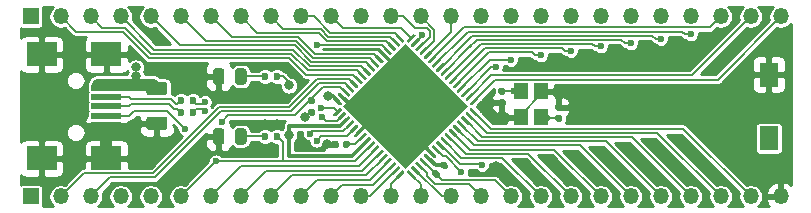
<source format=gbr>
%TF.GenerationSoftware,KiCad,Pcbnew,(5.1.10-1-10_14)*%
%TF.CreationDate,2021-09-16T13:02:04+08:00*%
%TF.ProjectId,AT90USB1287-Board,41543930-5553-4423-9132-38372d426f61,rev?*%
%TF.SameCoordinates,Original*%
%TF.FileFunction,Copper,L1,Top*%
%TF.FilePolarity,Positive*%
%FSLAX46Y46*%
G04 Gerber Fmt 4.6, Leading zero omitted, Abs format (unit mm)*
G04 Created by KiCad (PCBNEW (5.1.10-1-10_14)) date 2021-09-16 13:02:04*
%MOMM*%
%LPD*%
G01*
G04 APERTURE LIST*
%TA.AperFunction,SMDPad,CuDef*%
%ADD10C,0.100000*%
%TD*%
%TA.AperFunction,ComponentPad*%
%ADD11O,1.350000X1.350000*%
%TD*%
%TA.AperFunction,ComponentPad*%
%ADD12R,1.350000X1.350000*%
%TD*%
%TA.AperFunction,SMDPad,CuDef*%
%ADD13R,1.200000X1.400000*%
%TD*%
%TA.AperFunction,SMDPad,CuDef*%
%ADD14R,1.600000X2.000000*%
%TD*%
%TA.AperFunction,SMDPad,CuDef*%
%ADD15R,2.500000X2.000000*%
%TD*%
%TA.AperFunction,SMDPad,CuDef*%
%ADD16R,2.500000X0.500000*%
%TD*%
%TA.AperFunction,ViaPad*%
%ADD17C,0.800000*%
%TD*%
%TA.AperFunction,ViaPad*%
%ADD18C,0.600000*%
%TD*%
%TA.AperFunction,Conductor*%
%ADD19C,0.200000*%
%TD*%
%TA.AperFunction,Conductor*%
%ADD20C,0.300000*%
%TD*%
%TA.AperFunction,Conductor*%
%ADD21C,1.000000*%
%TD*%
%TA.AperFunction,Conductor*%
%ADD22C,0.220000*%
%TD*%
%TA.AperFunction,Conductor*%
%ADD23C,0.250000*%
%TD*%
%TA.AperFunction,Conductor*%
%ADD24C,0.254000*%
%TD*%
%TA.AperFunction,Conductor*%
%ADD25C,0.100000*%
%TD*%
G04 APERTURE END LIST*
%TA.AperFunction,SMDPad,CuDef*%
D10*
%TO.P,U1,1*%
%TO.N,/PE6*%
G36*
X134323667Y-72287954D02*
G01*
X134334473Y-72282179D01*
X134346196Y-72278622D01*
X134358390Y-72277421D01*
X134448034Y-72277421D01*
X134460227Y-72278622D01*
X134471951Y-72282179D01*
X134482757Y-72287954D01*
X134492228Y-72295727D01*
X134535794Y-72339293D01*
X134543567Y-72348764D01*
X134549343Y-72359570D01*
X134552899Y-72371294D01*
X134554100Y-72383487D01*
X134552899Y-72395680D01*
X134549343Y-72407404D01*
X134543567Y-72418210D01*
X134535794Y-72427681D01*
X134005464Y-72958011D01*
X133995993Y-72965784D01*
X133985187Y-72971560D01*
X133973463Y-72975116D01*
X133961270Y-72976317D01*
X133949077Y-72975116D01*
X133937353Y-72971560D01*
X133926547Y-72965784D01*
X133917076Y-72958011D01*
X133828688Y-72869623D01*
X133820915Y-72860152D01*
X133815139Y-72849346D01*
X133811583Y-72837622D01*
X133810382Y-72825429D01*
X133811583Y-72813236D01*
X133815139Y-72801512D01*
X133820915Y-72790706D01*
X133828688Y-72781235D01*
X134314196Y-72295727D01*
X134323667Y-72287954D01*
G37*
%TD.AperFunction*%
%TO.P,U1,2*%
%TO.N,/PE7*%
%TA.AperFunction,SMDPad,CuDef*%
G36*
G01*
X134270629Y-73311565D02*
X134182241Y-73223177D01*
G75*
G02*
X134182241Y-73134789I44194J44194D01*
G01*
X134712571Y-72604459D01*
G75*
G02*
X134800959Y-72604459I44194J-44194D01*
G01*
X134889347Y-72692847D01*
G75*
G02*
X134889347Y-72781235I-44194J-44194D01*
G01*
X134359017Y-73311565D01*
G75*
G02*
X134270629Y-73311565I-44194J44194D01*
G01*
G37*
%TD.AperFunction*%
%TO.P,U1,3*%
%TO.N,+5V*%
%TA.AperFunction,SMDPad,CuDef*%
G36*
G01*
X134624183Y-73665118D02*
X134535795Y-73576730D01*
G75*
G02*
X134535795Y-73488342I44194J44194D01*
G01*
X135066125Y-72958012D01*
G75*
G02*
X135154513Y-72958012I44194J-44194D01*
G01*
X135242901Y-73046400D01*
G75*
G02*
X135242901Y-73134788I-44194J-44194D01*
G01*
X134712571Y-73665118D01*
G75*
G02*
X134624183Y-73665118I-44194J44194D01*
G01*
G37*
%TD.AperFunction*%
%TO.P,U1,4*%
%TO.N,/DO-*%
%TA.AperFunction,SMDPad,CuDef*%
G36*
G01*
X134977736Y-74018671D02*
X134889348Y-73930283D01*
G75*
G02*
X134889348Y-73841895I44194J44194D01*
G01*
X135419678Y-73311565D01*
G75*
G02*
X135508066Y-73311565I44194J-44194D01*
G01*
X135596454Y-73399953D01*
G75*
G02*
X135596454Y-73488341I-44194J-44194D01*
G01*
X135066124Y-74018671D01*
G75*
G02*
X134977736Y-74018671I-44194J44194D01*
G01*
G37*
%TD.AperFunction*%
%TO.P,U1,5*%
%TO.N,/DO+*%
%TA.AperFunction,SMDPad,CuDef*%
G36*
G01*
X135331289Y-74372225D02*
X135242901Y-74283837D01*
G75*
G02*
X135242901Y-74195449I44194J44194D01*
G01*
X135773231Y-73665119D01*
G75*
G02*
X135861619Y-73665119I44194J-44194D01*
G01*
X135950007Y-73753507D01*
G75*
G02*
X135950007Y-73841895I-44194J-44194D01*
G01*
X135419677Y-74372225D01*
G75*
G02*
X135331289Y-74372225I-44194J44194D01*
G01*
G37*
%TD.AperFunction*%
%TO.P,U1,6*%
%TO.N,GND*%
%TA.AperFunction,SMDPad,CuDef*%
G36*
G01*
X135684843Y-74725778D02*
X135596455Y-74637390D01*
G75*
G02*
X135596455Y-74549002I44194J44194D01*
G01*
X136126785Y-74018672D01*
G75*
G02*
X136215173Y-74018672I44194J-44194D01*
G01*
X136303561Y-74107060D01*
G75*
G02*
X136303561Y-74195448I-44194J-44194D01*
G01*
X135773231Y-74725778D01*
G75*
G02*
X135684843Y-74725778I-44194J44194D01*
G01*
G37*
%TD.AperFunction*%
%TO.P,U1,7*%
%TO.N,Net-(C3-Pad1)*%
%TA.AperFunction,SMDPad,CuDef*%
G36*
G01*
X136038396Y-75079332D02*
X135950008Y-74990944D01*
G75*
G02*
X135950008Y-74902556I44194J44194D01*
G01*
X136480338Y-74372226D01*
G75*
G02*
X136568726Y-74372226I44194J-44194D01*
G01*
X136657114Y-74460614D01*
G75*
G02*
X136657114Y-74549002I-44194J-44194D01*
G01*
X136126784Y-75079332D01*
G75*
G02*
X136038396Y-75079332I-44194J44194D01*
G01*
G37*
%TD.AperFunction*%
%TO.P,U1,8*%
%TO.N,+5V*%
%TA.AperFunction,SMDPad,CuDef*%
G36*
G01*
X136391950Y-75432885D02*
X136303562Y-75344497D01*
G75*
G02*
X136303562Y-75256109I44194J44194D01*
G01*
X136833892Y-74725779D01*
G75*
G02*
X136922280Y-74725779I44194J-44194D01*
G01*
X137010668Y-74814167D01*
G75*
G02*
X137010668Y-74902555I-44194J-44194D01*
G01*
X136480338Y-75432885D01*
G75*
G02*
X136391950Y-75432885I-44194J44194D01*
G01*
G37*
%TD.AperFunction*%
%TO.P,U1,9*%
%TO.N,/PE3*%
%TA.AperFunction,SMDPad,CuDef*%
G36*
G01*
X136745503Y-75786438D02*
X136657115Y-75698050D01*
G75*
G02*
X136657115Y-75609662I44194J44194D01*
G01*
X137187445Y-75079332D01*
G75*
G02*
X137275833Y-75079332I44194J-44194D01*
G01*
X137364221Y-75167720D01*
G75*
G02*
X137364221Y-75256108I-44194J-44194D01*
G01*
X136833891Y-75786438D01*
G75*
G02*
X136745503Y-75786438I-44194J44194D01*
G01*
G37*
%TD.AperFunction*%
%TO.P,U1,10*%
%TO.N,/PB0*%
%TA.AperFunction,SMDPad,CuDef*%
G36*
G01*
X137099056Y-76139992D02*
X137010668Y-76051604D01*
G75*
G02*
X137010668Y-75963216I44194J44194D01*
G01*
X137540998Y-75432886D01*
G75*
G02*
X137629386Y-75432886I44194J-44194D01*
G01*
X137717774Y-75521274D01*
G75*
G02*
X137717774Y-75609662I-44194J-44194D01*
G01*
X137187444Y-76139992D01*
G75*
G02*
X137099056Y-76139992I-44194J44194D01*
G01*
G37*
%TD.AperFunction*%
%TO.P,U1,11*%
%TO.N,/PB1*%
%TA.AperFunction,SMDPad,CuDef*%
G36*
G01*
X137452610Y-76493545D02*
X137364222Y-76405157D01*
G75*
G02*
X137364222Y-76316769I44194J44194D01*
G01*
X137894552Y-75786439D01*
G75*
G02*
X137982940Y-75786439I44194J-44194D01*
G01*
X138071328Y-75874827D01*
G75*
G02*
X138071328Y-75963215I-44194J-44194D01*
G01*
X137540998Y-76493545D01*
G75*
G02*
X137452610Y-76493545I-44194J44194D01*
G01*
G37*
%TD.AperFunction*%
%TO.P,U1,12*%
%TO.N,/PB2*%
%TA.AperFunction,SMDPad,CuDef*%
G36*
G01*
X137806163Y-76847099D02*
X137717775Y-76758711D01*
G75*
G02*
X137717775Y-76670323I44194J44194D01*
G01*
X138248105Y-76139993D01*
G75*
G02*
X138336493Y-76139993I44194J-44194D01*
G01*
X138424881Y-76228381D01*
G75*
G02*
X138424881Y-76316769I-44194J-44194D01*
G01*
X137894551Y-76847099D01*
G75*
G02*
X137806163Y-76847099I-44194J44194D01*
G01*
G37*
%TD.AperFunction*%
%TO.P,U1,13*%
%TO.N,/PB3*%
%TA.AperFunction,SMDPad,CuDef*%
G36*
G01*
X138159717Y-77200652D02*
X138071329Y-77112264D01*
G75*
G02*
X138071329Y-77023876I44194J44194D01*
G01*
X138601659Y-76493546D01*
G75*
G02*
X138690047Y-76493546I44194J-44194D01*
G01*
X138778435Y-76581934D01*
G75*
G02*
X138778435Y-76670322I-44194J-44194D01*
G01*
X138248105Y-77200652D01*
G75*
G02*
X138159717Y-77200652I-44194J44194D01*
G01*
G37*
%TD.AperFunction*%
%TO.P,U1,14*%
%TO.N,/PB4*%
%TA.AperFunction,SMDPad,CuDef*%
G36*
G01*
X138513270Y-77554205D02*
X138424882Y-77465817D01*
G75*
G02*
X138424882Y-77377429I44194J44194D01*
G01*
X138955212Y-76847099D01*
G75*
G02*
X139043600Y-76847099I44194J-44194D01*
G01*
X139131988Y-76935487D01*
G75*
G02*
X139131988Y-77023875I-44194J-44194D01*
G01*
X138601658Y-77554205D01*
G75*
G02*
X138513270Y-77554205I-44194J44194D01*
G01*
G37*
%TD.AperFunction*%
%TO.P,U1,15*%
%TO.N,/PB5*%
%TA.AperFunction,SMDPad,CuDef*%
G36*
G01*
X138866823Y-77907759D02*
X138778435Y-77819371D01*
G75*
G02*
X138778435Y-77730983I44194J44194D01*
G01*
X139308765Y-77200653D01*
G75*
G02*
X139397153Y-77200653I44194J-44194D01*
G01*
X139485541Y-77289041D01*
G75*
G02*
X139485541Y-77377429I-44194J-44194D01*
G01*
X138955211Y-77907759D01*
G75*
G02*
X138866823Y-77907759I-44194J44194D01*
G01*
G37*
%TD.AperFunction*%
%TA.AperFunction,SMDPad,CuDef*%
%TO.P,U1,16*%
%TO.N,/PB6*%
G36*
X139671790Y-77546433D02*
G01*
X139682596Y-77540657D01*
X139694320Y-77537101D01*
X139706513Y-77535900D01*
X139718706Y-77537101D01*
X139730430Y-77540657D01*
X139741236Y-77546433D01*
X139750707Y-77554206D01*
X139794273Y-77597772D01*
X139802046Y-77607243D01*
X139807821Y-77618049D01*
X139811378Y-77629773D01*
X139812579Y-77641966D01*
X139812579Y-77731610D01*
X139811378Y-77743804D01*
X139807821Y-77755527D01*
X139802046Y-77766333D01*
X139794273Y-77775804D01*
X139308765Y-78261312D01*
X139299294Y-78269085D01*
X139288488Y-78274861D01*
X139276764Y-78278417D01*
X139264571Y-78279618D01*
X139252378Y-78278417D01*
X139240654Y-78274861D01*
X139229848Y-78269085D01*
X139220377Y-78261312D01*
X139131989Y-78172924D01*
X139124216Y-78163453D01*
X139118440Y-78152647D01*
X139114884Y-78140923D01*
X139113683Y-78128730D01*
X139114884Y-78116537D01*
X139118440Y-78104813D01*
X139124216Y-78094007D01*
X139131989Y-78084536D01*
X139662319Y-77554206D01*
X139671790Y-77546433D01*
G37*
%TD.AperFunction*%
%TA.AperFunction,SMDPad,CuDef*%
%TO.P,U1,17*%
%TO.N,/PB7*%
G36*
X140166764Y-77546433D02*
G01*
X140177570Y-77540657D01*
X140189294Y-77537101D01*
X140201487Y-77535900D01*
X140213680Y-77537101D01*
X140225404Y-77540657D01*
X140236210Y-77546433D01*
X140245681Y-77554206D01*
X140776011Y-78084536D01*
X140783784Y-78094007D01*
X140789560Y-78104813D01*
X140793116Y-78116537D01*
X140794317Y-78128730D01*
X140793116Y-78140923D01*
X140789560Y-78152647D01*
X140783784Y-78163453D01*
X140776011Y-78172924D01*
X140687623Y-78261312D01*
X140678152Y-78269085D01*
X140667346Y-78274861D01*
X140655622Y-78278417D01*
X140643429Y-78279618D01*
X140631236Y-78278417D01*
X140619512Y-78274861D01*
X140608706Y-78269085D01*
X140599235Y-78261312D01*
X140113727Y-77775804D01*
X140105954Y-77766333D01*
X140100179Y-77755527D01*
X140096622Y-77743804D01*
X140095421Y-77731610D01*
X140095421Y-77641966D01*
X140096622Y-77629773D01*
X140100179Y-77618049D01*
X140105954Y-77607243D01*
X140113727Y-77597772D01*
X140157293Y-77554206D01*
X140166764Y-77546433D01*
G37*
%TD.AperFunction*%
%TO.P,U1,18*%
%TO.N,/PE4*%
%TA.AperFunction,SMDPad,CuDef*%
G36*
G01*
X140952789Y-77907759D02*
X140422459Y-77377429D01*
G75*
G02*
X140422459Y-77289041I44194J44194D01*
G01*
X140510847Y-77200653D01*
G75*
G02*
X140599235Y-77200653I44194J-44194D01*
G01*
X141129565Y-77730983D01*
G75*
G02*
X141129565Y-77819371I-44194J-44194D01*
G01*
X141041177Y-77907759D01*
G75*
G02*
X140952789Y-77907759I-44194J44194D01*
G01*
G37*
%TD.AperFunction*%
%TO.P,U1,19*%
%TO.N,/PE5*%
%TA.AperFunction,SMDPad,CuDef*%
G36*
G01*
X141306342Y-77554205D02*
X140776012Y-77023875D01*
G75*
G02*
X140776012Y-76935487I44194J44194D01*
G01*
X140864400Y-76847099D01*
G75*
G02*
X140952788Y-76847099I44194J-44194D01*
G01*
X141483118Y-77377429D01*
G75*
G02*
X141483118Y-77465817I-44194J-44194D01*
G01*
X141394730Y-77554205D01*
G75*
G02*
X141306342Y-77554205I-44194J44194D01*
G01*
G37*
%TD.AperFunction*%
%TO.P,U1,20*%
%TO.N,/RST*%
%TA.AperFunction,SMDPad,CuDef*%
G36*
G01*
X141659895Y-77200652D02*
X141129565Y-76670322D01*
G75*
G02*
X141129565Y-76581934I44194J44194D01*
G01*
X141217953Y-76493546D01*
G75*
G02*
X141306341Y-76493546I44194J-44194D01*
G01*
X141836671Y-77023876D01*
G75*
G02*
X141836671Y-77112264I-44194J-44194D01*
G01*
X141748283Y-77200652D01*
G75*
G02*
X141659895Y-77200652I-44194J44194D01*
G01*
G37*
%TD.AperFunction*%
%TO.P,U1,21*%
%TO.N,+5V*%
%TA.AperFunction,SMDPad,CuDef*%
G36*
G01*
X142013449Y-76847099D02*
X141483119Y-76316769D01*
G75*
G02*
X141483119Y-76228381I44194J44194D01*
G01*
X141571507Y-76139993D01*
G75*
G02*
X141659895Y-76139993I44194J-44194D01*
G01*
X142190225Y-76670323D01*
G75*
G02*
X142190225Y-76758711I-44194J-44194D01*
G01*
X142101837Y-76847099D01*
G75*
G02*
X142013449Y-76847099I-44194J44194D01*
G01*
G37*
%TD.AperFunction*%
%TO.P,U1,22*%
%TO.N,GND*%
%TA.AperFunction,SMDPad,CuDef*%
G36*
G01*
X142367002Y-76493545D02*
X141836672Y-75963215D01*
G75*
G02*
X141836672Y-75874827I44194J44194D01*
G01*
X141925060Y-75786439D01*
G75*
G02*
X142013448Y-75786439I44194J-44194D01*
G01*
X142543778Y-76316769D01*
G75*
G02*
X142543778Y-76405157I-44194J-44194D01*
G01*
X142455390Y-76493545D01*
G75*
G02*
X142367002Y-76493545I-44194J44194D01*
G01*
G37*
%TD.AperFunction*%
%TO.P,U1,23*%
%TO.N,Net-(C2-Pad1)*%
%TA.AperFunction,SMDPad,CuDef*%
G36*
G01*
X142720556Y-76139992D02*
X142190226Y-75609662D01*
G75*
G02*
X142190226Y-75521274I44194J44194D01*
G01*
X142278614Y-75432886D01*
G75*
G02*
X142367002Y-75432886I44194J-44194D01*
G01*
X142897332Y-75963216D01*
G75*
G02*
X142897332Y-76051604I-44194J-44194D01*
G01*
X142808944Y-76139992D01*
G75*
G02*
X142720556Y-76139992I-44194J44194D01*
G01*
G37*
%TD.AperFunction*%
%TO.P,U1,24*%
%TO.N,Net-(C1-Pad1)*%
%TA.AperFunction,SMDPad,CuDef*%
G36*
G01*
X143074109Y-75786438D02*
X142543779Y-75256108D01*
G75*
G02*
X142543779Y-75167720I44194J44194D01*
G01*
X142632167Y-75079332D01*
G75*
G02*
X142720555Y-75079332I44194J-44194D01*
G01*
X143250885Y-75609662D01*
G75*
G02*
X143250885Y-75698050I-44194J-44194D01*
G01*
X143162497Y-75786438D01*
G75*
G02*
X143074109Y-75786438I-44194J44194D01*
G01*
G37*
%TD.AperFunction*%
%TO.P,U1,25*%
%TO.N,/PD0*%
%TA.AperFunction,SMDPad,CuDef*%
G36*
G01*
X143427662Y-75432885D02*
X142897332Y-74902555D01*
G75*
G02*
X142897332Y-74814167I44194J44194D01*
G01*
X142985720Y-74725779D01*
G75*
G02*
X143074108Y-74725779I44194J-44194D01*
G01*
X143604438Y-75256109D01*
G75*
G02*
X143604438Y-75344497I-44194J-44194D01*
G01*
X143516050Y-75432885D01*
G75*
G02*
X143427662Y-75432885I-44194J44194D01*
G01*
G37*
%TD.AperFunction*%
%TO.P,U1,26*%
%TO.N,/PD1*%
%TA.AperFunction,SMDPad,CuDef*%
G36*
G01*
X143781216Y-75079332D02*
X143250886Y-74549002D01*
G75*
G02*
X143250886Y-74460614I44194J44194D01*
G01*
X143339274Y-74372226D01*
G75*
G02*
X143427662Y-74372226I44194J-44194D01*
G01*
X143957992Y-74902556D01*
G75*
G02*
X143957992Y-74990944I-44194J-44194D01*
G01*
X143869604Y-75079332D01*
G75*
G02*
X143781216Y-75079332I-44194J44194D01*
G01*
G37*
%TD.AperFunction*%
%TO.P,U1,27*%
%TO.N,/PD2*%
%TA.AperFunction,SMDPad,CuDef*%
G36*
G01*
X144134769Y-74725778D02*
X143604439Y-74195448D01*
G75*
G02*
X143604439Y-74107060I44194J44194D01*
G01*
X143692827Y-74018672D01*
G75*
G02*
X143781215Y-74018672I44194J-44194D01*
G01*
X144311545Y-74549002D01*
G75*
G02*
X144311545Y-74637390I-44194J-44194D01*
G01*
X144223157Y-74725778D01*
G75*
G02*
X144134769Y-74725778I-44194J44194D01*
G01*
G37*
%TD.AperFunction*%
%TO.P,U1,28*%
%TO.N,/PD3*%
%TA.AperFunction,SMDPad,CuDef*%
G36*
G01*
X144488323Y-74372225D02*
X143957993Y-73841895D01*
G75*
G02*
X143957993Y-73753507I44194J44194D01*
G01*
X144046381Y-73665119D01*
G75*
G02*
X144134769Y-73665119I44194J-44194D01*
G01*
X144665099Y-74195449D01*
G75*
G02*
X144665099Y-74283837I-44194J-44194D01*
G01*
X144576711Y-74372225D01*
G75*
G02*
X144488323Y-74372225I-44194J44194D01*
G01*
G37*
%TD.AperFunction*%
%TO.P,U1,29*%
%TO.N,/PD4*%
%TA.AperFunction,SMDPad,CuDef*%
G36*
G01*
X144841876Y-74018671D02*
X144311546Y-73488341D01*
G75*
G02*
X144311546Y-73399953I44194J44194D01*
G01*
X144399934Y-73311565D01*
G75*
G02*
X144488322Y-73311565I44194J-44194D01*
G01*
X145018652Y-73841895D01*
G75*
G02*
X145018652Y-73930283I-44194J-44194D01*
G01*
X144930264Y-74018671D01*
G75*
G02*
X144841876Y-74018671I-44194J44194D01*
G01*
G37*
%TD.AperFunction*%
%TO.P,U1,30*%
%TO.N,/PD5*%
%TA.AperFunction,SMDPad,CuDef*%
G36*
G01*
X145195429Y-73665118D02*
X144665099Y-73134788D01*
G75*
G02*
X144665099Y-73046400I44194J44194D01*
G01*
X144753487Y-72958012D01*
G75*
G02*
X144841875Y-72958012I44194J-44194D01*
G01*
X145372205Y-73488342D01*
G75*
G02*
X145372205Y-73576730I-44194J-44194D01*
G01*
X145283817Y-73665118D01*
G75*
G02*
X145195429Y-73665118I-44194J44194D01*
G01*
G37*
%TD.AperFunction*%
%TO.P,U1,31*%
%TO.N,/PD6*%
%TA.AperFunction,SMDPad,CuDef*%
G36*
G01*
X145548983Y-73311565D02*
X145018653Y-72781235D01*
G75*
G02*
X145018653Y-72692847I44194J44194D01*
G01*
X145107041Y-72604459D01*
G75*
G02*
X145195429Y-72604459I44194J-44194D01*
G01*
X145725759Y-73134789D01*
G75*
G02*
X145725759Y-73223177I-44194J-44194D01*
G01*
X145637371Y-73311565D01*
G75*
G02*
X145548983Y-73311565I-44194J44194D01*
G01*
G37*
%TD.AperFunction*%
%TA.AperFunction,SMDPad,CuDef*%
%TO.P,U1,32*%
%TO.N,/PD7*%
G36*
X145425243Y-72287954D02*
G01*
X145436049Y-72282179D01*
X145447773Y-72278622D01*
X145459966Y-72277421D01*
X145549610Y-72277421D01*
X145561804Y-72278622D01*
X145573527Y-72282179D01*
X145584333Y-72287954D01*
X145593804Y-72295727D01*
X146079312Y-72781235D01*
X146087085Y-72790706D01*
X146092861Y-72801512D01*
X146096417Y-72813236D01*
X146097618Y-72825429D01*
X146096417Y-72837622D01*
X146092861Y-72849346D01*
X146087085Y-72860152D01*
X146079312Y-72869623D01*
X145990924Y-72958011D01*
X145981453Y-72965784D01*
X145970647Y-72971560D01*
X145958923Y-72975116D01*
X145946730Y-72976317D01*
X145934537Y-72975116D01*
X145922813Y-72971560D01*
X145912007Y-72965784D01*
X145902536Y-72958011D01*
X145372206Y-72427681D01*
X145364433Y-72418210D01*
X145358657Y-72407404D01*
X145355101Y-72395680D01*
X145353900Y-72383487D01*
X145355101Y-72371294D01*
X145358657Y-72359570D01*
X145364433Y-72348764D01*
X145372206Y-72339293D01*
X145415772Y-72295727D01*
X145425243Y-72287954D01*
G37*
%TD.AperFunction*%
%TA.AperFunction,SMDPad,CuDef*%
%TO.P,U1,33*%
%TO.N,/PE0*%
G36*
X145912007Y-71306216D02*
G01*
X145922813Y-71300440D01*
X145934537Y-71296884D01*
X145946730Y-71295683D01*
X145958923Y-71296884D01*
X145970647Y-71300440D01*
X145981453Y-71306216D01*
X145990924Y-71313989D01*
X146079312Y-71402377D01*
X146087085Y-71411848D01*
X146092861Y-71422654D01*
X146096417Y-71434378D01*
X146097618Y-71446571D01*
X146096417Y-71458764D01*
X146092861Y-71470488D01*
X146087085Y-71481294D01*
X146079312Y-71490765D01*
X145593804Y-71976273D01*
X145584333Y-71984046D01*
X145573527Y-71989821D01*
X145561804Y-71993378D01*
X145549610Y-71994579D01*
X145459966Y-71994579D01*
X145447773Y-71993378D01*
X145436049Y-71989821D01*
X145425243Y-71984046D01*
X145415772Y-71976273D01*
X145372206Y-71932707D01*
X145364433Y-71923236D01*
X145358657Y-71912430D01*
X145355101Y-71900706D01*
X145353900Y-71888513D01*
X145355101Y-71876320D01*
X145358657Y-71864596D01*
X145364433Y-71853790D01*
X145372206Y-71844319D01*
X145902536Y-71313989D01*
X145912007Y-71306216D01*
G37*
%TD.AperFunction*%
%TO.P,U1,34*%
%TO.N,/PE1*%
%TA.AperFunction,SMDPad,CuDef*%
G36*
G01*
X145107041Y-71667541D02*
X145018653Y-71579153D01*
G75*
G02*
X145018653Y-71490765I44194J44194D01*
G01*
X145548983Y-70960435D01*
G75*
G02*
X145637371Y-70960435I44194J-44194D01*
G01*
X145725759Y-71048823D01*
G75*
G02*
X145725759Y-71137211I-44194J-44194D01*
G01*
X145195429Y-71667541D01*
G75*
G02*
X145107041Y-71667541I-44194J44194D01*
G01*
G37*
%TD.AperFunction*%
%TO.P,U1,35*%
%TO.N,/PC0*%
%TA.AperFunction,SMDPad,CuDef*%
G36*
G01*
X144753487Y-71313988D02*
X144665099Y-71225600D01*
G75*
G02*
X144665099Y-71137212I44194J44194D01*
G01*
X145195429Y-70606882D01*
G75*
G02*
X145283817Y-70606882I44194J-44194D01*
G01*
X145372205Y-70695270D01*
G75*
G02*
X145372205Y-70783658I-44194J-44194D01*
G01*
X144841875Y-71313988D01*
G75*
G02*
X144753487Y-71313988I-44194J44194D01*
G01*
G37*
%TD.AperFunction*%
%TO.P,U1,36*%
%TO.N,/PC1*%
%TA.AperFunction,SMDPad,CuDef*%
G36*
G01*
X144399934Y-70960435D02*
X144311546Y-70872047D01*
G75*
G02*
X144311546Y-70783659I44194J44194D01*
G01*
X144841876Y-70253329D01*
G75*
G02*
X144930264Y-70253329I44194J-44194D01*
G01*
X145018652Y-70341717D01*
G75*
G02*
X145018652Y-70430105I-44194J-44194D01*
G01*
X144488322Y-70960435D01*
G75*
G02*
X144399934Y-70960435I-44194J44194D01*
G01*
G37*
%TD.AperFunction*%
%TO.P,U1,37*%
%TO.N,/PC2*%
%TA.AperFunction,SMDPad,CuDef*%
G36*
G01*
X144046381Y-70606881D02*
X143957993Y-70518493D01*
G75*
G02*
X143957993Y-70430105I44194J44194D01*
G01*
X144488323Y-69899775D01*
G75*
G02*
X144576711Y-69899775I44194J-44194D01*
G01*
X144665099Y-69988163D01*
G75*
G02*
X144665099Y-70076551I-44194J-44194D01*
G01*
X144134769Y-70606881D01*
G75*
G02*
X144046381Y-70606881I-44194J44194D01*
G01*
G37*
%TD.AperFunction*%
%TO.P,U1,38*%
%TO.N,/PC3*%
%TA.AperFunction,SMDPad,CuDef*%
G36*
G01*
X143692827Y-70253328D02*
X143604439Y-70164940D01*
G75*
G02*
X143604439Y-70076552I44194J44194D01*
G01*
X144134769Y-69546222D01*
G75*
G02*
X144223157Y-69546222I44194J-44194D01*
G01*
X144311545Y-69634610D01*
G75*
G02*
X144311545Y-69722998I-44194J-44194D01*
G01*
X143781215Y-70253328D01*
G75*
G02*
X143692827Y-70253328I-44194J44194D01*
G01*
G37*
%TD.AperFunction*%
%TO.P,U1,39*%
%TO.N,/PC4*%
%TA.AperFunction,SMDPad,CuDef*%
G36*
G01*
X143339274Y-69899774D02*
X143250886Y-69811386D01*
G75*
G02*
X143250886Y-69722998I44194J44194D01*
G01*
X143781216Y-69192668D01*
G75*
G02*
X143869604Y-69192668I44194J-44194D01*
G01*
X143957992Y-69281056D01*
G75*
G02*
X143957992Y-69369444I-44194J-44194D01*
G01*
X143427662Y-69899774D01*
G75*
G02*
X143339274Y-69899774I-44194J44194D01*
G01*
G37*
%TD.AperFunction*%
%TO.P,U1,40*%
%TO.N,/PC5*%
%TA.AperFunction,SMDPad,CuDef*%
G36*
G01*
X142985720Y-69546221D02*
X142897332Y-69457833D01*
G75*
G02*
X142897332Y-69369445I44194J44194D01*
G01*
X143427662Y-68839115D01*
G75*
G02*
X143516050Y-68839115I44194J-44194D01*
G01*
X143604438Y-68927503D01*
G75*
G02*
X143604438Y-69015891I-44194J-44194D01*
G01*
X143074108Y-69546221D01*
G75*
G02*
X142985720Y-69546221I-44194J44194D01*
G01*
G37*
%TD.AperFunction*%
%TO.P,U1,41*%
%TO.N,/PC6*%
%TA.AperFunction,SMDPad,CuDef*%
G36*
G01*
X142632167Y-69192668D02*
X142543779Y-69104280D01*
G75*
G02*
X142543779Y-69015892I44194J44194D01*
G01*
X143074109Y-68485562D01*
G75*
G02*
X143162497Y-68485562I44194J-44194D01*
G01*
X143250885Y-68573950D01*
G75*
G02*
X143250885Y-68662338I-44194J-44194D01*
G01*
X142720555Y-69192668D01*
G75*
G02*
X142632167Y-69192668I-44194J44194D01*
G01*
G37*
%TD.AperFunction*%
%TO.P,U1,42*%
%TO.N,/PC7*%
%TA.AperFunction,SMDPad,CuDef*%
G36*
G01*
X142278614Y-68839114D02*
X142190226Y-68750726D01*
G75*
G02*
X142190226Y-68662338I44194J44194D01*
G01*
X142720556Y-68132008D01*
G75*
G02*
X142808944Y-68132008I44194J-44194D01*
G01*
X142897332Y-68220396D01*
G75*
G02*
X142897332Y-68308784I-44194J-44194D01*
G01*
X142367002Y-68839114D01*
G75*
G02*
X142278614Y-68839114I-44194J44194D01*
G01*
G37*
%TD.AperFunction*%
%TO.P,U1,43*%
%TO.N,/PE2*%
%TA.AperFunction,SMDPad,CuDef*%
G36*
G01*
X141925060Y-68485561D02*
X141836672Y-68397173D01*
G75*
G02*
X141836672Y-68308785I44194J44194D01*
G01*
X142367002Y-67778455D01*
G75*
G02*
X142455390Y-67778455I44194J-44194D01*
G01*
X142543778Y-67866843D01*
G75*
G02*
X142543778Y-67955231I-44194J-44194D01*
G01*
X142013448Y-68485561D01*
G75*
G02*
X141925060Y-68485561I-44194J44194D01*
G01*
G37*
%TD.AperFunction*%
%TO.P,U1,44*%
%TO.N,/PA7*%
%TA.AperFunction,SMDPad,CuDef*%
G36*
G01*
X141571507Y-68132007D02*
X141483119Y-68043619D01*
G75*
G02*
X141483119Y-67955231I44194J44194D01*
G01*
X142013449Y-67424901D01*
G75*
G02*
X142101837Y-67424901I44194J-44194D01*
G01*
X142190225Y-67513289D01*
G75*
G02*
X142190225Y-67601677I-44194J-44194D01*
G01*
X141659895Y-68132007D01*
G75*
G02*
X141571507Y-68132007I-44194J44194D01*
G01*
G37*
%TD.AperFunction*%
%TO.P,U1,45*%
%TO.N,/PA6*%
%TA.AperFunction,SMDPad,CuDef*%
G36*
G01*
X141217953Y-67778454D02*
X141129565Y-67690066D01*
G75*
G02*
X141129565Y-67601678I44194J44194D01*
G01*
X141659895Y-67071348D01*
G75*
G02*
X141748283Y-67071348I44194J-44194D01*
G01*
X141836671Y-67159736D01*
G75*
G02*
X141836671Y-67248124I-44194J-44194D01*
G01*
X141306341Y-67778454D01*
G75*
G02*
X141217953Y-67778454I-44194J44194D01*
G01*
G37*
%TD.AperFunction*%
%TO.P,U1,46*%
%TO.N,/PA5*%
%TA.AperFunction,SMDPad,CuDef*%
G36*
G01*
X140864400Y-67424901D02*
X140776012Y-67336513D01*
G75*
G02*
X140776012Y-67248125I44194J44194D01*
G01*
X141306342Y-66717795D01*
G75*
G02*
X141394730Y-66717795I44194J-44194D01*
G01*
X141483118Y-66806183D01*
G75*
G02*
X141483118Y-66894571I-44194J-44194D01*
G01*
X140952788Y-67424901D01*
G75*
G02*
X140864400Y-67424901I-44194J44194D01*
G01*
G37*
%TD.AperFunction*%
%TO.P,U1,47*%
%TO.N,/PA4*%
%TA.AperFunction,SMDPad,CuDef*%
G36*
G01*
X140510847Y-67071347D02*
X140422459Y-66982959D01*
G75*
G02*
X140422459Y-66894571I44194J44194D01*
G01*
X140952789Y-66364241D01*
G75*
G02*
X141041177Y-66364241I44194J-44194D01*
G01*
X141129565Y-66452629D01*
G75*
G02*
X141129565Y-66541017I-44194J-44194D01*
G01*
X140599235Y-67071347D01*
G75*
G02*
X140510847Y-67071347I-44194J44194D01*
G01*
G37*
%TD.AperFunction*%
%TA.AperFunction,SMDPad,CuDef*%
%TO.P,U1,48*%
%TO.N,/PA3*%
G36*
X140608706Y-66002915D02*
G01*
X140619512Y-65997139D01*
X140631236Y-65993583D01*
X140643429Y-65992382D01*
X140655622Y-65993583D01*
X140667346Y-65997139D01*
X140678152Y-66002915D01*
X140687623Y-66010688D01*
X140776011Y-66099076D01*
X140783784Y-66108547D01*
X140789560Y-66119353D01*
X140793116Y-66131077D01*
X140794317Y-66143270D01*
X140793116Y-66155463D01*
X140789560Y-66167187D01*
X140783784Y-66177993D01*
X140776011Y-66187464D01*
X140245681Y-66717794D01*
X140236210Y-66725567D01*
X140225404Y-66731343D01*
X140213680Y-66734899D01*
X140201487Y-66736100D01*
X140189294Y-66734899D01*
X140177570Y-66731343D01*
X140166764Y-66725567D01*
X140157293Y-66717794D01*
X140113727Y-66674228D01*
X140105954Y-66664757D01*
X140100179Y-66653951D01*
X140096622Y-66642227D01*
X140095421Y-66630034D01*
X140095421Y-66540390D01*
X140096622Y-66528196D01*
X140100179Y-66516473D01*
X140105954Y-66505667D01*
X140113727Y-66496196D01*
X140599235Y-66010688D01*
X140608706Y-66002915D01*
G37*
%TD.AperFunction*%
%TA.AperFunction,SMDPad,CuDef*%
%TO.P,U1,49*%
%TO.N,/PA2*%
G36*
X139229848Y-66002915D02*
G01*
X139240654Y-65997139D01*
X139252378Y-65993583D01*
X139264571Y-65992382D01*
X139276764Y-65993583D01*
X139288488Y-65997139D01*
X139299294Y-66002915D01*
X139308765Y-66010688D01*
X139794273Y-66496196D01*
X139802046Y-66505667D01*
X139807821Y-66516473D01*
X139811378Y-66528196D01*
X139812579Y-66540390D01*
X139812579Y-66630034D01*
X139811378Y-66642227D01*
X139807821Y-66653951D01*
X139802046Y-66664757D01*
X139794273Y-66674228D01*
X139750707Y-66717794D01*
X139741236Y-66725567D01*
X139730430Y-66731343D01*
X139718706Y-66734899D01*
X139706513Y-66736100D01*
X139694320Y-66734899D01*
X139682596Y-66731343D01*
X139671790Y-66725567D01*
X139662319Y-66717794D01*
X139131989Y-66187464D01*
X139124216Y-66177993D01*
X139118440Y-66167187D01*
X139114884Y-66155463D01*
X139113683Y-66143270D01*
X139114884Y-66131077D01*
X139118440Y-66119353D01*
X139124216Y-66108547D01*
X139131989Y-66099076D01*
X139220377Y-66010688D01*
X139229848Y-66002915D01*
G37*
%TD.AperFunction*%
%TO.P,U1,50*%
%TO.N,/PA1*%
%TA.AperFunction,SMDPad,CuDef*%
G36*
G01*
X139308765Y-67071347D02*
X138778435Y-66541017D01*
G75*
G02*
X138778435Y-66452629I44194J44194D01*
G01*
X138866823Y-66364241D01*
G75*
G02*
X138955211Y-66364241I44194J-44194D01*
G01*
X139485541Y-66894571D01*
G75*
G02*
X139485541Y-66982959I-44194J-44194D01*
G01*
X139397153Y-67071347D01*
G75*
G02*
X139308765Y-67071347I-44194J44194D01*
G01*
G37*
%TD.AperFunction*%
%TO.P,U1,51*%
%TO.N,/PA0*%
%TA.AperFunction,SMDPad,CuDef*%
G36*
G01*
X138955212Y-67424901D02*
X138424882Y-66894571D01*
G75*
G02*
X138424882Y-66806183I44194J44194D01*
G01*
X138513270Y-66717795D01*
G75*
G02*
X138601658Y-66717795I44194J-44194D01*
G01*
X139131988Y-67248125D01*
G75*
G02*
X139131988Y-67336513I-44194J-44194D01*
G01*
X139043600Y-67424901D01*
G75*
G02*
X138955212Y-67424901I-44194J44194D01*
G01*
G37*
%TD.AperFunction*%
%TO.P,U1,52*%
%TO.N,+5V*%
%TA.AperFunction,SMDPad,CuDef*%
G36*
G01*
X138601659Y-67778454D02*
X138071329Y-67248124D01*
G75*
G02*
X138071329Y-67159736I44194J44194D01*
G01*
X138159717Y-67071348D01*
G75*
G02*
X138248105Y-67071348I44194J-44194D01*
G01*
X138778435Y-67601678D01*
G75*
G02*
X138778435Y-67690066I-44194J-44194D01*
G01*
X138690047Y-67778454D01*
G75*
G02*
X138601659Y-67778454I-44194J44194D01*
G01*
G37*
%TD.AperFunction*%
%TO.P,U1,53*%
%TO.N,GND*%
%TA.AperFunction,SMDPad,CuDef*%
G36*
G01*
X138248105Y-68132007D02*
X137717775Y-67601677D01*
G75*
G02*
X137717775Y-67513289I44194J44194D01*
G01*
X137806163Y-67424901D01*
G75*
G02*
X137894551Y-67424901I44194J-44194D01*
G01*
X138424881Y-67955231D01*
G75*
G02*
X138424881Y-68043619I-44194J-44194D01*
G01*
X138336493Y-68132007D01*
G75*
G02*
X138248105Y-68132007I-44194J44194D01*
G01*
G37*
%TD.AperFunction*%
%TO.P,U1,54*%
%TO.N,/PF7*%
%TA.AperFunction,SMDPad,CuDef*%
G36*
G01*
X137894552Y-68485561D02*
X137364222Y-67955231D01*
G75*
G02*
X137364222Y-67866843I44194J44194D01*
G01*
X137452610Y-67778455D01*
G75*
G02*
X137540998Y-67778455I44194J-44194D01*
G01*
X138071328Y-68308785D01*
G75*
G02*
X138071328Y-68397173I-44194J-44194D01*
G01*
X137982940Y-68485561D01*
G75*
G02*
X137894552Y-68485561I-44194J44194D01*
G01*
G37*
%TD.AperFunction*%
%TO.P,U1,55*%
%TO.N,/PF6*%
%TA.AperFunction,SMDPad,CuDef*%
G36*
G01*
X137540998Y-68839114D02*
X137010668Y-68308784D01*
G75*
G02*
X137010668Y-68220396I44194J44194D01*
G01*
X137099056Y-68132008D01*
G75*
G02*
X137187444Y-68132008I44194J-44194D01*
G01*
X137717774Y-68662338D01*
G75*
G02*
X137717774Y-68750726I-44194J-44194D01*
G01*
X137629386Y-68839114D01*
G75*
G02*
X137540998Y-68839114I-44194J44194D01*
G01*
G37*
%TD.AperFunction*%
%TO.P,U1,56*%
%TO.N,/PF5*%
%TA.AperFunction,SMDPad,CuDef*%
G36*
G01*
X137187445Y-69192668D02*
X136657115Y-68662338D01*
G75*
G02*
X136657115Y-68573950I44194J44194D01*
G01*
X136745503Y-68485562D01*
G75*
G02*
X136833891Y-68485562I44194J-44194D01*
G01*
X137364221Y-69015892D01*
G75*
G02*
X137364221Y-69104280I-44194J-44194D01*
G01*
X137275833Y-69192668D01*
G75*
G02*
X137187445Y-69192668I-44194J44194D01*
G01*
G37*
%TD.AperFunction*%
%TO.P,U1,57*%
%TO.N,/PF4*%
%TA.AperFunction,SMDPad,CuDef*%
G36*
G01*
X136833892Y-69546221D02*
X136303562Y-69015891D01*
G75*
G02*
X136303562Y-68927503I44194J44194D01*
G01*
X136391950Y-68839115D01*
G75*
G02*
X136480338Y-68839115I44194J-44194D01*
G01*
X137010668Y-69369445D01*
G75*
G02*
X137010668Y-69457833I-44194J-44194D01*
G01*
X136922280Y-69546221D01*
G75*
G02*
X136833892Y-69546221I-44194J44194D01*
G01*
G37*
%TD.AperFunction*%
%TO.P,U1,58*%
%TO.N,/PF3*%
%TA.AperFunction,SMDPad,CuDef*%
G36*
G01*
X136480338Y-69899774D02*
X135950008Y-69369444D01*
G75*
G02*
X135950008Y-69281056I44194J44194D01*
G01*
X136038396Y-69192668D01*
G75*
G02*
X136126784Y-69192668I44194J-44194D01*
G01*
X136657114Y-69722998D01*
G75*
G02*
X136657114Y-69811386I-44194J-44194D01*
G01*
X136568726Y-69899774D01*
G75*
G02*
X136480338Y-69899774I-44194J44194D01*
G01*
G37*
%TD.AperFunction*%
%TO.P,U1,59*%
%TO.N,/PF2*%
%TA.AperFunction,SMDPad,CuDef*%
G36*
G01*
X136126785Y-70253328D02*
X135596455Y-69722998D01*
G75*
G02*
X135596455Y-69634610I44194J44194D01*
G01*
X135684843Y-69546222D01*
G75*
G02*
X135773231Y-69546222I44194J-44194D01*
G01*
X136303561Y-70076552D01*
G75*
G02*
X136303561Y-70164940I-44194J-44194D01*
G01*
X136215173Y-70253328D01*
G75*
G02*
X136126785Y-70253328I-44194J44194D01*
G01*
G37*
%TD.AperFunction*%
%TO.P,U1,60*%
%TO.N,/PF1*%
%TA.AperFunction,SMDPad,CuDef*%
G36*
G01*
X135773231Y-70606881D02*
X135242901Y-70076551D01*
G75*
G02*
X135242901Y-69988163I44194J44194D01*
G01*
X135331289Y-69899775D01*
G75*
G02*
X135419677Y-69899775I44194J-44194D01*
G01*
X135950007Y-70430105D01*
G75*
G02*
X135950007Y-70518493I-44194J-44194D01*
G01*
X135861619Y-70606881D01*
G75*
G02*
X135773231Y-70606881I-44194J44194D01*
G01*
G37*
%TD.AperFunction*%
%TO.P,U1,61*%
%TO.N,/PF0*%
%TA.AperFunction,SMDPad,CuDef*%
G36*
G01*
X135419678Y-70960435D02*
X134889348Y-70430105D01*
G75*
G02*
X134889348Y-70341717I44194J44194D01*
G01*
X134977736Y-70253329D01*
G75*
G02*
X135066124Y-70253329I44194J-44194D01*
G01*
X135596454Y-70783659D01*
G75*
G02*
X135596454Y-70872047I-44194J-44194D01*
G01*
X135508066Y-70960435D01*
G75*
G02*
X135419678Y-70960435I-44194J44194D01*
G01*
G37*
%TD.AperFunction*%
%TO.P,U1,62*%
%TO.N,/AREF*%
%TA.AperFunction,SMDPad,CuDef*%
G36*
G01*
X135066125Y-71313988D02*
X134535795Y-70783658D01*
G75*
G02*
X134535795Y-70695270I44194J44194D01*
G01*
X134624183Y-70606882D01*
G75*
G02*
X134712571Y-70606882I44194J-44194D01*
G01*
X135242901Y-71137212D01*
G75*
G02*
X135242901Y-71225600I-44194J-44194D01*
G01*
X135154513Y-71313988D01*
G75*
G02*
X135066125Y-71313988I-44194J44194D01*
G01*
G37*
%TD.AperFunction*%
%TO.P,U1,63*%
%TO.N,GND*%
%TA.AperFunction,SMDPad,CuDef*%
G36*
G01*
X134712571Y-71667541D02*
X134182241Y-71137211D01*
G75*
G02*
X134182241Y-71048823I44194J44194D01*
G01*
X134270629Y-70960435D01*
G75*
G02*
X134359017Y-70960435I44194J-44194D01*
G01*
X134889347Y-71490765D01*
G75*
G02*
X134889347Y-71579153I-44194J-44194D01*
G01*
X134800959Y-71667541D01*
G75*
G02*
X134712571Y-71667541I-44194J44194D01*
G01*
G37*
%TD.AperFunction*%
%TA.AperFunction,SMDPad,CuDef*%
%TO.P,U1,64*%
%TO.N,+5V*%
G36*
X133926547Y-71306216D02*
G01*
X133937353Y-71300440D01*
X133949077Y-71296884D01*
X133961270Y-71295683D01*
X133973463Y-71296884D01*
X133985187Y-71300440D01*
X133995993Y-71306216D01*
X134005464Y-71313989D01*
X134535794Y-71844319D01*
X134543567Y-71853790D01*
X134549343Y-71864596D01*
X134552899Y-71876320D01*
X134554100Y-71888513D01*
X134552899Y-71900706D01*
X134549343Y-71912430D01*
X134543567Y-71923236D01*
X134535794Y-71932707D01*
X134492228Y-71976273D01*
X134482757Y-71984046D01*
X134471951Y-71989821D01*
X134460227Y-71993378D01*
X134448034Y-71994579D01*
X134358390Y-71994579D01*
X134346196Y-71993378D01*
X134334473Y-71989821D01*
X134323667Y-71984046D01*
X134314196Y-71976273D01*
X133828688Y-71490765D01*
X133820915Y-71481294D01*
X133815139Y-71470488D01*
X133811583Y-71458764D01*
X133810382Y-71446571D01*
X133811583Y-71434378D01*
X133815139Y-71422654D01*
X133820915Y-71411848D01*
X133828688Y-71402377D01*
X133917076Y-71313989D01*
X133926547Y-71306216D01*
G37*
%TD.AperFunction*%
%TA.AperFunction,SMDPad,CuDef*%
%TO.P,U1,65*%
%TO.N,GND*%
G36*
X139954000Y-77439301D02*
G01*
X134650699Y-72136000D01*
X139954000Y-66832699D01*
X145257301Y-72136000D01*
X139954000Y-77439301D01*
G37*
%TD.AperFunction*%
%TD*%
%TO.P,R3,2*%
%TO.N,/RST*%
%TA.AperFunction,SMDPad,CuDef*%
G36*
G01*
X142554104Y-77529267D02*
X142815733Y-77790896D01*
G75*
G02*
X142815733Y-77981814I-95459J-95459D01*
G01*
X142624814Y-78172733D01*
G75*
G02*
X142433896Y-78172733I-95459J95459D01*
G01*
X142172267Y-77911104D01*
G75*
G02*
X142172267Y-77720186I95459J95459D01*
G01*
X142363186Y-77529267D01*
G75*
G02*
X142554104Y-77529267I95459J-95459D01*
G01*
G37*
%TD.AperFunction*%
%TO.P,R3,1*%
%TO.N,+5V*%
%TA.AperFunction,SMDPad,CuDef*%
G36*
G01*
X143275352Y-76808019D02*
X143536981Y-77069648D01*
G75*
G02*
X143536981Y-77260566I-95459J-95459D01*
G01*
X143346062Y-77451485D01*
G75*
G02*
X143155144Y-77451485I-95459J95459D01*
G01*
X142893515Y-77189856D01*
G75*
G02*
X142893515Y-76998938I95459J95459D01*
G01*
X143084434Y-76808019D01*
G75*
G02*
X143275352Y-76808019I95459J-95459D01*
G01*
G37*
%TD.AperFunction*%
%TD*%
%TO.P,D2,2*%
%TO.N,Net-(D2-Pad2)*%
%TA.AperFunction,SMDPad,CuDef*%
G36*
G01*
X125496500Y-70052250D02*
X125496500Y-69139750D01*
G75*
G02*
X125740250Y-68896000I243750J0D01*
G01*
X126227750Y-68896000D01*
G75*
G02*
X126471500Y-69139750I0J-243750D01*
G01*
X126471500Y-70052250D01*
G75*
G02*
X126227750Y-70296000I-243750J0D01*
G01*
X125740250Y-70296000D01*
G75*
G02*
X125496500Y-70052250I0J243750D01*
G01*
G37*
%TD.AperFunction*%
%TO.P,D2,1*%
%TO.N,GND*%
%TA.AperFunction,SMDPad,CuDef*%
G36*
G01*
X123621500Y-70052250D02*
X123621500Y-69139750D01*
G75*
G02*
X123865250Y-68896000I243750J0D01*
G01*
X124352750Y-68896000D01*
G75*
G02*
X124596500Y-69139750I0J-243750D01*
G01*
X124596500Y-70052250D01*
G75*
G02*
X124352750Y-70296000I-243750J0D01*
G01*
X123865250Y-70296000D01*
G75*
G02*
X123621500Y-70052250I0J243750D01*
G01*
G37*
%TD.AperFunction*%
%TD*%
D11*
%TO.P,J3,26*%
%TO.N,/PE0*%
X171704000Y-64516000D03*
%TO.P,J3,25*%
%TO.N,/PE1*%
X169164000Y-64516000D03*
%TO.P,J3,24*%
%TO.N,/PE2*%
X166624000Y-64516000D03*
%TO.P,J3,23*%
%TO.N,/PC7*%
X164084000Y-64516000D03*
%TO.P,J3,22*%
%TO.N,/PC6*%
X161544000Y-64516000D03*
%TO.P,J3,21*%
%TO.N,/PC5*%
X159004000Y-64516000D03*
%TO.P,J3,20*%
%TO.N,/PC4*%
X156464000Y-64516000D03*
%TO.P,J3,19*%
%TO.N,/PC3*%
X153924000Y-64516000D03*
%TO.P,J3,18*%
%TO.N,/PC2*%
X151384000Y-64516000D03*
%TO.P,J3,17*%
%TO.N,/PC1*%
X148844000Y-64516000D03*
%TO.P,J3,16*%
%TO.N,/PC0*%
X146304000Y-64516000D03*
%TO.P,J3,15*%
%TO.N,/PA7*%
X143764000Y-64516000D03*
%TO.P,J3,14*%
%TO.N,/PA6*%
X141224000Y-64516000D03*
%TO.P,J3,13*%
%TO.N,/PA5*%
X138684000Y-64516000D03*
%TO.P,J3,12*%
%TO.N,/PA4*%
X136144000Y-64516000D03*
%TO.P,J3,11*%
%TO.N,/PA3*%
X133604000Y-64516000D03*
%TO.P,J3,10*%
%TO.N,/PA2*%
X131064000Y-64516000D03*
%TO.P,J3,9*%
%TO.N,/PA1*%
X128524000Y-64516000D03*
%TO.P,J3,8*%
%TO.N,/PA0*%
X125984000Y-64516000D03*
%TO.P,J3,7*%
%TO.N,/PF7*%
X123444000Y-64516000D03*
%TO.P,J3,6*%
%TO.N,/PF6*%
X120904000Y-64516000D03*
%TO.P,J3,5*%
%TO.N,/PF5*%
X118364000Y-64516000D03*
%TO.P,J3,4*%
%TO.N,/PF4*%
X115824000Y-64516000D03*
%TO.P,J3,3*%
%TO.N,/PF3*%
X113284000Y-64516000D03*
%TO.P,J3,2*%
%TO.N,/PF2*%
X110744000Y-64516000D03*
D12*
%TO.P,J3,1*%
%TO.N,+5V*%
X108204000Y-64516000D03*
%TD*%
%TO.P,C4,1*%
%TO.N,/AREF*%
%TA.AperFunction,SMDPad,CuDef*%
G36*
G01*
X131783000Y-71376000D02*
X132123000Y-71376000D01*
G75*
G02*
X132263000Y-71516000I0J-140000D01*
G01*
X132263000Y-71796000D01*
G75*
G02*
X132123000Y-71936000I-140000J0D01*
G01*
X131783000Y-71936000D01*
G75*
G02*
X131643000Y-71796000I0J140000D01*
G01*
X131643000Y-71516000D01*
G75*
G02*
X131783000Y-71376000I140000J0D01*
G01*
G37*
%TD.AperFunction*%
%TO.P,C4,2*%
%TO.N,GND*%
%TA.AperFunction,SMDPad,CuDef*%
G36*
G01*
X131783000Y-72336000D02*
X132123000Y-72336000D01*
G75*
G02*
X132263000Y-72476000I0J-140000D01*
G01*
X132263000Y-72756000D01*
G75*
G02*
X132123000Y-72896000I-140000J0D01*
G01*
X131783000Y-72896000D01*
G75*
G02*
X131643000Y-72756000I0J140000D01*
G01*
X131643000Y-72476000D01*
G75*
G02*
X131783000Y-72336000I140000J0D01*
G01*
G37*
%TD.AperFunction*%
%TD*%
%TO.P,C5,2*%
%TO.N,GND*%
%TA.AperFunction,SMDPad,CuDef*%
G36*
G01*
X118221999Y-72987000D02*
X119522001Y-72987000D01*
G75*
G02*
X119772000Y-73236999I0J-249999D01*
G01*
X119772000Y-73887001D01*
G75*
G02*
X119522001Y-74137000I-249999J0D01*
G01*
X118221999Y-74137000D01*
G75*
G02*
X117972000Y-73887001I0J249999D01*
G01*
X117972000Y-73236999D01*
G75*
G02*
X118221999Y-72987000I249999J0D01*
G01*
G37*
%TD.AperFunction*%
%TO.P,C5,1*%
%TO.N,+5V*%
%TA.AperFunction,SMDPad,CuDef*%
G36*
G01*
X118221999Y-70037000D02*
X119522001Y-70037000D01*
G75*
G02*
X119772000Y-70286999I0J-249999D01*
G01*
X119772000Y-70937001D01*
G75*
G02*
X119522001Y-71187000I-249999J0D01*
G01*
X118221999Y-71187000D01*
G75*
G02*
X117972000Y-70937001I0J249999D01*
G01*
X117972000Y-70286999D01*
G75*
G02*
X118221999Y-70037000I249999J0D01*
G01*
G37*
%TD.AperFunction*%
%TD*%
D13*
%TO.P,Y1,4*%
%TO.N,GND*%
X149684000Y-73066000D03*
%TO.P,Y1,3*%
%TO.N,Net-(C2-Pad1)*%
X149684000Y-70866000D03*
%TO.P,Y1,2*%
%TO.N,GND*%
X151384000Y-70866000D03*
%TO.P,Y1,1*%
%TO.N,Net-(C1-Pad1)*%
X151384000Y-73066000D03*
%TD*%
D14*
%TO.P,SW1,1*%
%TO.N,GND*%
X170688000Y-69436000D03*
%TO.P,SW1,2*%
%TO.N,/RST*%
X170688000Y-74836000D03*
%TD*%
%TO.P,R5,2*%
%TO.N,Net-(D2-Pad2)*%
%TA.AperFunction,SMDPad,CuDef*%
G36*
G01*
X128286000Y-69411000D02*
X128286000Y-69781000D01*
G75*
G02*
X128151000Y-69916000I-135000J0D01*
G01*
X127881000Y-69916000D01*
G75*
G02*
X127746000Y-69781000I0J135000D01*
G01*
X127746000Y-69411000D01*
G75*
G02*
X127881000Y-69276000I135000J0D01*
G01*
X128151000Y-69276000D01*
G75*
G02*
X128286000Y-69411000I0J-135000D01*
G01*
G37*
%TD.AperFunction*%
%TO.P,R5,1*%
%TO.N,+5V*%
%TA.AperFunction,SMDPad,CuDef*%
G36*
G01*
X129306000Y-69411000D02*
X129306000Y-69781000D01*
G75*
G02*
X129171000Y-69916000I-135000J0D01*
G01*
X128901000Y-69916000D01*
G75*
G02*
X128766000Y-69781000I0J135000D01*
G01*
X128766000Y-69411000D01*
G75*
G02*
X128901000Y-69276000I135000J0D01*
G01*
X129171000Y-69276000D01*
G75*
G02*
X129306000Y-69411000I0J-135000D01*
G01*
G37*
%TD.AperFunction*%
%TD*%
%TO.P,R4,2*%
%TO.N,Net-(D1-Pad2)*%
%TA.AperFunction,SMDPad,CuDef*%
G36*
G01*
X128284000Y-74491000D02*
X128284000Y-74861000D01*
G75*
G02*
X128149000Y-74996000I-135000J0D01*
G01*
X127879000Y-74996000D01*
G75*
G02*
X127744000Y-74861000I0J135000D01*
G01*
X127744000Y-74491000D01*
G75*
G02*
X127879000Y-74356000I135000J0D01*
G01*
X128149000Y-74356000D01*
G75*
G02*
X128284000Y-74491000I0J-135000D01*
G01*
G37*
%TD.AperFunction*%
%TO.P,R4,1*%
%TO.N,/PE3*%
%TA.AperFunction,SMDPad,CuDef*%
G36*
G01*
X129304000Y-74491000D02*
X129304000Y-74861000D01*
G75*
G02*
X129169000Y-74996000I-135000J0D01*
G01*
X128899000Y-74996000D01*
G75*
G02*
X128764000Y-74861000I0J135000D01*
G01*
X128764000Y-74491000D01*
G75*
G02*
X128899000Y-74356000I135000J0D01*
G01*
X129169000Y-74356000D01*
G75*
G02*
X129304000Y-74491000I0J-135000D01*
G01*
G37*
%TD.AperFunction*%
%TD*%
%TO.P,R2,2*%
%TO.N,/DO-*%
%TA.AperFunction,SMDPad,CuDef*%
G36*
G01*
X121654000Y-71813000D02*
X121654000Y-71443000D01*
G75*
G02*
X121789000Y-71308000I135000J0D01*
G01*
X122059000Y-71308000D01*
G75*
G02*
X122194000Y-71443000I0J-135000D01*
G01*
X122194000Y-71813000D01*
G75*
G02*
X122059000Y-71948000I-135000J0D01*
G01*
X121789000Y-71948000D01*
G75*
G02*
X121654000Y-71813000I0J135000D01*
G01*
G37*
%TD.AperFunction*%
%TO.P,R2,1*%
%TO.N,/DI-*%
%TA.AperFunction,SMDPad,CuDef*%
G36*
G01*
X120634000Y-71813000D02*
X120634000Y-71443000D01*
G75*
G02*
X120769000Y-71308000I135000J0D01*
G01*
X121039000Y-71308000D01*
G75*
G02*
X121174000Y-71443000I0J-135000D01*
G01*
X121174000Y-71813000D01*
G75*
G02*
X121039000Y-71948000I-135000J0D01*
G01*
X120769000Y-71948000D01*
G75*
G02*
X120634000Y-71813000I0J135000D01*
G01*
G37*
%TD.AperFunction*%
%TD*%
%TO.P,R1,2*%
%TO.N,/DI+*%
%TA.AperFunction,SMDPad,CuDef*%
G36*
G01*
X121174000Y-72459000D02*
X121174000Y-72829000D01*
G75*
G02*
X121039000Y-72964000I-135000J0D01*
G01*
X120769000Y-72964000D01*
G75*
G02*
X120634000Y-72829000I0J135000D01*
G01*
X120634000Y-72459000D01*
G75*
G02*
X120769000Y-72324000I135000J0D01*
G01*
X121039000Y-72324000D01*
G75*
G02*
X121174000Y-72459000I0J-135000D01*
G01*
G37*
%TD.AperFunction*%
%TO.P,R1,1*%
%TO.N,/DO+*%
%TA.AperFunction,SMDPad,CuDef*%
G36*
G01*
X122194000Y-72459000D02*
X122194000Y-72829000D01*
G75*
G02*
X122059000Y-72964000I-135000J0D01*
G01*
X121789000Y-72964000D01*
G75*
G02*
X121654000Y-72829000I0J135000D01*
G01*
X121654000Y-72459000D01*
G75*
G02*
X121789000Y-72324000I135000J0D01*
G01*
X122059000Y-72324000D01*
G75*
G02*
X122194000Y-72459000I0J-135000D01*
G01*
G37*
%TD.AperFunction*%
%TD*%
D11*
%TO.P,J2,26*%
%TO.N,GND*%
X171704000Y-79756000D03*
%TO.P,J2,25*%
%TO.N,/PD7*%
X169164000Y-79756000D03*
%TO.P,J2,24*%
%TO.N,/PD6*%
X166624000Y-79756000D03*
%TO.P,J2,23*%
%TO.N,/PD5*%
X164084000Y-79756000D03*
%TO.P,J2,22*%
%TO.N,/PD4*%
X161544000Y-79756000D03*
%TO.P,J2,21*%
%TO.N,/PD3*%
X159004000Y-79756000D03*
%TO.P,J2,20*%
%TO.N,/PD2*%
X156464000Y-79756000D03*
%TO.P,J2,19*%
%TO.N,/PD1*%
X153924000Y-79756000D03*
%TO.P,J2,18*%
%TO.N,/PD0*%
X151384000Y-79756000D03*
%TO.P,J2,17*%
%TO.N,/RST*%
X148844000Y-79756000D03*
%TO.P,J2,16*%
%TO.N,/PE5*%
X146304000Y-79756000D03*
%TO.P,J2,15*%
%TO.N,/PE4*%
X143764000Y-79756000D03*
%TO.P,J2,14*%
%TO.N,/PB7*%
X141224000Y-79756000D03*
%TO.P,J2,13*%
%TO.N,/PB6*%
X138684000Y-79756000D03*
%TO.P,J2,12*%
%TO.N,/PB5*%
X136144000Y-79756000D03*
%TO.P,J2,11*%
%TO.N,/PB4*%
X133604000Y-79756000D03*
%TO.P,J2,10*%
%TO.N,/PB3*%
X131064000Y-79756000D03*
%TO.P,J2,9*%
%TO.N,/PB2*%
X128524000Y-79756000D03*
%TO.P,J2,8*%
%TO.N,/PB1*%
X125984000Y-79756000D03*
%TO.P,J2,7*%
%TO.N,/PB0*%
X123444000Y-79756000D03*
%TO.P,J2,6*%
%TO.N,/PE3*%
X120904000Y-79756000D03*
%TO.P,J2,5*%
%TO.N,/PE7*%
X118364000Y-79756000D03*
%TO.P,J2,4*%
%TO.N,/PE6*%
X115824000Y-79756000D03*
%TO.P,J2,3*%
%TO.N,/PF0*%
X113284000Y-79756000D03*
%TO.P,J2,2*%
%TO.N,/PF1*%
X110744000Y-79756000D03*
D12*
%TO.P,J2,1*%
%TO.N,/AREF*%
X108204000Y-79756000D03*
%TD*%
D15*
%TO.P,J1,6*%
%TO.N,GND*%
X109114000Y-67736000D03*
X109114000Y-76536000D03*
X114614000Y-67736000D03*
X114614000Y-76536000D03*
D16*
%TO.P,J1,1*%
%TO.N,+5V*%
X114614000Y-70536000D03*
%TO.P,J1,2*%
%TO.N,/DI-*%
X114614000Y-71336000D03*
%TO.P,J1,3*%
%TO.N,/DI+*%
X114614000Y-72136000D03*
%TO.P,J1,4*%
%TO.N,/PE3*%
X114614000Y-72936000D03*
%TO.P,J1,5*%
%TO.N,GND*%
X114614000Y-73736000D03*
%TD*%
%TO.P,D1,1*%
%TO.N,GND*%
%TA.AperFunction,SMDPad,CuDef*%
G36*
G01*
X123621500Y-75132250D02*
X123621500Y-74219750D01*
G75*
G02*
X123865250Y-73976000I243750J0D01*
G01*
X124352750Y-73976000D01*
G75*
G02*
X124596500Y-74219750I0J-243750D01*
G01*
X124596500Y-75132250D01*
G75*
G02*
X124352750Y-75376000I-243750J0D01*
G01*
X123865250Y-75376000D01*
G75*
G02*
X123621500Y-75132250I0J243750D01*
G01*
G37*
%TD.AperFunction*%
%TO.P,D1,2*%
%TO.N,Net-(D1-Pad2)*%
%TA.AperFunction,SMDPad,CuDef*%
G36*
G01*
X125496500Y-75132250D02*
X125496500Y-74219750D01*
G75*
G02*
X125740250Y-73976000I243750J0D01*
G01*
X126227750Y-73976000D01*
G75*
G02*
X126471500Y-74219750I0J-243750D01*
G01*
X126471500Y-75132250D01*
G75*
G02*
X126227750Y-75376000I-243750J0D01*
G01*
X125740250Y-75376000D01*
G75*
G02*
X125496500Y-75132250I0J243750D01*
G01*
G37*
%TD.AperFunction*%
%TD*%
%TO.P,C3,1*%
%TO.N,Net-(C3-Pad1)*%
%TA.AperFunction,SMDPad,CuDef*%
G36*
G01*
X135199600Y-75166400D02*
X135199600Y-75506400D01*
G75*
G02*
X135059600Y-75646400I-140000J0D01*
G01*
X134779600Y-75646400D01*
G75*
G02*
X134639600Y-75506400I0J140000D01*
G01*
X134639600Y-75166400D01*
G75*
G02*
X134779600Y-75026400I140000J0D01*
G01*
X135059600Y-75026400D01*
G75*
G02*
X135199600Y-75166400I0J-140000D01*
G01*
G37*
%TD.AperFunction*%
%TO.P,C3,2*%
%TO.N,GND*%
%TA.AperFunction,SMDPad,CuDef*%
G36*
G01*
X134239600Y-75166400D02*
X134239600Y-75506400D01*
G75*
G02*
X134099600Y-75646400I-140000J0D01*
G01*
X133819600Y-75646400D01*
G75*
G02*
X133679600Y-75506400I0J140000D01*
G01*
X133679600Y-75166400D01*
G75*
G02*
X133819600Y-75026400I140000J0D01*
G01*
X134099600Y-75026400D01*
G75*
G02*
X134239600Y-75166400I0J-140000D01*
G01*
G37*
%TD.AperFunction*%
%TD*%
%TO.P,C2,2*%
%TO.N,GND*%
%TA.AperFunction,SMDPad,CuDef*%
G36*
G01*
X147912000Y-71546000D02*
X148252000Y-71546000D01*
G75*
G02*
X148392000Y-71686000I0J-140000D01*
G01*
X148392000Y-71966000D01*
G75*
G02*
X148252000Y-72106000I-140000J0D01*
G01*
X147912000Y-72106000D01*
G75*
G02*
X147772000Y-71966000I0J140000D01*
G01*
X147772000Y-71686000D01*
G75*
G02*
X147912000Y-71546000I140000J0D01*
G01*
G37*
%TD.AperFunction*%
%TO.P,C2,1*%
%TO.N,Net-(C2-Pad1)*%
%TA.AperFunction,SMDPad,CuDef*%
G36*
G01*
X147912000Y-70586000D02*
X148252000Y-70586000D01*
G75*
G02*
X148392000Y-70726000I0J-140000D01*
G01*
X148392000Y-71006000D01*
G75*
G02*
X148252000Y-71146000I-140000J0D01*
G01*
X147912000Y-71146000D01*
G75*
G02*
X147772000Y-71006000I0J140000D01*
G01*
X147772000Y-70726000D01*
G75*
G02*
X147912000Y-70586000I140000J0D01*
G01*
G37*
%TD.AperFunction*%
%TD*%
%TO.P,C1,2*%
%TO.N,GND*%
%TA.AperFunction,SMDPad,CuDef*%
G36*
G01*
X153078000Y-72472000D02*
X152738000Y-72472000D01*
G75*
G02*
X152598000Y-72332000I0J140000D01*
G01*
X152598000Y-72052000D01*
G75*
G02*
X152738000Y-71912000I140000J0D01*
G01*
X153078000Y-71912000D01*
G75*
G02*
X153218000Y-72052000I0J-140000D01*
G01*
X153218000Y-72332000D01*
G75*
G02*
X153078000Y-72472000I-140000J0D01*
G01*
G37*
%TD.AperFunction*%
%TO.P,C1,1*%
%TO.N,Net-(C1-Pad1)*%
%TA.AperFunction,SMDPad,CuDef*%
G36*
G01*
X153078000Y-73432000D02*
X152738000Y-73432000D01*
G75*
G02*
X152598000Y-73292000I0J140000D01*
G01*
X152598000Y-73012000D01*
G75*
G02*
X152738000Y-72872000I140000J0D01*
G01*
X153078000Y-72872000D01*
G75*
G02*
X153218000Y-73012000I0J-140000D01*
G01*
X153218000Y-73292000D01*
G75*
G02*
X153078000Y-73432000I-140000J0D01*
G01*
G37*
%TD.AperFunction*%
%TD*%
D17*
%TO.N,GND*%
X117094000Y-75692000D03*
X118110000Y-75692000D03*
X117094000Y-76708000D03*
X118110000Y-76708000D03*
X169672000Y-76962000D03*
X170688000Y-77978000D03*
X170688000Y-76962000D03*
X171704000Y-77978000D03*
X171704000Y-76962000D03*
X169672000Y-77978000D03*
X109855000Y-77089000D03*
X115189000Y-76962000D03*
X114046000Y-76962000D03*
X115189000Y-67310000D03*
X114046000Y-67310000D03*
X109855000Y-67183000D03*
X139954000Y-74168000D03*
X138938000Y-74168000D03*
X137922000Y-74168000D03*
X137922000Y-73152000D03*
X137922000Y-72136000D03*
X137922000Y-71120000D03*
X138938000Y-70104000D03*
X139954000Y-70104000D03*
X141986000Y-70104000D03*
X141986000Y-71120000D03*
X141986000Y-72136000D03*
X141986000Y-73152000D03*
X140970000Y-74168000D03*
X140970000Y-70104000D03*
X140970000Y-71120000D03*
X140970000Y-72136000D03*
X138938000Y-72136000D03*
X138938000Y-73152000D03*
X139954000Y-71120000D03*
X139954000Y-73152000D03*
D18*
%TO.N,/PE6*%
X132791200Y-72288400D03*
D17*
%TO.N,GND*%
X121920000Y-76073000D03*
X152908000Y-70866000D03*
X129032000Y-71374000D03*
X122428000Y-69342000D03*
X121666000Y-69342000D03*
X120904000Y-69342000D03*
X108712000Y-72136000D03*
X108712000Y-73152000D03*
X108712000Y-71120000D03*
X109728000Y-73152000D03*
X109728000Y-72136000D03*
X109728000Y-71120000D03*
X110744000Y-73152000D03*
X110744000Y-72136000D03*
X110744000Y-71120000D03*
X170180000Y-72898000D03*
X170180000Y-71628000D03*
X171196000Y-72898000D03*
X171196000Y-71628000D03*
X155448000Y-72390000D03*
X155448000Y-71374000D03*
X156464000Y-72390000D03*
X156464000Y-71374000D03*
X157480000Y-72390000D03*
X157480000Y-71374000D03*
X163576000Y-68072000D03*
X146558000Y-72136000D03*
X122682000Y-76835000D03*
X128016000Y-71374000D03*
X127000000Y-71374000D03*
X133253956Y-75344779D03*
X147574000Y-77216000D03*
X150114000Y-77216000D03*
X152654000Y-77216000D03*
X155194000Y-77216000D03*
X157734000Y-77216000D03*
X160274000Y-77216000D03*
X162814000Y-77216000D03*
X165354000Y-77216000D03*
X166878000Y-68072000D03*
X119126000Y-66548000D03*
X126619000Y-75946000D03*
X125349000Y-75946000D03*
X128016000Y-73660000D03*
X129032000Y-73660000D03*
X112014000Y-71755000D03*
X112014000Y-72644000D03*
X125984000Y-71374000D03*
X124968000Y-71374000D03*
X131445000Y-73025000D03*
X148082000Y-73152000D03*
X171704000Y-66421000D03*
X171704000Y-67437000D03*
X170688000Y-67437000D03*
X162560000Y-68072000D03*
X161544000Y-68072000D03*
D18*
%TO.N,Net-(C1-Pad1)*%
X151892000Y-73152000D03*
X146423084Y-77081084D03*
%TO.N,Net-(C2-Pad1)*%
X149098000Y-70866000D03*
X144655558Y-77721442D03*
%TO.N,/AREF*%
X124361995Y-73417021D03*
D17*
%TO.N,+5V*%
X117094000Y-70281800D03*
X117094000Y-69557900D03*
X117094000Y-68834000D03*
X130048000Y-74549000D03*
X130048000Y-70358006D03*
X133350000Y-71247000D03*
D18*
X143215265Y-77129769D03*
X132461000Y-66928992D03*
%TO.N,/RST*%
X170687862Y-74836000D03*
%TO.N,/PE7*%
X132858610Y-73042484D03*
%TO.N,/PE3*%
X123879051Y-76780949D03*
X121285000Y-74041000D03*
%TO.N,/PC7*%
X164084000Y-66040000D03*
%TO.N,/PC6*%
X161544000Y-66421000D03*
%TO.N,/PC5*%
X159003996Y-66801964D03*
%TO.N,/PC4*%
X156463996Y-67056000D03*
%TO.N,/PC3*%
X153923999Y-67437000D03*
%TO.N,/PC2*%
X151384000Y-67818000D03*
%TO.N,/PC1*%
X148844000Y-68199000D03*
%TO.N,/PC0*%
X147574006Y-68834000D03*
%TO.N,/PA4*%
X141341079Y-66082010D03*
%TO.N,/DO+*%
X122936000Y-72517000D03*
X132398043Y-75019768D03*
%TO.N,/DO-*%
X122936000Y-71755000D03*
X131838866Y-74447632D03*
%TD*%
D19*
%TO.N,GND*%
X151384000Y-71120000D02*
X151384000Y-70866000D01*
X149684000Y-72820000D02*
X151384000Y-71120000D01*
X149684000Y-73066000D02*
X149684000Y-72820000D01*
D20*
X133951221Y-75344779D02*
X133959600Y-75336400D01*
X133253956Y-75344779D02*
X133253956Y-75344779D01*
X138186233Y-72136000D02*
X139954000Y-72136000D01*
X135950008Y-74372225D02*
X138186233Y-72136000D01*
X135357806Y-72136000D02*
X139954000Y-72136000D01*
X134535794Y-71313988D02*
X135357806Y-72136000D01*
X139954000Y-69661126D02*
X139954000Y-72136000D01*
X138071328Y-67778454D02*
X139954000Y-69661126D01*
X139954000Y-73903767D02*
X139954000Y-72136000D01*
X142190225Y-76139992D02*
X139954000Y-73903767D01*
D21*
X114614000Y-76536000D02*
X114614000Y-74126400D01*
D20*
X133253956Y-75344779D02*
X133951221Y-75344779D01*
D21*
X114614000Y-74126400D02*
X113217000Y-74126400D01*
X114614000Y-74126400D02*
X116519000Y-74126400D01*
D19*
X131544000Y-73025000D02*
X131445000Y-73025000D01*
X131953000Y-72616000D02*
X131544000Y-73025000D01*
D22*
X138071328Y-67778454D02*
X137602874Y-67310000D01*
X137602874Y-67310000D02*
X137033000Y-67310000D01*
X137033000Y-67310000D02*
X132969000Y-67310000D01*
D19*
%TO.N,Net-(C1-Pad1)*%
X152908000Y-73152000D02*
X151892000Y-73152000D01*
X142897332Y-75432885D02*
X144511446Y-77046999D01*
X144511446Y-77046999D02*
X146388999Y-77046999D01*
X146388999Y-77046999D02*
X146423084Y-77081084D01*
%TO.N,Net-(C2-Pad1)*%
X148082000Y-70866000D02*
X149098000Y-70866000D01*
X142543779Y-75786439D02*
X143129000Y-76371660D01*
X144655558Y-77686099D02*
X144655558Y-77721442D01*
X143129000Y-76371660D02*
X143341119Y-76371660D01*
X143341119Y-76371660D02*
X144655558Y-77686099D01*
%TO.N,Net-(C3-Pad1)*%
X135692940Y-75336400D02*
X136303561Y-74725779D01*
X134919600Y-75336400D02*
X135692940Y-75336400D01*
%TO.N,/AREF*%
X132969000Y-70485000D02*
X134413913Y-70485000D01*
X131953000Y-71656000D02*
X131953000Y-71501000D01*
X131953000Y-71501000D02*
X132969000Y-70485000D01*
X134413913Y-70485000D02*
X134889348Y-70960435D01*
X124881016Y-72898000D02*
X124361995Y-73417021D01*
X130542000Y-72898000D02*
X124881016Y-72898000D01*
X131784000Y-71656000D02*
X130542000Y-72898000D01*
X131953000Y-71656000D02*
X131784000Y-71656000D01*
D20*
%TO.N,+5V*%
X142345878Y-77002752D02*
X141836672Y-76493546D01*
D21*
X116357400Y-70281800D02*
X117094000Y-70281800D01*
X117068600Y-70281800D02*
X116357400Y-70281800D01*
X116357400Y-70281800D02*
X113868200Y-70281800D01*
X118541800Y-70281800D02*
X118872000Y-70612000D01*
X117094000Y-70281800D02*
X118541800Y-70281800D01*
D20*
X130048000Y-76327000D02*
X130048000Y-73797622D01*
X130048000Y-73797622D02*
X134403291Y-73797622D01*
X135409447Y-76327000D02*
X130048000Y-76327000D01*
X134403291Y-73797622D02*
X134889348Y-73311565D01*
X136657115Y-75079332D02*
X135409447Y-76327000D01*
D19*
X129036000Y-69596000D02*
X129540000Y-69596000D01*
X130048000Y-70104000D02*
X130048000Y-70358006D01*
X129540000Y-69596000D02*
X130048000Y-70104000D01*
D20*
X133761699Y-71247000D02*
X134182241Y-71667542D01*
X133350000Y-71247000D02*
X133761699Y-71247000D01*
X142472895Y-77129769D02*
X142791001Y-77129769D01*
X142791001Y-77129769D02*
X143215265Y-77129769D01*
X141836672Y-76493546D02*
X142472895Y-77129769D01*
D19*
X138424882Y-67424901D02*
X137932022Y-66932041D01*
X132464049Y-66932041D02*
X132461000Y-66928992D01*
X137932022Y-66932041D02*
X132464049Y-66932041D01*
%TO.N,Net-(D1-Pad2)*%
X128014000Y-74676000D02*
X125984000Y-74676000D01*
%TO.N,Net-(D2-Pad2)*%
X128016000Y-69596000D02*
X125984000Y-69596000D01*
%TO.N,/DI+*%
X116489001Y-72136000D02*
X116664001Y-71961000D01*
X114614000Y-72136000D02*
X116489001Y-72136000D01*
X116664001Y-71961000D02*
X119902800Y-71961000D01*
X120621000Y-72361000D02*
X120904000Y-72644000D01*
X120302800Y-72361000D02*
X120621000Y-72361000D01*
X119902800Y-71961000D02*
X120302800Y-72361000D01*
%TO.N,/DI-*%
X116489001Y-71336000D02*
X116664001Y-71511000D01*
X114614000Y-71336000D02*
X116489001Y-71336000D01*
X116664001Y-71511000D02*
X120089200Y-71511000D01*
X120489200Y-71911000D02*
X120621000Y-71911000D01*
X120089200Y-71511000D02*
X120489200Y-71911000D01*
X120621000Y-71911000D02*
X120904000Y-71628000D01*
%TO.N,/PD7*%
X147162301Y-74041000D02*
X145725759Y-72604458D01*
X163449000Y-74041000D02*
X147162301Y-74041000D01*
X169164000Y-79756000D02*
X163449000Y-74041000D01*
%TO.N,/PD6*%
X146805205Y-74391011D02*
X145372206Y-72958012D01*
X161259011Y-74391011D02*
X146805205Y-74391011D01*
X166624000Y-79756000D02*
X161259011Y-74391011D01*
%TO.N,/PD5*%
X164084000Y-79756000D02*
X159069021Y-74741021D01*
X159069021Y-74741021D02*
X146448108Y-74741021D01*
X146448108Y-74741021D02*
X145018652Y-73311565D01*
%TO.N,/PD4*%
X161544000Y-79756000D02*
X156879031Y-75091031D01*
X156879031Y-75091031D02*
X146091012Y-75091031D01*
X146091012Y-75091031D02*
X144665099Y-73665118D01*
%TO.N,/PD3*%
X145733915Y-75441041D02*
X144311546Y-74018672D01*
X159004000Y-79756000D02*
X154689041Y-75441041D01*
X154689041Y-75441041D02*
X145733915Y-75441041D01*
%TO.N,/PD2*%
X152499051Y-75791051D02*
X145376818Y-75791051D01*
X145376818Y-75791051D02*
X143957992Y-74372225D01*
X156464000Y-79756000D02*
X152499051Y-75791051D01*
%TO.N,/PD1*%
X153924000Y-79756000D02*
X150309061Y-76141061D01*
X150309061Y-76141061D02*
X145019721Y-76141061D01*
X145019721Y-76141061D02*
X143604439Y-74725779D01*
%TO.N,/PD0*%
X148119071Y-76491071D02*
X144662624Y-76491071D01*
X151384000Y-79756000D02*
X148119071Y-76491071D01*
X144662624Y-76491071D02*
X143250885Y-75079332D01*
%TO.N,/PB7*%
X141224000Y-78709301D02*
X140422458Y-77907759D01*
X141224000Y-79756000D02*
X141224000Y-78709301D01*
%TO.N,/PB6*%
X138684000Y-78709301D02*
X139485542Y-77907759D01*
X138684000Y-79756000D02*
X138684000Y-78709301D01*
%TO.N,/PB5*%
X136930194Y-79756000D02*
X139131988Y-77554206D01*
X136144000Y-79756000D02*
X136930194Y-79756000D01*
%TO.N,/PB4*%
X137198088Y-78780999D02*
X138778435Y-77200652D01*
X134579001Y-78780999D02*
X137198088Y-78780999D01*
X133604000Y-79756000D02*
X134579001Y-78780999D01*
%TO.N,/PB3*%
X131064000Y-79756000D02*
X132439011Y-78380989D01*
X136890992Y-78380989D02*
X138424882Y-76847099D01*
X132439011Y-78380989D02*
X136890992Y-78380989D01*
%TO.N,/PB2*%
X128524000Y-79756000D02*
X130299021Y-77980979D01*
X136583895Y-77980979D02*
X138071328Y-76493546D01*
X130299021Y-77980979D02*
X136583895Y-77980979D01*
D23*
%TO.N,/PB1*%
X137717775Y-76139992D02*
X137717775Y-76150225D01*
D19*
X125984000Y-79756000D02*
X128159031Y-77580969D01*
X136276798Y-77580969D02*
X137717775Y-76139992D01*
X128159031Y-77580969D02*
X136276798Y-77580969D01*
%TO.N,/PB0*%
X123444000Y-79756000D02*
X126019041Y-77180959D01*
X135969701Y-77180959D02*
X137364221Y-75786439D01*
X126019041Y-77180959D02*
X135969701Y-77180959D01*
%TO.N,/PF0*%
X124302011Y-72547989D02*
X118713988Y-78136012D01*
X135242901Y-70606882D02*
X134771008Y-70134989D01*
X132612453Y-70134989D02*
X130199453Y-72547989D01*
X114903988Y-78136012D02*
X113284000Y-79756000D01*
X118713988Y-78136012D02*
X114903988Y-78136012D01*
X130199453Y-72547989D02*
X124302011Y-72547989D01*
X134771008Y-70134989D02*
X132612453Y-70134989D01*
%TO.N,/PF1*%
X112713999Y-77786001D02*
X118569009Y-77786001D01*
X110744000Y-79756000D02*
X112713999Y-77786001D01*
X124157032Y-72197978D02*
X130054474Y-72197978D01*
X130054474Y-72197978D02*
X132467474Y-69784978D01*
X132467474Y-69784978D02*
X135128104Y-69784978D01*
X135128104Y-69784978D02*
X135596454Y-70253328D01*
X118569009Y-77786001D02*
X124157032Y-72197978D01*
%TO.N,/PF2*%
X135485201Y-69434968D02*
X135950008Y-69899775D01*
X131512568Y-69434968D02*
X135485201Y-69434968D01*
X112039400Y-65811400D02*
X115988000Y-65811400D01*
X118197800Y-68021200D02*
X130098800Y-68021200D01*
X115988000Y-65811400D02*
X118197800Y-68021200D01*
X130098800Y-68021200D02*
X131512568Y-69434968D01*
X110744000Y-64516000D02*
X112039400Y-65811400D01*
%TO.N,/PF3*%
X130243780Y-67671190D02*
X131657548Y-69084958D01*
X131657548Y-69084958D02*
X135842298Y-69084958D01*
X114229389Y-65461389D02*
X116203689Y-65461389D01*
X118413489Y-67671189D02*
X130243780Y-67671190D01*
X113284000Y-64516000D02*
X114229389Y-65461389D01*
X116203689Y-65461389D02*
X118413489Y-67671189D01*
X135842298Y-69084958D02*
X136303561Y-69546221D01*
%TO.N,/PF4*%
X131802528Y-68734948D02*
X136199395Y-68734948D01*
X118629179Y-67321179D02*
X130388760Y-67321180D01*
X136199395Y-68734948D02*
X136657115Y-69192668D01*
X115824000Y-64516000D02*
X118629179Y-67321179D01*
X130388760Y-67321180D02*
X131802528Y-68734948D01*
%TO.N,/PF5*%
X130533740Y-66971170D02*
X131947508Y-68384938D01*
X136556491Y-68384938D02*
X137010668Y-68839115D01*
X118364000Y-64516000D02*
X120819169Y-66971169D01*
X120819169Y-66971169D02*
X130533740Y-66971170D01*
X131947508Y-68384938D02*
X136556491Y-68384938D01*
%TO.N,/PF6*%
X136913588Y-68034928D02*
X137364221Y-68485561D01*
X123009159Y-66621159D02*
X130678720Y-66621160D01*
X132092488Y-68034928D02*
X136913588Y-68034928D01*
X130678720Y-66621160D02*
X132092488Y-68034928D01*
X120904000Y-64516000D02*
X123009159Y-66621159D01*
%TO.N,/PF7*%
X130823700Y-66271150D02*
X132237467Y-67684917D01*
X132237467Y-67684917D02*
X137270684Y-67684917D01*
X123444000Y-64516000D02*
X125199149Y-66271149D01*
X125199149Y-66271149D02*
X130823700Y-66271150D01*
X137270684Y-67684917D02*
X137717775Y-68132008D01*
%TO.N,/RST*%
X148844000Y-79756000D02*
X147477989Y-78389989D01*
X147477989Y-78389989D02*
X143026008Y-78389989D01*
X143026008Y-78389989D02*
X141483118Y-76847099D01*
%TO.N,/PE7*%
X134535794Y-72958012D02*
X134151323Y-73342483D01*
X133158609Y-73342483D02*
X132858610Y-73042484D01*
X134151323Y-73342483D02*
X133158609Y-73342483D01*
%TO.N,/PE6*%
X132791200Y-72288400D02*
X133866183Y-72288400D01*
X133866183Y-72288400D02*
X134182241Y-72604458D01*
%TO.N,/PE5*%
X142456794Y-78740000D02*
X145288000Y-78740000D01*
X141713397Y-77996603D02*
X142456794Y-78740000D01*
X141713397Y-77784484D02*
X141713397Y-77996603D01*
X141129565Y-77200652D02*
X141713397Y-77784484D01*
X145288000Y-78740000D02*
X146304000Y-79756000D01*
%TO.N,/PE4*%
X142977806Y-79756000D02*
X140776012Y-77554206D01*
X143764000Y-79756000D02*
X142977806Y-79756000D01*
%TO.N,/PE3*%
X120904000Y-79756000D02*
X123879051Y-76780949D01*
X135662604Y-76780949D02*
X137010668Y-75432885D01*
X129060651Y-76780949D02*
X135662604Y-76780949D01*
X123879051Y-76780949D02*
X123879051Y-76780949D01*
X123879051Y-76780949D02*
X129060651Y-76780949D01*
X116548000Y-72936000D02*
X116967000Y-72517000D01*
X116967000Y-72517000D02*
X119761000Y-72517000D01*
X119761000Y-72517000D02*
X121285000Y-74041000D01*
X114614000Y-72936000D02*
X116548000Y-72936000D01*
X129540000Y-75182000D02*
X129540000Y-76780949D01*
X129034000Y-74676000D02*
X129540000Y-75182000D01*
%TO.N,/PE2*%
X144881232Y-65441001D02*
X142190225Y-68132008D01*
X165698999Y-65441001D02*
X144881232Y-65441001D01*
X166624000Y-64516000D02*
X165698999Y-65441001D01*
%TO.N,/PE1*%
X169164000Y-64516000D02*
X164168998Y-69511002D01*
X164168998Y-69511002D02*
X147175192Y-69511002D01*
X147175192Y-69511002D02*
X145372206Y-71313988D01*
%TO.N,/PE0*%
X171704000Y-64516000D02*
X166358987Y-69861013D01*
X147532289Y-69861013D02*
X145725759Y-71667542D01*
X166358987Y-69861013D02*
X147532289Y-69861013D01*
%TO.N,/PC0*%
X145806233Y-64516000D02*
X146304000Y-64516000D01*
%TO.N,/PC7*%
X144681470Y-66347870D02*
X144766329Y-66263011D01*
X142543779Y-68485561D02*
X144681470Y-66347870D01*
X163576000Y-66040000D02*
X164084000Y-66040000D01*
X163327012Y-65791012D02*
X163576000Y-66040000D01*
X145238328Y-65791012D02*
X163327012Y-65791012D01*
X144681470Y-66347870D02*
X145238328Y-65791012D01*
%TO.N,/PC6*%
X145595426Y-66141022D02*
X144984224Y-66752224D01*
X147675022Y-66141022D02*
X145595426Y-66141022D01*
X144984224Y-66752224D02*
X145107449Y-66628998D01*
X142897332Y-68839115D02*
X144984224Y-66752224D01*
X147601219Y-66141022D02*
X147675022Y-66141022D01*
X160839759Y-66141023D02*
X161119736Y-66421000D01*
X147675022Y-66141022D02*
X160839759Y-66141023D01*
X161119736Y-66421000D02*
X161544000Y-66421000D01*
%TO.N,/PC5*%
X145236177Y-67207377D02*
X145455106Y-66988447D01*
X143250885Y-69192668D02*
X145236177Y-67207377D01*
X159003960Y-66802000D02*
X159003996Y-66801964D01*
X158496000Y-66802000D02*
X159003960Y-66802000D01*
X158185033Y-66491033D02*
X158496000Y-66802000D01*
X145952521Y-66491033D02*
X158185033Y-66491033D01*
X145236177Y-67207377D02*
X145952521Y-66491033D01*
%TO.N,/PC4*%
X143604439Y-69546221D02*
X145615130Y-67535530D01*
X148044842Y-66841042D02*
X146309618Y-66841042D01*
X147891178Y-66841042D02*
X148044842Y-66841042D01*
X145615130Y-67535530D02*
X145812203Y-67338457D01*
X146309618Y-66841042D02*
X145615130Y-67535530D01*
X155956000Y-67056000D02*
X156463996Y-67056000D01*
X155741042Y-66841042D02*
X155956000Y-67056000D01*
X148044842Y-66841042D02*
X155741042Y-66841042D01*
%TO.N,/PC3*%
X146057584Y-67800184D02*
X146169299Y-67688468D01*
X143957992Y-69899775D02*
X146057584Y-67800184D01*
X153416000Y-67437000D02*
X153923999Y-67437000D01*
X153170053Y-67191053D02*
X153416000Y-67437000D01*
X146666715Y-67191053D02*
X153170053Y-67191053D01*
X146057584Y-67800184D02*
X146666715Y-67191053D01*
%TO.N,/PC2*%
X146258737Y-68306137D02*
X146526171Y-68038703D01*
X144311546Y-70253328D02*
X146258737Y-68306137D01*
X150876000Y-67818000D02*
X151384000Y-67818000D01*
X146258737Y-68306137D02*
X147000874Y-67564000D01*
X147000874Y-67564000D02*
X150622000Y-67564000D01*
X150622000Y-67564000D02*
X150876000Y-67818000D01*
%TO.N,/PC1*%
X147072981Y-68199000D02*
X148844000Y-68199000D01*
X144665099Y-70606882D02*
X147072981Y-68199000D01*
%TO.N,/PC0*%
X145018652Y-70960435D02*
X147145087Y-68834000D01*
X147145087Y-68834000D02*
X147574006Y-68834000D01*
%TO.N,/PA7*%
X143764000Y-65851126D02*
X143764000Y-64516000D01*
X141836672Y-67778454D02*
X143764000Y-65851126D01*
%TO.N,/PA6*%
X141505545Y-67424901D02*
X141483118Y-67424901D01*
X142370192Y-65662192D02*
X142370192Y-66560254D01*
X141224000Y-64516000D02*
X142370192Y-65662192D01*
X142370192Y-66560254D02*
X141505545Y-67424901D01*
%TO.N,/PA5*%
X139139915Y-64516000D02*
X138684000Y-64516000D01*
X141129565Y-67071348D02*
X141986000Y-66214913D01*
X141745012Y-65532000D02*
X140748797Y-65532000D01*
X139732797Y-64516000D02*
X138684000Y-64516000D01*
X141986000Y-65772988D02*
X141745012Y-65532000D01*
X141986000Y-66214913D02*
X141986000Y-65772988D01*
X140748797Y-65532000D02*
X139732797Y-64516000D01*
%TO.N,/PA4*%
X141341079Y-66152727D02*
X141341079Y-66082010D01*
X140776012Y-66717794D02*
X141341079Y-66152727D01*
%TO.N,/PA3*%
X134620000Y-65532000D02*
X133604000Y-64516000D01*
X139590217Y-65532000D02*
X134620000Y-65532000D01*
X140422458Y-66364241D02*
X139590217Y-65532000D01*
%TO.N,/PA2*%
X139485542Y-66364241D02*
X139003312Y-65882011D01*
X133546990Y-65882010D02*
X132180980Y-64516000D01*
X139003312Y-65882011D02*
X133546990Y-65882010D01*
X132180980Y-64516000D02*
X131064000Y-64516000D01*
D23*
%TO.N,/PA1*%
X128524000Y-64516000D02*
X128524000Y-64541400D01*
D19*
X128524000Y-64516000D02*
X129577535Y-65569535D01*
X132739525Y-65569535D02*
X133402010Y-66232020D01*
X129577535Y-65569535D02*
X132739525Y-65569535D01*
X133402010Y-66232020D02*
X138646215Y-66232021D01*
X138646215Y-66232021D02*
X139131988Y-66717794D01*
%TO.N,/PA0*%
X138289118Y-66582031D02*
X138778435Y-67071348D01*
X132594545Y-65919545D02*
X133257031Y-66582031D01*
X133257031Y-66582031D02*
X138289118Y-66582031D01*
X127387545Y-65919545D02*
X132594545Y-65919545D01*
X125984000Y-64516000D02*
X127387545Y-65919545D01*
%TO.N,/DO+*%
X122780000Y-72361000D02*
X122936000Y-72517000D01*
X122207000Y-72361000D02*
X122780000Y-72361000D01*
X121924000Y-72644000D02*
X122207000Y-72361000D01*
X132767211Y-74650600D02*
X132398043Y-75019768D01*
X134964526Y-74650600D02*
X132767211Y-74650600D01*
X135596454Y-74018672D02*
X134964526Y-74650600D01*
%TO.N,/DO-*%
X122780000Y-71911000D02*
X122936000Y-71755000D01*
X122207000Y-71911000D02*
X122780000Y-71911000D01*
X121924000Y-71628000D02*
X122207000Y-71911000D01*
X132035909Y-74250589D02*
X131838866Y-74447632D01*
X135242901Y-73665118D02*
X134657430Y-74250589D01*
X134657430Y-74250589D02*
X132035909Y-74250589D01*
%TD*%
D24*
%TO.N,GND*%
X155461254Y-79427834D02*
X155452428Y-79449143D01*
X155412000Y-79652387D01*
X155412000Y-79859613D01*
X155452428Y-80062857D01*
X155531730Y-80254309D01*
X155646858Y-80426611D01*
X155793389Y-80573142D01*
X155832088Y-80599000D01*
X154555912Y-80599000D01*
X154594611Y-80573142D01*
X154741142Y-80426611D01*
X154856270Y-80254309D01*
X154935572Y-80062857D01*
X154976000Y-79859613D01*
X154976000Y-79652387D01*
X154935572Y-79449143D01*
X154856270Y-79257691D01*
X154741142Y-79085389D01*
X154594611Y-78938858D01*
X154422309Y-78823730D01*
X154230857Y-78744428D01*
X154027613Y-78704000D01*
X153820387Y-78704000D01*
X153617143Y-78744428D01*
X153595834Y-78753254D01*
X151110630Y-76268051D01*
X152301472Y-76268051D01*
X155461254Y-79427834D01*
%TA.AperFunction,Conductor*%
D25*
G36*
X155461254Y-79427834D02*
G01*
X155452428Y-79449143D01*
X155412000Y-79652387D01*
X155412000Y-79859613D01*
X155452428Y-80062857D01*
X155531730Y-80254309D01*
X155646858Y-80426611D01*
X155793389Y-80573142D01*
X155832088Y-80599000D01*
X154555912Y-80599000D01*
X154594611Y-80573142D01*
X154741142Y-80426611D01*
X154856270Y-80254309D01*
X154935572Y-80062857D01*
X154976000Y-79859613D01*
X154976000Y-79652387D01*
X154935572Y-79449143D01*
X154856270Y-79257691D01*
X154741142Y-79085389D01*
X154594611Y-78938858D01*
X154422309Y-78823730D01*
X154230857Y-78744428D01*
X154027613Y-78704000D01*
X153820387Y-78704000D01*
X153617143Y-78744428D01*
X153595834Y-78753254D01*
X151110630Y-76268051D01*
X152301472Y-76268051D01*
X155461254Y-79427834D01*
G37*
%TD.AperFunction*%
D24*
X152921254Y-79427834D02*
X152912428Y-79449143D01*
X152872000Y-79652387D01*
X152872000Y-79859613D01*
X152912428Y-80062857D01*
X152991730Y-80254309D01*
X153106858Y-80426611D01*
X153253389Y-80573142D01*
X153292088Y-80599000D01*
X152015912Y-80599000D01*
X152054611Y-80573142D01*
X152201142Y-80426611D01*
X152316270Y-80254309D01*
X152395572Y-80062857D01*
X152436000Y-79859613D01*
X152436000Y-79652387D01*
X152395572Y-79449143D01*
X152316270Y-79257691D01*
X152201142Y-79085389D01*
X152054611Y-78938858D01*
X151882309Y-78823730D01*
X151690857Y-78744428D01*
X151487613Y-78704000D01*
X151280387Y-78704000D01*
X151077143Y-78744428D01*
X151055834Y-78753254D01*
X148920640Y-76618061D01*
X150111482Y-76618061D01*
X152921254Y-79427834D01*
%TA.AperFunction,Conductor*%
D25*
G36*
X152921254Y-79427834D02*
G01*
X152912428Y-79449143D01*
X152872000Y-79652387D01*
X152872000Y-79859613D01*
X152912428Y-80062857D01*
X152991730Y-80254309D01*
X153106858Y-80426611D01*
X153253389Y-80573142D01*
X153292088Y-80599000D01*
X152015912Y-80599000D01*
X152054611Y-80573142D01*
X152201142Y-80426611D01*
X152316270Y-80254309D01*
X152395572Y-80062857D01*
X152436000Y-79859613D01*
X152436000Y-79652387D01*
X152395572Y-79449143D01*
X152316270Y-79257691D01*
X152201142Y-79085389D01*
X152054611Y-78938858D01*
X151882309Y-78823730D01*
X151690857Y-78744428D01*
X151487613Y-78704000D01*
X151280387Y-78704000D01*
X151077143Y-78744428D01*
X151055834Y-78753254D01*
X148920640Y-76618061D01*
X150111482Y-76618061D01*
X152921254Y-79427834D01*
G37*
%TD.AperFunction*%
D24*
X172547001Y-78757143D02*
X172367629Y-78626527D01*
X172134528Y-78518762D01*
X172033400Y-78488090D01*
X171831000Y-78611776D01*
X171831000Y-79629000D01*
X171851000Y-79629000D01*
X171851000Y-79883000D01*
X171831000Y-79883000D01*
X171831000Y-79903000D01*
X171577000Y-79903000D01*
X171577000Y-79883000D01*
X170558915Y-79883000D01*
X170436085Y-80085401D01*
X170524711Y-80326430D01*
X170658656Y-80545537D01*
X170707970Y-80599000D01*
X169795912Y-80599000D01*
X169834611Y-80573142D01*
X169981142Y-80426611D01*
X170096270Y-80254309D01*
X170175572Y-80062857D01*
X170216000Y-79859613D01*
X170216000Y-79652387D01*
X170175572Y-79449143D01*
X170166234Y-79426599D01*
X170436085Y-79426599D01*
X170558915Y-79629000D01*
X171577000Y-79629000D01*
X171577000Y-78611776D01*
X171374600Y-78488090D01*
X171273472Y-78518762D01*
X171040371Y-78626527D01*
X170832773Y-78777697D01*
X170658656Y-78966463D01*
X170524711Y-79185570D01*
X170436085Y-79426599D01*
X170166234Y-79426599D01*
X170096270Y-79257691D01*
X169981142Y-79085389D01*
X169834611Y-78938858D01*
X169662309Y-78823730D01*
X169470857Y-78744428D01*
X169267613Y-78704000D01*
X169060387Y-78704000D01*
X168857143Y-78744428D01*
X168835834Y-78753254D01*
X163918580Y-73836000D01*
X169509176Y-73836000D01*
X169509176Y-75836000D01*
X169516455Y-75909905D01*
X169538012Y-75980970D01*
X169573019Y-76046463D01*
X169620131Y-76103869D01*
X169677537Y-76150981D01*
X169743030Y-76185988D01*
X169814095Y-76207545D01*
X169888000Y-76214824D01*
X171488000Y-76214824D01*
X171561905Y-76207545D01*
X171632970Y-76185988D01*
X171698463Y-76150981D01*
X171755869Y-76103869D01*
X171802981Y-76046463D01*
X171837988Y-75980970D01*
X171859545Y-75909905D01*
X171866824Y-75836000D01*
X171866824Y-73836000D01*
X171859545Y-73762095D01*
X171837988Y-73691030D01*
X171802981Y-73625537D01*
X171755869Y-73568131D01*
X171698463Y-73521019D01*
X171632970Y-73486012D01*
X171561905Y-73464455D01*
X171488000Y-73457176D01*
X169888000Y-73457176D01*
X169814095Y-73464455D01*
X169743030Y-73486012D01*
X169677537Y-73521019D01*
X169620131Y-73568131D01*
X169573019Y-73625537D01*
X169538012Y-73691030D01*
X169516455Y-73762095D01*
X169509176Y-73836000D01*
X163918580Y-73836000D01*
X163802855Y-73720276D01*
X163787921Y-73702079D01*
X163715289Y-73642471D01*
X163632423Y-73598178D01*
X163542508Y-73570903D01*
X163472423Y-73564000D01*
X163472415Y-73564000D01*
X163449000Y-73561694D01*
X163425585Y-73564000D01*
X153518068Y-73564000D01*
X153557331Y-73490545D01*
X153586855Y-73393218D01*
X153596824Y-73292000D01*
X153596824Y-73012000D01*
X153594124Y-72984590D01*
X153667113Y-72925247D01*
X153746908Y-72828921D01*
X153806377Y-72718878D01*
X153843235Y-72599348D01*
X153853000Y-72477750D01*
X153694250Y-72319000D01*
X153035000Y-72319000D01*
X153035000Y-72339000D01*
X152781000Y-72339000D01*
X152781000Y-72319000D01*
X152761000Y-72319000D01*
X152761000Y-72065000D01*
X152781000Y-72065000D01*
X152781000Y-71435750D01*
X153035000Y-71435750D01*
X153035000Y-72065000D01*
X153694250Y-72065000D01*
X153853000Y-71906250D01*
X153843235Y-71784652D01*
X153806377Y-71665122D01*
X153746908Y-71555079D01*
X153667113Y-71458753D01*
X153570059Y-71379844D01*
X153459476Y-71321386D01*
X153339613Y-71285625D01*
X153215077Y-71273935D01*
X153193750Y-71277000D01*
X153035000Y-71435750D01*
X152781000Y-71435750D01*
X152622250Y-71277000D01*
X152619926Y-71276666D01*
X152619000Y-71151750D01*
X152460250Y-70993000D01*
X151511000Y-70993000D01*
X151511000Y-71013000D01*
X151257000Y-71013000D01*
X151257000Y-70993000D01*
X151237000Y-70993000D01*
X151237000Y-70739000D01*
X151257000Y-70739000D01*
X151257000Y-70719000D01*
X151511000Y-70719000D01*
X151511000Y-70739000D01*
X152460250Y-70739000D01*
X152619000Y-70580250D01*
X152620069Y-70436000D01*
X169249928Y-70436000D01*
X169262188Y-70560482D01*
X169298498Y-70680180D01*
X169357463Y-70790494D01*
X169436815Y-70887185D01*
X169533506Y-70966537D01*
X169643820Y-71025502D01*
X169763518Y-71061812D01*
X169888000Y-71074072D01*
X170402250Y-71071000D01*
X170561000Y-70912250D01*
X170561000Y-69563000D01*
X170815000Y-69563000D01*
X170815000Y-70912250D01*
X170973750Y-71071000D01*
X171488000Y-71074072D01*
X171612482Y-71061812D01*
X171732180Y-71025502D01*
X171842494Y-70966537D01*
X171939185Y-70887185D01*
X172018537Y-70790494D01*
X172077502Y-70680180D01*
X172113812Y-70560482D01*
X172126072Y-70436000D01*
X172123000Y-69721750D01*
X171964250Y-69563000D01*
X170815000Y-69563000D01*
X170561000Y-69563000D01*
X169411750Y-69563000D01*
X169253000Y-69721750D01*
X169249928Y-70436000D01*
X152620069Y-70436000D01*
X152620796Y-70338013D01*
X166335572Y-70338013D01*
X166358987Y-70340319D01*
X166382402Y-70338013D01*
X166382410Y-70338013D01*
X166452495Y-70331110D01*
X166542410Y-70303835D01*
X166625276Y-70259542D01*
X166697908Y-70199934D01*
X166712842Y-70181737D01*
X168458579Y-68436000D01*
X169249928Y-68436000D01*
X169253000Y-69150250D01*
X169411750Y-69309000D01*
X170561000Y-69309000D01*
X170561000Y-67959750D01*
X170815000Y-67959750D01*
X170815000Y-69309000D01*
X171964250Y-69309000D01*
X172123000Y-69150250D01*
X172126072Y-68436000D01*
X172113812Y-68311518D01*
X172077502Y-68191820D01*
X172018537Y-68081506D01*
X171939185Y-67984815D01*
X171842494Y-67905463D01*
X171732180Y-67846498D01*
X171612482Y-67810188D01*
X171488000Y-67797928D01*
X170973750Y-67801000D01*
X170815000Y-67959750D01*
X170561000Y-67959750D01*
X170402250Y-67801000D01*
X169888000Y-67797928D01*
X169763518Y-67810188D01*
X169643820Y-67846498D01*
X169533506Y-67905463D01*
X169436815Y-67984815D01*
X169357463Y-68081506D01*
X169298498Y-68191820D01*
X169262188Y-68311518D01*
X169249928Y-68436000D01*
X168458579Y-68436000D01*
X171375834Y-65518746D01*
X171397143Y-65527572D01*
X171600387Y-65568000D01*
X171807613Y-65568000D01*
X172010857Y-65527572D01*
X172202309Y-65448270D01*
X172374611Y-65333142D01*
X172521142Y-65186611D01*
X172547000Y-65147911D01*
X172547001Y-78757143D01*
%TA.AperFunction,Conductor*%
D25*
G36*
X172547001Y-78757143D02*
G01*
X172367629Y-78626527D01*
X172134528Y-78518762D01*
X172033400Y-78488090D01*
X171831000Y-78611776D01*
X171831000Y-79629000D01*
X171851000Y-79629000D01*
X171851000Y-79883000D01*
X171831000Y-79883000D01*
X171831000Y-79903000D01*
X171577000Y-79903000D01*
X171577000Y-79883000D01*
X170558915Y-79883000D01*
X170436085Y-80085401D01*
X170524711Y-80326430D01*
X170658656Y-80545537D01*
X170707970Y-80599000D01*
X169795912Y-80599000D01*
X169834611Y-80573142D01*
X169981142Y-80426611D01*
X170096270Y-80254309D01*
X170175572Y-80062857D01*
X170216000Y-79859613D01*
X170216000Y-79652387D01*
X170175572Y-79449143D01*
X170166234Y-79426599D01*
X170436085Y-79426599D01*
X170558915Y-79629000D01*
X171577000Y-79629000D01*
X171577000Y-78611776D01*
X171374600Y-78488090D01*
X171273472Y-78518762D01*
X171040371Y-78626527D01*
X170832773Y-78777697D01*
X170658656Y-78966463D01*
X170524711Y-79185570D01*
X170436085Y-79426599D01*
X170166234Y-79426599D01*
X170096270Y-79257691D01*
X169981142Y-79085389D01*
X169834611Y-78938858D01*
X169662309Y-78823730D01*
X169470857Y-78744428D01*
X169267613Y-78704000D01*
X169060387Y-78704000D01*
X168857143Y-78744428D01*
X168835834Y-78753254D01*
X163918580Y-73836000D01*
X169509176Y-73836000D01*
X169509176Y-75836000D01*
X169516455Y-75909905D01*
X169538012Y-75980970D01*
X169573019Y-76046463D01*
X169620131Y-76103869D01*
X169677537Y-76150981D01*
X169743030Y-76185988D01*
X169814095Y-76207545D01*
X169888000Y-76214824D01*
X171488000Y-76214824D01*
X171561905Y-76207545D01*
X171632970Y-76185988D01*
X171698463Y-76150981D01*
X171755869Y-76103869D01*
X171802981Y-76046463D01*
X171837988Y-75980970D01*
X171859545Y-75909905D01*
X171866824Y-75836000D01*
X171866824Y-73836000D01*
X171859545Y-73762095D01*
X171837988Y-73691030D01*
X171802981Y-73625537D01*
X171755869Y-73568131D01*
X171698463Y-73521019D01*
X171632970Y-73486012D01*
X171561905Y-73464455D01*
X171488000Y-73457176D01*
X169888000Y-73457176D01*
X169814095Y-73464455D01*
X169743030Y-73486012D01*
X169677537Y-73521019D01*
X169620131Y-73568131D01*
X169573019Y-73625537D01*
X169538012Y-73691030D01*
X169516455Y-73762095D01*
X169509176Y-73836000D01*
X163918580Y-73836000D01*
X163802855Y-73720276D01*
X163787921Y-73702079D01*
X163715289Y-73642471D01*
X163632423Y-73598178D01*
X163542508Y-73570903D01*
X163472423Y-73564000D01*
X163472415Y-73564000D01*
X163449000Y-73561694D01*
X163425585Y-73564000D01*
X153518068Y-73564000D01*
X153557331Y-73490545D01*
X153586855Y-73393218D01*
X153596824Y-73292000D01*
X153596824Y-73012000D01*
X153594124Y-72984590D01*
X153667113Y-72925247D01*
X153746908Y-72828921D01*
X153806377Y-72718878D01*
X153843235Y-72599348D01*
X153853000Y-72477750D01*
X153694250Y-72319000D01*
X153035000Y-72319000D01*
X153035000Y-72339000D01*
X152781000Y-72339000D01*
X152781000Y-72319000D01*
X152761000Y-72319000D01*
X152761000Y-72065000D01*
X152781000Y-72065000D01*
X152781000Y-71435750D01*
X153035000Y-71435750D01*
X153035000Y-72065000D01*
X153694250Y-72065000D01*
X153853000Y-71906250D01*
X153843235Y-71784652D01*
X153806377Y-71665122D01*
X153746908Y-71555079D01*
X153667113Y-71458753D01*
X153570059Y-71379844D01*
X153459476Y-71321386D01*
X153339613Y-71285625D01*
X153215077Y-71273935D01*
X153193750Y-71277000D01*
X153035000Y-71435750D01*
X152781000Y-71435750D01*
X152622250Y-71277000D01*
X152619926Y-71276666D01*
X152619000Y-71151750D01*
X152460250Y-70993000D01*
X151511000Y-70993000D01*
X151511000Y-71013000D01*
X151257000Y-71013000D01*
X151257000Y-70993000D01*
X151237000Y-70993000D01*
X151237000Y-70739000D01*
X151257000Y-70739000D01*
X151257000Y-70719000D01*
X151511000Y-70719000D01*
X151511000Y-70739000D01*
X152460250Y-70739000D01*
X152619000Y-70580250D01*
X152620069Y-70436000D01*
X169249928Y-70436000D01*
X169262188Y-70560482D01*
X169298498Y-70680180D01*
X169357463Y-70790494D01*
X169436815Y-70887185D01*
X169533506Y-70966537D01*
X169643820Y-71025502D01*
X169763518Y-71061812D01*
X169888000Y-71074072D01*
X170402250Y-71071000D01*
X170561000Y-70912250D01*
X170561000Y-69563000D01*
X170815000Y-69563000D01*
X170815000Y-70912250D01*
X170973750Y-71071000D01*
X171488000Y-71074072D01*
X171612482Y-71061812D01*
X171732180Y-71025502D01*
X171842494Y-70966537D01*
X171939185Y-70887185D01*
X172018537Y-70790494D01*
X172077502Y-70680180D01*
X172113812Y-70560482D01*
X172126072Y-70436000D01*
X172123000Y-69721750D01*
X171964250Y-69563000D01*
X170815000Y-69563000D01*
X170561000Y-69563000D01*
X169411750Y-69563000D01*
X169253000Y-69721750D01*
X169249928Y-70436000D01*
X152620069Y-70436000D01*
X152620796Y-70338013D01*
X166335572Y-70338013D01*
X166358987Y-70340319D01*
X166382402Y-70338013D01*
X166382410Y-70338013D01*
X166452495Y-70331110D01*
X166542410Y-70303835D01*
X166625276Y-70259542D01*
X166697908Y-70199934D01*
X166712842Y-70181737D01*
X168458579Y-68436000D01*
X169249928Y-68436000D01*
X169253000Y-69150250D01*
X169411750Y-69309000D01*
X170561000Y-69309000D01*
X170561000Y-67959750D01*
X170815000Y-67959750D01*
X170815000Y-69309000D01*
X171964250Y-69309000D01*
X172123000Y-69150250D01*
X172126072Y-68436000D01*
X172113812Y-68311518D01*
X172077502Y-68191820D01*
X172018537Y-68081506D01*
X171939185Y-67984815D01*
X171842494Y-67905463D01*
X171732180Y-67846498D01*
X171612482Y-67810188D01*
X171488000Y-67797928D01*
X170973750Y-67801000D01*
X170815000Y-67959750D01*
X170561000Y-67959750D01*
X170402250Y-67801000D01*
X169888000Y-67797928D01*
X169763518Y-67810188D01*
X169643820Y-67846498D01*
X169533506Y-67905463D01*
X169436815Y-67984815D01*
X169357463Y-68081506D01*
X169298498Y-68191820D01*
X169262188Y-68311518D01*
X169249928Y-68436000D01*
X168458579Y-68436000D01*
X171375834Y-65518746D01*
X171397143Y-65527572D01*
X171600387Y-65568000D01*
X171807613Y-65568000D01*
X172010857Y-65527572D01*
X172202309Y-65448270D01*
X172374611Y-65333142D01*
X172521142Y-65186611D01*
X172547000Y-65147911D01*
X172547001Y-78757143D01*
G37*
%TD.AperFunction*%
D24*
X158001254Y-79427834D02*
X157992428Y-79449143D01*
X157952000Y-79652387D01*
X157952000Y-79859613D01*
X157992428Y-80062857D01*
X158071730Y-80254309D01*
X158186858Y-80426611D01*
X158333389Y-80573142D01*
X158372088Y-80599000D01*
X157095912Y-80599000D01*
X157134611Y-80573142D01*
X157281142Y-80426611D01*
X157396270Y-80254309D01*
X157475572Y-80062857D01*
X157516000Y-79859613D01*
X157516000Y-79652387D01*
X157475572Y-79449143D01*
X157396270Y-79257691D01*
X157281142Y-79085389D01*
X157134611Y-78938858D01*
X156962309Y-78823730D01*
X156770857Y-78744428D01*
X156567613Y-78704000D01*
X156360387Y-78704000D01*
X156157143Y-78744428D01*
X156135834Y-78753254D01*
X153300620Y-75918041D01*
X154491462Y-75918041D01*
X158001254Y-79427834D01*
%TA.AperFunction,Conductor*%
D25*
G36*
X158001254Y-79427834D02*
G01*
X157992428Y-79449143D01*
X157952000Y-79652387D01*
X157952000Y-79859613D01*
X157992428Y-80062857D01*
X158071730Y-80254309D01*
X158186858Y-80426611D01*
X158333389Y-80573142D01*
X158372088Y-80599000D01*
X157095912Y-80599000D01*
X157134611Y-80573142D01*
X157281142Y-80426611D01*
X157396270Y-80254309D01*
X157475572Y-80062857D01*
X157516000Y-79859613D01*
X157516000Y-79652387D01*
X157475572Y-79449143D01*
X157396270Y-79257691D01*
X157281142Y-79085389D01*
X157134611Y-78938858D01*
X156962309Y-78823730D01*
X156770857Y-78744428D01*
X156567613Y-78704000D01*
X156360387Y-78704000D01*
X156157143Y-78744428D01*
X156135834Y-78753254D01*
X153300620Y-75918041D01*
X154491462Y-75918041D01*
X158001254Y-79427834D01*
G37*
%TD.AperFunction*%
D24*
X160541254Y-79427834D02*
X160532428Y-79449143D01*
X160492000Y-79652387D01*
X160492000Y-79859613D01*
X160532428Y-80062857D01*
X160611730Y-80254309D01*
X160726858Y-80426611D01*
X160873389Y-80573142D01*
X160912088Y-80599000D01*
X159635912Y-80599000D01*
X159674611Y-80573142D01*
X159821142Y-80426611D01*
X159936270Y-80254309D01*
X160015572Y-80062857D01*
X160056000Y-79859613D01*
X160056000Y-79652387D01*
X160015572Y-79449143D01*
X159936270Y-79257691D01*
X159821142Y-79085389D01*
X159674611Y-78938858D01*
X159502309Y-78823730D01*
X159310857Y-78744428D01*
X159107613Y-78704000D01*
X158900387Y-78704000D01*
X158697143Y-78744428D01*
X158675834Y-78753254D01*
X155490610Y-75568031D01*
X156681452Y-75568031D01*
X160541254Y-79427834D01*
%TA.AperFunction,Conductor*%
D25*
G36*
X160541254Y-79427834D02*
G01*
X160532428Y-79449143D01*
X160492000Y-79652387D01*
X160492000Y-79859613D01*
X160532428Y-80062857D01*
X160611730Y-80254309D01*
X160726858Y-80426611D01*
X160873389Y-80573142D01*
X160912088Y-80599000D01*
X159635912Y-80599000D01*
X159674611Y-80573142D01*
X159821142Y-80426611D01*
X159936270Y-80254309D01*
X160015572Y-80062857D01*
X160056000Y-79859613D01*
X160056000Y-79652387D01*
X160015572Y-79449143D01*
X159936270Y-79257691D01*
X159821142Y-79085389D01*
X159674611Y-78938858D01*
X159502309Y-78823730D01*
X159310857Y-78744428D01*
X159107613Y-78704000D01*
X158900387Y-78704000D01*
X158697143Y-78744428D01*
X158675834Y-78753254D01*
X155490610Y-75568031D01*
X156681452Y-75568031D01*
X160541254Y-79427834D01*
G37*
%TD.AperFunction*%
D24*
X163081254Y-79427834D02*
X163072428Y-79449143D01*
X163032000Y-79652387D01*
X163032000Y-79859613D01*
X163072428Y-80062857D01*
X163151730Y-80254309D01*
X163266858Y-80426611D01*
X163413389Y-80573142D01*
X163452088Y-80599000D01*
X162175912Y-80599000D01*
X162214611Y-80573142D01*
X162361142Y-80426611D01*
X162476270Y-80254309D01*
X162555572Y-80062857D01*
X162596000Y-79859613D01*
X162596000Y-79652387D01*
X162555572Y-79449143D01*
X162476270Y-79257691D01*
X162361142Y-79085389D01*
X162214611Y-78938858D01*
X162042309Y-78823730D01*
X161850857Y-78744428D01*
X161647613Y-78704000D01*
X161440387Y-78704000D01*
X161237143Y-78744428D01*
X161215834Y-78753254D01*
X157680600Y-75218021D01*
X158871442Y-75218021D01*
X163081254Y-79427834D01*
%TA.AperFunction,Conductor*%
D25*
G36*
X163081254Y-79427834D02*
G01*
X163072428Y-79449143D01*
X163032000Y-79652387D01*
X163032000Y-79859613D01*
X163072428Y-80062857D01*
X163151730Y-80254309D01*
X163266858Y-80426611D01*
X163413389Y-80573142D01*
X163452088Y-80599000D01*
X162175912Y-80599000D01*
X162214611Y-80573142D01*
X162361142Y-80426611D01*
X162476270Y-80254309D01*
X162555572Y-80062857D01*
X162596000Y-79859613D01*
X162596000Y-79652387D01*
X162555572Y-79449143D01*
X162476270Y-79257691D01*
X162361142Y-79085389D01*
X162214611Y-78938858D01*
X162042309Y-78823730D01*
X161850857Y-78744428D01*
X161647613Y-78704000D01*
X161440387Y-78704000D01*
X161237143Y-78744428D01*
X161215834Y-78753254D01*
X157680600Y-75218021D01*
X158871442Y-75218021D01*
X163081254Y-79427834D01*
G37*
%TD.AperFunction*%
D24*
X165621254Y-79427834D02*
X165612428Y-79449143D01*
X165572000Y-79652387D01*
X165572000Y-79859613D01*
X165612428Y-80062857D01*
X165691730Y-80254309D01*
X165806858Y-80426611D01*
X165953389Y-80573142D01*
X165992088Y-80599000D01*
X164715912Y-80599000D01*
X164754611Y-80573142D01*
X164901142Y-80426611D01*
X165016270Y-80254309D01*
X165095572Y-80062857D01*
X165136000Y-79859613D01*
X165136000Y-79652387D01*
X165095572Y-79449143D01*
X165016270Y-79257691D01*
X164901142Y-79085389D01*
X164754611Y-78938858D01*
X164582309Y-78823730D01*
X164390857Y-78744428D01*
X164187613Y-78704000D01*
X163980387Y-78704000D01*
X163777143Y-78744428D01*
X163755834Y-78753254D01*
X159870590Y-74868011D01*
X161061432Y-74868011D01*
X165621254Y-79427834D01*
%TA.AperFunction,Conductor*%
D25*
G36*
X165621254Y-79427834D02*
G01*
X165612428Y-79449143D01*
X165572000Y-79652387D01*
X165572000Y-79859613D01*
X165612428Y-80062857D01*
X165691730Y-80254309D01*
X165806858Y-80426611D01*
X165953389Y-80573142D01*
X165992088Y-80599000D01*
X164715912Y-80599000D01*
X164754611Y-80573142D01*
X164901142Y-80426611D01*
X165016270Y-80254309D01*
X165095572Y-80062857D01*
X165136000Y-79859613D01*
X165136000Y-79652387D01*
X165095572Y-79449143D01*
X165016270Y-79257691D01*
X164901142Y-79085389D01*
X164754611Y-78938858D01*
X164582309Y-78823730D01*
X164390857Y-78744428D01*
X164187613Y-78704000D01*
X163980387Y-78704000D01*
X163777143Y-78744428D01*
X163755834Y-78753254D01*
X159870590Y-74868011D01*
X161061432Y-74868011D01*
X165621254Y-79427834D01*
G37*
%TD.AperFunction*%
D24*
X168161254Y-79427834D02*
X168152428Y-79449143D01*
X168112000Y-79652387D01*
X168112000Y-79859613D01*
X168152428Y-80062857D01*
X168231730Y-80254309D01*
X168346858Y-80426611D01*
X168493389Y-80573142D01*
X168532088Y-80599000D01*
X167255912Y-80599000D01*
X167294611Y-80573142D01*
X167441142Y-80426611D01*
X167556270Y-80254309D01*
X167635572Y-80062857D01*
X167676000Y-79859613D01*
X167676000Y-79652387D01*
X167635572Y-79449143D01*
X167556270Y-79257691D01*
X167441142Y-79085389D01*
X167294611Y-78938858D01*
X167122309Y-78823730D01*
X166930857Y-78744428D01*
X166727613Y-78704000D01*
X166520387Y-78704000D01*
X166317143Y-78744428D01*
X166295834Y-78753254D01*
X162060579Y-74518000D01*
X163251421Y-74518000D01*
X168161254Y-79427834D01*
%TA.AperFunction,Conductor*%
D25*
G36*
X168161254Y-79427834D02*
G01*
X168152428Y-79449143D01*
X168112000Y-79652387D01*
X168112000Y-79859613D01*
X168152428Y-80062857D01*
X168231730Y-80254309D01*
X168346858Y-80426611D01*
X168493389Y-80573142D01*
X168532088Y-80599000D01*
X167255912Y-80599000D01*
X167294611Y-80573142D01*
X167441142Y-80426611D01*
X167556270Y-80254309D01*
X167635572Y-80062857D01*
X167676000Y-79859613D01*
X167676000Y-79652387D01*
X167635572Y-79449143D01*
X167556270Y-79257691D01*
X167441142Y-79085389D01*
X167294611Y-78938858D01*
X167122309Y-78823730D01*
X166930857Y-78744428D01*
X166727613Y-78704000D01*
X166520387Y-78704000D01*
X166317143Y-78744428D01*
X166295834Y-78753254D01*
X162060579Y-74518000D01*
X163251421Y-74518000D01*
X168161254Y-79427834D01*
G37*
%TD.AperFunction*%
D24*
X150381254Y-79427834D02*
X150372428Y-79449143D01*
X150332000Y-79652387D01*
X150332000Y-79859613D01*
X150372428Y-80062857D01*
X150451730Y-80254309D01*
X150566858Y-80426611D01*
X150713389Y-80573142D01*
X150752088Y-80599000D01*
X149475912Y-80599000D01*
X149514611Y-80573142D01*
X149661142Y-80426611D01*
X149776270Y-80254309D01*
X149855572Y-80062857D01*
X149896000Y-79859613D01*
X149896000Y-79652387D01*
X149855572Y-79449143D01*
X149776270Y-79257691D01*
X149661142Y-79085389D01*
X149514611Y-78938858D01*
X149342309Y-78823730D01*
X149150857Y-78744428D01*
X148947613Y-78704000D01*
X148740387Y-78704000D01*
X148537143Y-78744428D01*
X148515834Y-78753254D01*
X147831844Y-78069265D01*
X147816910Y-78051068D01*
X147744278Y-77991460D01*
X147661412Y-77947167D01*
X147571497Y-77919892D01*
X147501412Y-77912989D01*
X147501404Y-77912989D01*
X147477989Y-77910683D01*
X147454574Y-77912989D01*
X145307721Y-77912989D01*
X145332558Y-77788121D01*
X145332558Y-77654763D01*
X145306548Y-77523999D01*
X145908576Y-77523999D01*
X145991521Y-77606944D01*
X146102404Y-77681034D01*
X146225610Y-77732068D01*
X146356405Y-77758084D01*
X146489763Y-77758084D01*
X146620558Y-77732068D01*
X146743764Y-77681034D01*
X146854647Y-77606944D01*
X146948944Y-77512647D01*
X147023034Y-77401764D01*
X147074068Y-77278558D01*
X147100084Y-77147763D01*
X147100084Y-77014405D01*
X147090868Y-76968071D01*
X147921492Y-76968071D01*
X150381254Y-79427834D01*
%TA.AperFunction,Conductor*%
D25*
G36*
X150381254Y-79427834D02*
G01*
X150372428Y-79449143D01*
X150332000Y-79652387D01*
X150332000Y-79859613D01*
X150372428Y-80062857D01*
X150451730Y-80254309D01*
X150566858Y-80426611D01*
X150713389Y-80573142D01*
X150752088Y-80599000D01*
X149475912Y-80599000D01*
X149514611Y-80573142D01*
X149661142Y-80426611D01*
X149776270Y-80254309D01*
X149855572Y-80062857D01*
X149896000Y-79859613D01*
X149896000Y-79652387D01*
X149855572Y-79449143D01*
X149776270Y-79257691D01*
X149661142Y-79085389D01*
X149514611Y-78938858D01*
X149342309Y-78823730D01*
X149150857Y-78744428D01*
X148947613Y-78704000D01*
X148740387Y-78704000D01*
X148537143Y-78744428D01*
X148515834Y-78753254D01*
X147831844Y-78069265D01*
X147816910Y-78051068D01*
X147744278Y-77991460D01*
X147661412Y-77947167D01*
X147571497Y-77919892D01*
X147501412Y-77912989D01*
X147501404Y-77912989D01*
X147477989Y-77910683D01*
X147454574Y-77912989D01*
X145307721Y-77912989D01*
X145332558Y-77788121D01*
X145332558Y-77654763D01*
X145306548Y-77523999D01*
X145908576Y-77523999D01*
X145991521Y-77606944D01*
X146102404Y-77681034D01*
X146225610Y-77732068D01*
X146356405Y-77758084D01*
X146489763Y-77758084D01*
X146620558Y-77732068D01*
X146743764Y-77681034D01*
X146854647Y-77606944D01*
X146948944Y-77512647D01*
X147023034Y-77401764D01*
X147074068Y-77278558D01*
X147100084Y-77147763D01*
X147100084Y-77014405D01*
X147090868Y-76968071D01*
X147921492Y-76968071D01*
X150381254Y-79427834D01*
G37*
%TD.AperFunction*%
D24*
X123145250Y-74549000D02*
X123982000Y-74549000D01*
X123982000Y-74529000D01*
X124236000Y-74529000D01*
X124236000Y-74549000D01*
X124256000Y-74549000D01*
X124256000Y-74803000D01*
X124236000Y-74803000D01*
X124236000Y-75852250D01*
X124394750Y-76011000D01*
X124596500Y-76014072D01*
X124720982Y-76001812D01*
X124840680Y-75965502D01*
X124950994Y-75906537D01*
X125047685Y-75827185D01*
X125127037Y-75730494D01*
X125186002Y-75620180D01*
X125222312Y-75500482D01*
X125224308Y-75480216D01*
X125300024Y-75572476D01*
X125394366Y-75649901D01*
X125502001Y-75707433D01*
X125618792Y-75742861D01*
X125740250Y-75754824D01*
X126227750Y-75754824D01*
X126349208Y-75742861D01*
X126465999Y-75707433D01*
X126573634Y-75649901D01*
X126667976Y-75572476D01*
X126745401Y-75478134D01*
X126802933Y-75370499D01*
X126838361Y-75253708D01*
X126848280Y-75153000D01*
X127457134Y-75153000D01*
X127515672Y-75224328D01*
X127593535Y-75288229D01*
X127682368Y-75335711D01*
X127778758Y-75364951D01*
X127879000Y-75374824D01*
X128149000Y-75374824D01*
X128249242Y-75364951D01*
X128345632Y-75335711D01*
X128434465Y-75288229D01*
X128512328Y-75224328D01*
X128524000Y-75210106D01*
X128535672Y-75224328D01*
X128613535Y-75288229D01*
X128702368Y-75335711D01*
X128798758Y-75364951D01*
X128899000Y-75374824D01*
X129058244Y-75374824D01*
X129063000Y-75379580D01*
X129063001Y-76303949D01*
X124359474Y-76303949D01*
X124310614Y-76255089D01*
X124199731Y-76180999D01*
X124076525Y-76129965D01*
X123945730Y-76103949D01*
X123812372Y-76103949D01*
X123681577Y-76129965D01*
X123558371Y-76180999D01*
X123447488Y-76255089D01*
X123353191Y-76349386D01*
X123279101Y-76460269D01*
X123228067Y-76583475D01*
X123202051Y-76714270D01*
X123202051Y-76783369D01*
X121232166Y-78753255D01*
X121210857Y-78744428D01*
X121007613Y-78704000D01*
X120800387Y-78704000D01*
X120597143Y-78744428D01*
X120405691Y-78823730D01*
X120233389Y-78938858D01*
X120086858Y-79085389D01*
X119971730Y-79257691D01*
X119892428Y-79449143D01*
X119852000Y-79652387D01*
X119852000Y-79859613D01*
X119892428Y-80062857D01*
X119971730Y-80254309D01*
X120086858Y-80426611D01*
X120233389Y-80573142D01*
X120272088Y-80599000D01*
X118995912Y-80599000D01*
X119034611Y-80573142D01*
X119181142Y-80426611D01*
X119296270Y-80254309D01*
X119375572Y-80062857D01*
X119416000Y-79859613D01*
X119416000Y-79652387D01*
X119375572Y-79449143D01*
X119296270Y-79257691D01*
X119181142Y-79085389D01*
X119034611Y-78938858D01*
X118862309Y-78823730D01*
X118670857Y-78744428D01*
X118467613Y-78704000D01*
X118260387Y-78704000D01*
X118057143Y-78744428D01*
X117865691Y-78823730D01*
X117693389Y-78938858D01*
X117546858Y-79085389D01*
X117431730Y-79257691D01*
X117352428Y-79449143D01*
X117312000Y-79652387D01*
X117312000Y-79859613D01*
X117352428Y-80062857D01*
X117431730Y-80254309D01*
X117546858Y-80426611D01*
X117693389Y-80573142D01*
X117732088Y-80599000D01*
X116455912Y-80599000D01*
X116494611Y-80573142D01*
X116641142Y-80426611D01*
X116756270Y-80254309D01*
X116835572Y-80062857D01*
X116876000Y-79859613D01*
X116876000Y-79652387D01*
X116835572Y-79449143D01*
X116756270Y-79257691D01*
X116641142Y-79085389D01*
X116494611Y-78938858D01*
X116322309Y-78823730D01*
X116130857Y-78744428D01*
X115927613Y-78704000D01*
X115720387Y-78704000D01*
X115517143Y-78744428D01*
X115325691Y-78823730D01*
X115153389Y-78938858D01*
X115006858Y-79085389D01*
X114891730Y-79257691D01*
X114812428Y-79449143D01*
X114772000Y-79652387D01*
X114772000Y-79859613D01*
X114812428Y-80062857D01*
X114891730Y-80254309D01*
X115006858Y-80426611D01*
X115153389Y-80573142D01*
X115192088Y-80599000D01*
X113915912Y-80599000D01*
X113954611Y-80573142D01*
X114101142Y-80426611D01*
X114216270Y-80254309D01*
X114295572Y-80062857D01*
X114336000Y-79859613D01*
X114336000Y-79652387D01*
X114295572Y-79449143D01*
X114286745Y-79427834D01*
X115101568Y-78613012D01*
X118690573Y-78613012D01*
X118713988Y-78615318D01*
X118737403Y-78613012D01*
X118737411Y-78613012D01*
X118807496Y-78606109D01*
X118897411Y-78578834D01*
X118980277Y-78534541D01*
X119052909Y-78474933D01*
X119067843Y-78456736D01*
X122148579Y-75376000D01*
X122983428Y-75376000D01*
X122995688Y-75500482D01*
X123031998Y-75620180D01*
X123090963Y-75730494D01*
X123170315Y-75827185D01*
X123267006Y-75906537D01*
X123377320Y-75965502D01*
X123497018Y-76001812D01*
X123621500Y-76014072D01*
X123823250Y-76011000D01*
X123982000Y-75852250D01*
X123982000Y-74803000D01*
X123145250Y-74803000D01*
X122986500Y-74961750D01*
X122983428Y-75376000D01*
X122148579Y-75376000D01*
X123060415Y-74464165D01*
X123145250Y-74549000D01*
%TA.AperFunction,Conductor*%
D25*
G36*
X123145250Y-74549000D02*
G01*
X123982000Y-74549000D01*
X123982000Y-74529000D01*
X124236000Y-74529000D01*
X124236000Y-74549000D01*
X124256000Y-74549000D01*
X124256000Y-74803000D01*
X124236000Y-74803000D01*
X124236000Y-75852250D01*
X124394750Y-76011000D01*
X124596500Y-76014072D01*
X124720982Y-76001812D01*
X124840680Y-75965502D01*
X124950994Y-75906537D01*
X125047685Y-75827185D01*
X125127037Y-75730494D01*
X125186002Y-75620180D01*
X125222312Y-75500482D01*
X125224308Y-75480216D01*
X125300024Y-75572476D01*
X125394366Y-75649901D01*
X125502001Y-75707433D01*
X125618792Y-75742861D01*
X125740250Y-75754824D01*
X126227750Y-75754824D01*
X126349208Y-75742861D01*
X126465999Y-75707433D01*
X126573634Y-75649901D01*
X126667976Y-75572476D01*
X126745401Y-75478134D01*
X126802933Y-75370499D01*
X126838361Y-75253708D01*
X126848280Y-75153000D01*
X127457134Y-75153000D01*
X127515672Y-75224328D01*
X127593535Y-75288229D01*
X127682368Y-75335711D01*
X127778758Y-75364951D01*
X127879000Y-75374824D01*
X128149000Y-75374824D01*
X128249242Y-75364951D01*
X128345632Y-75335711D01*
X128434465Y-75288229D01*
X128512328Y-75224328D01*
X128524000Y-75210106D01*
X128535672Y-75224328D01*
X128613535Y-75288229D01*
X128702368Y-75335711D01*
X128798758Y-75364951D01*
X128899000Y-75374824D01*
X129058244Y-75374824D01*
X129063000Y-75379580D01*
X129063001Y-76303949D01*
X124359474Y-76303949D01*
X124310614Y-76255089D01*
X124199731Y-76180999D01*
X124076525Y-76129965D01*
X123945730Y-76103949D01*
X123812372Y-76103949D01*
X123681577Y-76129965D01*
X123558371Y-76180999D01*
X123447488Y-76255089D01*
X123353191Y-76349386D01*
X123279101Y-76460269D01*
X123228067Y-76583475D01*
X123202051Y-76714270D01*
X123202051Y-76783369D01*
X121232166Y-78753255D01*
X121210857Y-78744428D01*
X121007613Y-78704000D01*
X120800387Y-78704000D01*
X120597143Y-78744428D01*
X120405691Y-78823730D01*
X120233389Y-78938858D01*
X120086858Y-79085389D01*
X119971730Y-79257691D01*
X119892428Y-79449143D01*
X119852000Y-79652387D01*
X119852000Y-79859613D01*
X119892428Y-80062857D01*
X119971730Y-80254309D01*
X120086858Y-80426611D01*
X120233389Y-80573142D01*
X120272088Y-80599000D01*
X118995912Y-80599000D01*
X119034611Y-80573142D01*
X119181142Y-80426611D01*
X119296270Y-80254309D01*
X119375572Y-80062857D01*
X119416000Y-79859613D01*
X119416000Y-79652387D01*
X119375572Y-79449143D01*
X119296270Y-79257691D01*
X119181142Y-79085389D01*
X119034611Y-78938858D01*
X118862309Y-78823730D01*
X118670857Y-78744428D01*
X118467613Y-78704000D01*
X118260387Y-78704000D01*
X118057143Y-78744428D01*
X117865691Y-78823730D01*
X117693389Y-78938858D01*
X117546858Y-79085389D01*
X117431730Y-79257691D01*
X117352428Y-79449143D01*
X117312000Y-79652387D01*
X117312000Y-79859613D01*
X117352428Y-80062857D01*
X117431730Y-80254309D01*
X117546858Y-80426611D01*
X117693389Y-80573142D01*
X117732088Y-80599000D01*
X116455912Y-80599000D01*
X116494611Y-80573142D01*
X116641142Y-80426611D01*
X116756270Y-80254309D01*
X116835572Y-80062857D01*
X116876000Y-79859613D01*
X116876000Y-79652387D01*
X116835572Y-79449143D01*
X116756270Y-79257691D01*
X116641142Y-79085389D01*
X116494611Y-78938858D01*
X116322309Y-78823730D01*
X116130857Y-78744428D01*
X115927613Y-78704000D01*
X115720387Y-78704000D01*
X115517143Y-78744428D01*
X115325691Y-78823730D01*
X115153389Y-78938858D01*
X115006858Y-79085389D01*
X114891730Y-79257691D01*
X114812428Y-79449143D01*
X114772000Y-79652387D01*
X114772000Y-79859613D01*
X114812428Y-80062857D01*
X114891730Y-80254309D01*
X115006858Y-80426611D01*
X115153389Y-80573142D01*
X115192088Y-80599000D01*
X113915912Y-80599000D01*
X113954611Y-80573142D01*
X114101142Y-80426611D01*
X114216270Y-80254309D01*
X114295572Y-80062857D01*
X114336000Y-79859613D01*
X114336000Y-79652387D01*
X114295572Y-79449143D01*
X114286745Y-79427834D01*
X115101568Y-78613012D01*
X118690573Y-78613012D01*
X118713988Y-78615318D01*
X118737403Y-78613012D01*
X118737411Y-78613012D01*
X118807496Y-78606109D01*
X118897411Y-78578834D01*
X118980277Y-78534541D01*
X119052909Y-78474933D01*
X119067843Y-78456736D01*
X122148579Y-75376000D01*
X122983428Y-75376000D01*
X122995688Y-75500482D01*
X123031998Y-75620180D01*
X123090963Y-75730494D01*
X123170315Y-75827185D01*
X123267006Y-75906537D01*
X123377320Y-75965502D01*
X123497018Y-76001812D01*
X123621500Y-76014072D01*
X123823250Y-76011000D01*
X123982000Y-75852250D01*
X123982000Y-74803000D01*
X123145250Y-74803000D01*
X122986500Y-74961750D01*
X122983428Y-75376000D01*
X122148579Y-75376000D01*
X123060415Y-74464165D01*
X123145250Y-74549000D01*
G37*
%TD.AperFunction*%
D24*
X110073389Y-63698858D02*
X109926858Y-63845389D01*
X109811730Y-64017691D01*
X109732428Y-64209143D01*
X109692000Y-64412387D01*
X109692000Y-64619613D01*
X109732428Y-64822857D01*
X109811730Y-65014309D01*
X109926858Y-65186611D01*
X110073389Y-65333142D01*
X110245691Y-65448270D01*
X110437143Y-65527572D01*
X110640387Y-65568000D01*
X110847613Y-65568000D01*
X111050857Y-65527572D01*
X111072166Y-65518746D01*
X111685547Y-66132127D01*
X111700479Y-66150321D01*
X111773111Y-66209929D01*
X111855977Y-66254222D01*
X111945892Y-66281497D01*
X112015977Y-66288400D01*
X112015984Y-66288400D01*
X112039399Y-66290706D01*
X112062814Y-66288400D01*
X112909873Y-66288400D01*
X112833463Y-66381506D01*
X112774498Y-66491820D01*
X112738188Y-66611518D01*
X112725928Y-66736000D01*
X112729000Y-67450250D01*
X112887750Y-67609000D01*
X114487000Y-67609000D01*
X114487000Y-67589000D01*
X114741000Y-67589000D01*
X114741000Y-67609000D01*
X116340250Y-67609000D01*
X116499000Y-67450250D01*
X116500941Y-66998921D01*
X117843947Y-68341927D01*
X117858879Y-68360121D01*
X117931511Y-68419729D01*
X118014377Y-68464022D01*
X118104292Y-68491297D01*
X118174377Y-68498200D01*
X118174384Y-68498200D01*
X118197799Y-68500506D01*
X118221214Y-68498200D01*
X123126503Y-68498200D01*
X123090963Y-68541506D01*
X123031998Y-68651820D01*
X122995688Y-68771518D01*
X122983428Y-68896000D01*
X122986500Y-69310250D01*
X123145250Y-69469000D01*
X123982000Y-69469000D01*
X123982000Y-69449000D01*
X124236000Y-69449000D01*
X124236000Y-69469000D01*
X124256000Y-69469000D01*
X124256000Y-69723000D01*
X124236000Y-69723000D01*
X124236000Y-70772250D01*
X124394750Y-70931000D01*
X124596500Y-70934072D01*
X124720982Y-70921812D01*
X124840680Y-70885502D01*
X124950994Y-70826537D01*
X125047685Y-70747185D01*
X125127037Y-70650494D01*
X125186002Y-70540180D01*
X125222312Y-70420482D01*
X125224308Y-70400216D01*
X125300024Y-70492476D01*
X125394366Y-70569901D01*
X125502001Y-70627433D01*
X125618792Y-70662861D01*
X125740250Y-70674824D01*
X126227750Y-70674824D01*
X126349208Y-70662861D01*
X126465999Y-70627433D01*
X126573634Y-70569901D01*
X126667976Y-70492476D01*
X126745401Y-70398134D01*
X126802933Y-70290499D01*
X126838361Y-70173708D01*
X126848280Y-70073000D01*
X127459134Y-70073000D01*
X127517672Y-70144328D01*
X127595535Y-70208229D01*
X127684368Y-70255711D01*
X127780758Y-70284951D01*
X127881000Y-70294824D01*
X128151000Y-70294824D01*
X128251242Y-70284951D01*
X128347632Y-70255711D01*
X128436465Y-70208229D01*
X128514328Y-70144328D01*
X128526000Y-70130106D01*
X128537672Y-70144328D01*
X128615535Y-70208229D01*
X128704368Y-70255711D01*
X128800758Y-70284951D01*
X128901000Y-70294824D01*
X129171000Y-70294824D01*
X129271000Y-70284975D01*
X129271000Y-70434534D01*
X129300859Y-70584649D01*
X129359431Y-70726054D01*
X129444464Y-70853315D01*
X129552691Y-70961542D01*
X129679952Y-71046575D01*
X129821357Y-71105147D01*
X129971472Y-71135006D01*
X130124528Y-71135006D01*
X130274643Y-71105147D01*
X130416048Y-71046575D01*
X130543309Y-70961542D01*
X130651536Y-70853315D01*
X130736569Y-70726054D01*
X130795141Y-70584649D01*
X130825000Y-70434534D01*
X130825000Y-70281478D01*
X130795141Y-70131363D01*
X130736569Y-69989958D01*
X130651536Y-69862697D01*
X130543309Y-69754470D01*
X130416048Y-69669437D01*
X130274643Y-69610865D01*
X130218222Y-69599642D01*
X129893855Y-69275276D01*
X129878921Y-69257079D01*
X129806289Y-69197471D01*
X129723423Y-69153178D01*
X129633508Y-69125903D01*
X129595455Y-69122155D01*
X129534328Y-69047672D01*
X129456465Y-68983771D01*
X129367632Y-68936289D01*
X129271242Y-68907049D01*
X129171000Y-68897176D01*
X128901000Y-68897176D01*
X128800758Y-68907049D01*
X128704368Y-68936289D01*
X128615535Y-68983771D01*
X128537672Y-69047672D01*
X128526000Y-69061894D01*
X128514328Y-69047672D01*
X128436465Y-68983771D01*
X128347632Y-68936289D01*
X128251242Y-68907049D01*
X128151000Y-68897176D01*
X127881000Y-68897176D01*
X127780758Y-68907049D01*
X127684368Y-68936289D01*
X127595535Y-68983771D01*
X127517672Y-69047672D01*
X127459134Y-69119000D01*
X126848280Y-69119000D01*
X126838361Y-69018292D01*
X126802933Y-68901501D01*
X126745401Y-68793866D01*
X126667976Y-68699524D01*
X126573634Y-68622099D01*
X126465999Y-68564567D01*
X126349208Y-68529139D01*
X126227750Y-68517176D01*
X125740250Y-68517176D01*
X125618792Y-68529139D01*
X125502001Y-68564567D01*
X125394366Y-68622099D01*
X125300024Y-68699524D01*
X125224308Y-68791784D01*
X125222312Y-68771518D01*
X125186002Y-68651820D01*
X125127037Y-68541506D01*
X125091497Y-68498200D01*
X129901221Y-68498200D01*
X131158715Y-69755695D01*
X131173647Y-69773889D01*
X131191838Y-69788818D01*
X131191840Y-69788820D01*
X131244126Y-69831730D01*
X131246279Y-69833497D01*
X131329145Y-69877790D01*
X131419060Y-69905065D01*
X131489145Y-69911968D01*
X131489153Y-69911968D01*
X131512568Y-69914274D01*
X131535983Y-69911968D01*
X131665904Y-69911968D01*
X129856895Y-71720978D01*
X124180447Y-71720978D01*
X124157032Y-71718672D01*
X124133617Y-71720978D01*
X124133609Y-71720978D01*
X124063524Y-71727881D01*
X123973609Y-71755156D01*
X123890743Y-71799449D01*
X123818111Y-71859057D01*
X123803182Y-71877248D01*
X123515186Y-72165244D01*
X123495645Y-72136000D01*
X123535950Y-72075680D01*
X123586984Y-71952474D01*
X123613000Y-71821679D01*
X123613000Y-71688321D01*
X123586984Y-71557526D01*
X123535950Y-71434320D01*
X123461860Y-71323437D01*
X123367563Y-71229140D01*
X123256680Y-71155050D01*
X123133474Y-71104016D01*
X123002679Y-71078000D01*
X122869321Y-71078000D01*
X122738526Y-71104016D01*
X122615320Y-71155050D01*
X122519222Y-71219261D01*
X122486229Y-71157535D01*
X122422328Y-71079672D01*
X122344465Y-71015771D01*
X122255632Y-70968289D01*
X122159242Y-70939049D01*
X122059000Y-70929176D01*
X121789000Y-70929176D01*
X121688758Y-70939049D01*
X121592368Y-70968289D01*
X121503535Y-71015771D01*
X121425672Y-71079672D01*
X121414000Y-71093894D01*
X121402328Y-71079672D01*
X121324465Y-71015771D01*
X121235632Y-70968289D01*
X121139242Y-70939049D01*
X121039000Y-70929176D01*
X120769000Y-70929176D01*
X120668758Y-70939049D01*
X120572368Y-70968289D01*
X120483535Y-71015771D01*
X120405672Y-71079672D01*
X120369391Y-71123880D01*
X120355489Y-71112471D01*
X120272623Y-71068178D01*
X120182708Y-71040903D01*
X120140995Y-71036794D01*
X120150824Y-70937001D01*
X120150824Y-70296000D01*
X122983428Y-70296000D01*
X122995688Y-70420482D01*
X123031998Y-70540180D01*
X123090963Y-70650494D01*
X123170315Y-70747185D01*
X123267006Y-70826537D01*
X123377320Y-70885502D01*
X123497018Y-70921812D01*
X123621500Y-70934072D01*
X123823250Y-70931000D01*
X123982000Y-70772250D01*
X123982000Y-69723000D01*
X123145250Y-69723000D01*
X122986500Y-69881750D01*
X122983428Y-70296000D01*
X120150824Y-70296000D01*
X120150824Y-70286999D01*
X120138741Y-70164322D01*
X120102958Y-70046359D01*
X120044848Y-69937644D01*
X119966646Y-69842354D01*
X119871356Y-69764152D01*
X119762641Y-69706042D01*
X119644678Y-69670259D01*
X119522001Y-69658176D01*
X119164335Y-69658176D01*
X119031392Y-69549073D01*
X118879037Y-69467638D01*
X118713722Y-69417490D01*
X118541800Y-69400557D01*
X118498721Y-69404800D01*
X117855769Y-69404800D01*
X117841141Y-69331257D01*
X117785095Y-69195950D01*
X117841141Y-69060643D01*
X117871000Y-68910528D01*
X117871000Y-68757472D01*
X117841141Y-68607357D01*
X117782569Y-68465952D01*
X117697536Y-68338691D01*
X117589309Y-68230464D01*
X117462048Y-68145431D01*
X117320643Y-68086859D01*
X117170528Y-68057000D01*
X117017472Y-68057000D01*
X116867357Y-68086859D01*
X116725952Y-68145431D01*
X116598691Y-68230464D01*
X116500321Y-68328834D01*
X116499000Y-68021750D01*
X116340250Y-67863000D01*
X114741000Y-67863000D01*
X114741000Y-69212250D01*
X114899750Y-69371000D01*
X115864000Y-69374072D01*
X115988482Y-69361812D01*
X116108180Y-69325502D01*
X116218494Y-69266537D01*
X116315185Y-69187185D01*
X116371069Y-69119090D01*
X116402905Y-69195950D01*
X116346859Y-69331257D01*
X116332231Y-69404800D01*
X113825121Y-69404800D01*
X113696278Y-69417490D01*
X113530963Y-69467638D01*
X113378608Y-69549073D01*
X113245067Y-69658667D01*
X113135473Y-69792208D01*
X113054038Y-69944563D01*
X113003890Y-70109878D01*
X112994480Y-70205420D01*
X112992455Y-70212095D01*
X112985176Y-70286000D01*
X112985176Y-70786000D01*
X112992455Y-70859905D01*
X113014012Y-70930970D01*
X113016701Y-70936000D01*
X113014012Y-70941030D01*
X112992455Y-71012095D01*
X112985176Y-71086000D01*
X112985176Y-71586000D01*
X112992455Y-71659905D01*
X113014012Y-71730970D01*
X113016701Y-71736000D01*
X113014012Y-71741030D01*
X112992455Y-71812095D01*
X112985176Y-71886000D01*
X112985176Y-72386000D01*
X112992455Y-72459905D01*
X113014012Y-72530970D01*
X113016701Y-72536000D01*
X113014012Y-72541030D01*
X112992455Y-72612095D01*
X112985176Y-72686000D01*
X112985176Y-72975792D01*
X112917407Y-73030269D01*
X112837080Y-73126152D01*
X112777001Y-73235863D01*
X112739481Y-73355187D01*
X112729000Y-73454250D01*
X112887750Y-73613000D01*
X114487000Y-73613000D01*
X114487000Y-73589000D01*
X114741000Y-73589000D01*
X114741000Y-73613000D01*
X116340250Y-73613000D01*
X116499000Y-73454250D01*
X116494636Y-73413000D01*
X116524585Y-73413000D01*
X116548000Y-73415306D01*
X116571415Y-73413000D01*
X116571423Y-73413000D01*
X116641508Y-73406097D01*
X116731423Y-73378822D01*
X116814289Y-73334529D01*
X116886921Y-73274921D01*
X116901855Y-73256724D01*
X117164580Y-72994000D01*
X117334002Y-72994000D01*
X117337000Y-73276250D01*
X117495750Y-73435000D01*
X118745000Y-73435000D01*
X118745000Y-73415000D01*
X118999000Y-73415000D01*
X118999000Y-73435000D01*
X119019000Y-73435000D01*
X119019000Y-73689000D01*
X118999000Y-73689000D01*
X118999000Y-74613250D01*
X119157750Y-74772000D01*
X119772000Y-74775072D01*
X119896482Y-74762812D01*
X120016180Y-74726502D01*
X120126494Y-74667537D01*
X120223185Y-74588185D01*
X120302537Y-74491494D01*
X120361502Y-74381180D01*
X120397812Y-74261482D01*
X120410072Y-74137000D01*
X120407000Y-73847750D01*
X120248252Y-73689002D01*
X120258423Y-73689002D01*
X120608000Y-74038580D01*
X120608000Y-74107679D01*
X120634016Y-74238474D01*
X120685050Y-74361680D01*
X120759140Y-74472563D01*
X120853437Y-74566860D01*
X120964320Y-74640950D01*
X121017466Y-74662964D01*
X118371430Y-77309001D01*
X116501096Y-77309001D01*
X116499000Y-76821750D01*
X116340250Y-76663000D01*
X114741000Y-76663000D01*
X114741000Y-76683000D01*
X114487000Y-76683000D01*
X114487000Y-76663000D01*
X112887750Y-76663000D01*
X112729000Y-76821750D01*
X112726909Y-77307966D01*
X112713998Y-77306695D01*
X112690583Y-77309001D01*
X112690576Y-77309001D01*
X112632918Y-77314680D01*
X112620490Y-77315904D01*
X112593215Y-77324178D01*
X112530576Y-77343179D01*
X112447710Y-77387472D01*
X112408888Y-77419333D01*
X112393535Y-77431933D01*
X112375078Y-77447080D01*
X112360148Y-77465272D01*
X111072166Y-78753255D01*
X111050857Y-78744428D01*
X110847613Y-78704000D01*
X110640387Y-78704000D01*
X110437143Y-78744428D01*
X110245691Y-78823730D01*
X110073389Y-78938858D01*
X109926858Y-79085389D01*
X109811730Y-79257691D01*
X109732428Y-79449143D01*
X109692000Y-79652387D01*
X109692000Y-79859613D01*
X109732428Y-80062857D01*
X109811730Y-80254309D01*
X109926858Y-80426611D01*
X110073389Y-80573142D01*
X110112088Y-80599000D01*
X109216678Y-80599000D01*
X109228988Y-80575970D01*
X109250545Y-80504905D01*
X109257824Y-80431000D01*
X109257824Y-79081000D01*
X109250545Y-79007095D01*
X109228988Y-78936030D01*
X109193981Y-78870537D01*
X109146869Y-78813131D01*
X109089463Y-78766019D01*
X109023970Y-78731012D01*
X108952905Y-78709455D01*
X108879000Y-78702176D01*
X107529000Y-78702176D01*
X107455095Y-78709455D01*
X107384030Y-78731012D01*
X107361000Y-78743322D01*
X107361000Y-77924048D01*
X107412815Y-77987185D01*
X107509506Y-78066537D01*
X107619820Y-78125502D01*
X107739518Y-78161812D01*
X107864000Y-78174072D01*
X108828250Y-78171000D01*
X108987000Y-78012250D01*
X108987000Y-76663000D01*
X109241000Y-76663000D01*
X109241000Y-78012250D01*
X109399750Y-78171000D01*
X110364000Y-78174072D01*
X110488482Y-78161812D01*
X110608180Y-78125502D01*
X110718494Y-78066537D01*
X110815185Y-77987185D01*
X110894537Y-77890494D01*
X110953502Y-77780180D01*
X110989812Y-77660482D01*
X111002072Y-77536000D01*
X110999000Y-76821750D01*
X110840250Y-76663000D01*
X109241000Y-76663000D01*
X108987000Y-76663000D01*
X108967000Y-76663000D01*
X108967000Y-76409000D01*
X108987000Y-76409000D01*
X108987000Y-75059750D01*
X109241000Y-75059750D01*
X109241000Y-76409000D01*
X110840250Y-76409000D01*
X110999000Y-76250250D01*
X111002072Y-75536000D01*
X112725928Y-75536000D01*
X112729000Y-76250250D01*
X112887750Y-76409000D01*
X114487000Y-76409000D01*
X114487000Y-75059750D01*
X114741000Y-75059750D01*
X114741000Y-76409000D01*
X116340250Y-76409000D01*
X116499000Y-76250250D01*
X116502072Y-75536000D01*
X116489812Y-75411518D01*
X116453502Y-75291820D01*
X116394537Y-75181506D01*
X116315185Y-75084815D01*
X116218494Y-75005463D01*
X116108180Y-74946498D01*
X115988482Y-74910188D01*
X115864000Y-74897928D01*
X114899750Y-74901000D01*
X114741000Y-75059750D01*
X114487000Y-75059750D01*
X114328250Y-74901000D01*
X113364000Y-74897928D01*
X113239518Y-74910188D01*
X113119820Y-74946498D01*
X113009506Y-75005463D01*
X112912815Y-75084815D01*
X112833463Y-75181506D01*
X112774498Y-75291820D01*
X112738188Y-75411518D01*
X112725928Y-75536000D01*
X111002072Y-75536000D01*
X110989812Y-75411518D01*
X110953502Y-75291820D01*
X110894537Y-75181506D01*
X110815185Y-75084815D01*
X110718494Y-75005463D01*
X110608180Y-74946498D01*
X110488482Y-74910188D01*
X110364000Y-74897928D01*
X109399750Y-74901000D01*
X109241000Y-75059750D01*
X108987000Y-75059750D01*
X108828250Y-74901000D01*
X107864000Y-74897928D01*
X107739518Y-74910188D01*
X107619820Y-74946498D01*
X107509506Y-75005463D01*
X107412815Y-75084815D01*
X107361000Y-75147952D01*
X107361000Y-74254548D01*
X111187000Y-74254548D01*
X111187000Y-74417452D01*
X111218782Y-74577227D01*
X111281123Y-74727731D01*
X111371628Y-74863181D01*
X111486819Y-74978372D01*
X111622269Y-75068877D01*
X111772773Y-75131218D01*
X111932548Y-75163000D01*
X112095452Y-75163000D01*
X112255227Y-75131218D01*
X112405731Y-75068877D01*
X112541181Y-74978372D01*
X112656372Y-74863181D01*
X112746877Y-74727731D01*
X112809218Y-74577227D01*
X112841000Y-74417452D01*
X112841000Y-74350527D01*
X112917407Y-74441731D01*
X113014897Y-74520100D01*
X113125803Y-74577944D01*
X113245862Y-74613040D01*
X113370462Y-74624039D01*
X114328250Y-74621000D01*
X114487000Y-74462250D01*
X114487000Y-73859000D01*
X114741000Y-73859000D01*
X114741000Y-74462250D01*
X114899750Y-74621000D01*
X115857538Y-74624039D01*
X115982138Y-74613040D01*
X116102197Y-74577944D01*
X116213103Y-74520100D01*
X116310593Y-74441731D01*
X116390920Y-74345848D01*
X116450999Y-74236137D01*
X116482171Y-74137000D01*
X117333928Y-74137000D01*
X117346188Y-74261482D01*
X117382498Y-74381180D01*
X117441463Y-74491494D01*
X117520815Y-74588185D01*
X117617506Y-74667537D01*
X117727820Y-74726502D01*
X117847518Y-74762812D01*
X117972000Y-74775072D01*
X118586250Y-74772000D01*
X118745000Y-74613250D01*
X118745000Y-73689000D01*
X117495750Y-73689000D01*
X117337000Y-73847750D01*
X117333928Y-74137000D01*
X116482171Y-74137000D01*
X116488519Y-74116813D01*
X116499000Y-74017750D01*
X116340250Y-73859000D01*
X114741000Y-73859000D01*
X114487000Y-73859000D01*
X112887750Y-73859000D01*
X112763163Y-73983587D01*
X112746877Y-73944269D01*
X112656372Y-73808819D01*
X112541181Y-73693628D01*
X112405731Y-73603123D01*
X112255227Y-73540782D01*
X112095452Y-73509000D01*
X111932548Y-73509000D01*
X111772773Y-73540782D01*
X111622269Y-73603123D01*
X111486819Y-73693628D01*
X111371628Y-73808819D01*
X111281123Y-73944269D01*
X111218782Y-74094773D01*
X111187000Y-74254548D01*
X107361000Y-74254548D01*
X107361000Y-69854548D01*
X111187000Y-69854548D01*
X111187000Y-70017452D01*
X111218782Y-70177227D01*
X111281123Y-70327731D01*
X111371628Y-70463181D01*
X111486819Y-70578372D01*
X111622269Y-70668877D01*
X111772773Y-70731218D01*
X111932548Y-70763000D01*
X112095452Y-70763000D01*
X112255227Y-70731218D01*
X112405731Y-70668877D01*
X112541181Y-70578372D01*
X112656372Y-70463181D01*
X112746877Y-70327731D01*
X112809218Y-70177227D01*
X112841000Y-70017452D01*
X112841000Y-69854548D01*
X112809218Y-69694773D01*
X112746877Y-69544269D01*
X112656372Y-69408819D01*
X112541181Y-69293628D01*
X112405731Y-69203123D01*
X112255227Y-69140782D01*
X112095452Y-69109000D01*
X111932548Y-69109000D01*
X111772773Y-69140782D01*
X111622269Y-69203123D01*
X111486819Y-69293628D01*
X111371628Y-69408819D01*
X111281123Y-69544269D01*
X111218782Y-69694773D01*
X111187000Y-69854548D01*
X107361000Y-69854548D01*
X107361000Y-69124048D01*
X107412815Y-69187185D01*
X107509506Y-69266537D01*
X107619820Y-69325502D01*
X107739518Y-69361812D01*
X107864000Y-69374072D01*
X108828250Y-69371000D01*
X108987000Y-69212250D01*
X108987000Y-67863000D01*
X109241000Y-67863000D01*
X109241000Y-69212250D01*
X109399750Y-69371000D01*
X110364000Y-69374072D01*
X110488482Y-69361812D01*
X110608180Y-69325502D01*
X110718494Y-69266537D01*
X110815185Y-69187185D01*
X110894537Y-69090494D01*
X110953502Y-68980180D01*
X110989812Y-68860482D01*
X111002072Y-68736000D01*
X112725928Y-68736000D01*
X112738188Y-68860482D01*
X112774498Y-68980180D01*
X112833463Y-69090494D01*
X112912815Y-69187185D01*
X113009506Y-69266537D01*
X113119820Y-69325502D01*
X113239518Y-69361812D01*
X113364000Y-69374072D01*
X114328250Y-69371000D01*
X114487000Y-69212250D01*
X114487000Y-67863000D01*
X112887750Y-67863000D01*
X112729000Y-68021750D01*
X112725928Y-68736000D01*
X111002072Y-68736000D01*
X110999000Y-68021750D01*
X110840250Y-67863000D01*
X109241000Y-67863000D01*
X108987000Y-67863000D01*
X108967000Y-67863000D01*
X108967000Y-67609000D01*
X108987000Y-67609000D01*
X108987000Y-66259750D01*
X109241000Y-66259750D01*
X109241000Y-67609000D01*
X110840250Y-67609000D01*
X110999000Y-67450250D01*
X111002072Y-66736000D01*
X110989812Y-66611518D01*
X110953502Y-66491820D01*
X110894537Y-66381506D01*
X110815185Y-66284815D01*
X110718494Y-66205463D01*
X110608180Y-66146498D01*
X110488482Y-66110188D01*
X110364000Y-66097928D01*
X109399750Y-66101000D01*
X109241000Y-66259750D01*
X108987000Y-66259750D01*
X108828250Y-66101000D01*
X107864000Y-66097928D01*
X107739518Y-66110188D01*
X107619820Y-66146498D01*
X107509506Y-66205463D01*
X107412815Y-66284815D01*
X107361000Y-66347952D01*
X107361000Y-65528678D01*
X107384030Y-65540988D01*
X107455095Y-65562545D01*
X107529000Y-65569824D01*
X108879000Y-65569824D01*
X108952905Y-65562545D01*
X109023970Y-65540988D01*
X109089463Y-65505981D01*
X109146869Y-65458869D01*
X109193981Y-65401463D01*
X109228988Y-65335970D01*
X109250545Y-65264905D01*
X109257824Y-65191000D01*
X109257824Y-63841000D01*
X109250545Y-63767095D01*
X109228988Y-63696030D01*
X109216678Y-63673000D01*
X110112088Y-63673000D01*
X110073389Y-63698858D01*
%TA.AperFunction,Conductor*%
D25*
G36*
X110073389Y-63698858D02*
G01*
X109926858Y-63845389D01*
X109811730Y-64017691D01*
X109732428Y-64209143D01*
X109692000Y-64412387D01*
X109692000Y-64619613D01*
X109732428Y-64822857D01*
X109811730Y-65014309D01*
X109926858Y-65186611D01*
X110073389Y-65333142D01*
X110245691Y-65448270D01*
X110437143Y-65527572D01*
X110640387Y-65568000D01*
X110847613Y-65568000D01*
X111050857Y-65527572D01*
X111072166Y-65518746D01*
X111685547Y-66132127D01*
X111700479Y-66150321D01*
X111773111Y-66209929D01*
X111855977Y-66254222D01*
X111945892Y-66281497D01*
X112015977Y-66288400D01*
X112015984Y-66288400D01*
X112039399Y-66290706D01*
X112062814Y-66288400D01*
X112909873Y-66288400D01*
X112833463Y-66381506D01*
X112774498Y-66491820D01*
X112738188Y-66611518D01*
X112725928Y-66736000D01*
X112729000Y-67450250D01*
X112887750Y-67609000D01*
X114487000Y-67609000D01*
X114487000Y-67589000D01*
X114741000Y-67589000D01*
X114741000Y-67609000D01*
X116340250Y-67609000D01*
X116499000Y-67450250D01*
X116500941Y-66998921D01*
X117843947Y-68341927D01*
X117858879Y-68360121D01*
X117931511Y-68419729D01*
X118014377Y-68464022D01*
X118104292Y-68491297D01*
X118174377Y-68498200D01*
X118174384Y-68498200D01*
X118197799Y-68500506D01*
X118221214Y-68498200D01*
X123126503Y-68498200D01*
X123090963Y-68541506D01*
X123031998Y-68651820D01*
X122995688Y-68771518D01*
X122983428Y-68896000D01*
X122986500Y-69310250D01*
X123145250Y-69469000D01*
X123982000Y-69469000D01*
X123982000Y-69449000D01*
X124236000Y-69449000D01*
X124236000Y-69469000D01*
X124256000Y-69469000D01*
X124256000Y-69723000D01*
X124236000Y-69723000D01*
X124236000Y-70772250D01*
X124394750Y-70931000D01*
X124596500Y-70934072D01*
X124720982Y-70921812D01*
X124840680Y-70885502D01*
X124950994Y-70826537D01*
X125047685Y-70747185D01*
X125127037Y-70650494D01*
X125186002Y-70540180D01*
X125222312Y-70420482D01*
X125224308Y-70400216D01*
X125300024Y-70492476D01*
X125394366Y-70569901D01*
X125502001Y-70627433D01*
X125618792Y-70662861D01*
X125740250Y-70674824D01*
X126227750Y-70674824D01*
X126349208Y-70662861D01*
X126465999Y-70627433D01*
X126573634Y-70569901D01*
X126667976Y-70492476D01*
X126745401Y-70398134D01*
X126802933Y-70290499D01*
X126838361Y-70173708D01*
X126848280Y-70073000D01*
X127459134Y-70073000D01*
X127517672Y-70144328D01*
X127595535Y-70208229D01*
X127684368Y-70255711D01*
X127780758Y-70284951D01*
X127881000Y-70294824D01*
X128151000Y-70294824D01*
X128251242Y-70284951D01*
X128347632Y-70255711D01*
X128436465Y-70208229D01*
X128514328Y-70144328D01*
X128526000Y-70130106D01*
X128537672Y-70144328D01*
X128615535Y-70208229D01*
X128704368Y-70255711D01*
X128800758Y-70284951D01*
X128901000Y-70294824D01*
X129171000Y-70294824D01*
X129271000Y-70284975D01*
X129271000Y-70434534D01*
X129300859Y-70584649D01*
X129359431Y-70726054D01*
X129444464Y-70853315D01*
X129552691Y-70961542D01*
X129679952Y-71046575D01*
X129821357Y-71105147D01*
X129971472Y-71135006D01*
X130124528Y-71135006D01*
X130274643Y-71105147D01*
X130416048Y-71046575D01*
X130543309Y-70961542D01*
X130651536Y-70853315D01*
X130736569Y-70726054D01*
X130795141Y-70584649D01*
X130825000Y-70434534D01*
X130825000Y-70281478D01*
X130795141Y-70131363D01*
X130736569Y-69989958D01*
X130651536Y-69862697D01*
X130543309Y-69754470D01*
X130416048Y-69669437D01*
X130274643Y-69610865D01*
X130218222Y-69599642D01*
X129893855Y-69275276D01*
X129878921Y-69257079D01*
X129806289Y-69197471D01*
X129723423Y-69153178D01*
X129633508Y-69125903D01*
X129595455Y-69122155D01*
X129534328Y-69047672D01*
X129456465Y-68983771D01*
X129367632Y-68936289D01*
X129271242Y-68907049D01*
X129171000Y-68897176D01*
X128901000Y-68897176D01*
X128800758Y-68907049D01*
X128704368Y-68936289D01*
X128615535Y-68983771D01*
X128537672Y-69047672D01*
X128526000Y-69061894D01*
X128514328Y-69047672D01*
X128436465Y-68983771D01*
X128347632Y-68936289D01*
X128251242Y-68907049D01*
X128151000Y-68897176D01*
X127881000Y-68897176D01*
X127780758Y-68907049D01*
X127684368Y-68936289D01*
X127595535Y-68983771D01*
X127517672Y-69047672D01*
X127459134Y-69119000D01*
X126848280Y-69119000D01*
X126838361Y-69018292D01*
X126802933Y-68901501D01*
X126745401Y-68793866D01*
X126667976Y-68699524D01*
X126573634Y-68622099D01*
X126465999Y-68564567D01*
X126349208Y-68529139D01*
X126227750Y-68517176D01*
X125740250Y-68517176D01*
X125618792Y-68529139D01*
X125502001Y-68564567D01*
X125394366Y-68622099D01*
X125300024Y-68699524D01*
X125224308Y-68791784D01*
X125222312Y-68771518D01*
X125186002Y-68651820D01*
X125127037Y-68541506D01*
X125091497Y-68498200D01*
X129901221Y-68498200D01*
X131158715Y-69755695D01*
X131173647Y-69773889D01*
X131191838Y-69788818D01*
X131191840Y-69788820D01*
X131244126Y-69831730D01*
X131246279Y-69833497D01*
X131329145Y-69877790D01*
X131419060Y-69905065D01*
X131489145Y-69911968D01*
X131489153Y-69911968D01*
X131512568Y-69914274D01*
X131535983Y-69911968D01*
X131665904Y-69911968D01*
X129856895Y-71720978D01*
X124180447Y-71720978D01*
X124157032Y-71718672D01*
X124133617Y-71720978D01*
X124133609Y-71720978D01*
X124063524Y-71727881D01*
X123973609Y-71755156D01*
X123890743Y-71799449D01*
X123818111Y-71859057D01*
X123803182Y-71877248D01*
X123515186Y-72165244D01*
X123495645Y-72136000D01*
X123535950Y-72075680D01*
X123586984Y-71952474D01*
X123613000Y-71821679D01*
X123613000Y-71688321D01*
X123586984Y-71557526D01*
X123535950Y-71434320D01*
X123461860Y-71323437D01*
X123367563Y-71229140D01*
X123256680Y-71155050D01*
X123133474Y-71104016D01*
X123002679Y-71078000D01*
X122869321Y-71078000D01*
X122738526Y-71104016D01*
X122615320Y-71155050D01*
X122519222Y-71219261D01*
X122486229Y-71157535D01*
X122422328Y-71079672D01*
X122344465Y-71015771D01*
X122255632Y-70968289D01*
X122159242Y-70939049D01*
X122059000Y-70929176D01*
X121789000Y-70929176D01*
X121688758Y-70939049D01*
X121592368Y-70968289D01*
X121503535Y-71015771D01*
X121425672Y-71079672D01*
X121414000Y-71093894D01*
X121402328Y-71079672D01*
X121324465Y-71015771D01*
X121235632Y-70968289D01*
X121139242Y-70939049D01*
X121039000Y-70929176D01*
X120769000Y-70929176D01*
X120668758Y-70939049D01*
X120572368Y-70968289D01*
X120483535Y-71015771D01*
X120405672Y-71079672D01*
X120369391Y-71123880D01*
X120355489Y-71112471D01*
X120272623Y-71068178D01*
X120182708Y-71040903D01*
X120140995Y-71036794D01*
X120150824Y-70937001D01*
X120150824Y-70296000D01*
X122983428Y-70296000D01*
X122995688Y-70420482D01*
X123031998Y-70540180D01*
X123090963Y-70650494D01*
X123170315Y-70747185D01*
X123267006Y-70826537D01*
X123377320Y-70885502D01*
X123497018Y-70921812D01*
X123621500Y-70934072D01*
X123823250Y-70931000D01*
X123982000Y-70772250D01*
X123982000Y-69723000D01*
X123145250Y-69723000D01*
X122986500Y-69881750D01*
X122983428Y-70296000D01*
X120150824Y-70296000D01*
X120150824Y-70286999D01*
X120138741Y-70164322D01*
X120102958Y-70046359D01*
X120044848Y-69937644D01*
X119966646Y-69842354D01*
X119871356Y-69764152D01*
X119762641Y-69706042D01*
X119644678Y-69670259D01*
X119522001Y-69658176D01*
X119164335Y-69658176D01*
X119031392Y-69549073D01*
X118879037Y-69467638D01*
X118713722Y-69417490D01*
X118541800Y-69400557D01*
X118498721Y-69404800D01*
X117855769Y-69404800D01*
X117841141Y-69331257D01*
X117785095Y-69195950D01*
X117841141Y-69060643D01*
X117871000Y-68910528D01*
X117871000Y-68757472D01*
X117841141Y-68607357D01*
X117782569Y-68465952D01*
X117697536Y-68338691D01*
X117589309Y-68230464D01*
X117462048Y-68145431D01*
X117320643Y-68086859D01*
X117170528Y-68057000D01*
X117017472Y-68057000D01*
X116867357Y-68086859D01*
X116725952Y-68145431D01*
X116598691Y-68230464D01*
X116500321Y-68328834D01*
X116499000Y-68021750D01*
X116340250Y-67863000D01*
X114741000Y-67863000D01*
X114741000Y-69212250D01*
X114899750Y-69371000D01*
X115864000Y-69374072D01*
X115988482Y-69361812D01*
X116108180Y-69325502D01*
X116218494Y-69266537D01*
X116315185Y-69187185D01*
X116371069Y-69119090D01*
X116402905Y-69195950D01*
X116346859Y-69331257D01*
X116332231Y-69404800D01*
X113825121Y-69404800D01*
X113696278Y-69417490D01*
X113530963Y-69467638D01*
X113378608Y-69549073D01*
X113245067Y-69658667D01*
X113135473Y-69792208D01*
X113054038Y-69944563D01*
X113003890Y-70109878D01*
X112994480Y-70205420D01*
X112992455Y-70212095D01*
X112985176Y-70286000D01*
X112985176Y-70786000D01*
X112992455Y-70859905D01*
X113014012Y-70930970D01*
X113016701Y-70936000D01*
X113014012Y-70941030D01*
X112992455Y-71012095D01*
X112985176Y-71086000D01*
X112985176Y-71586000D01*
X112992455Y-71659905D01*
X113014012Y-71730970D01*
X113016701Y-71736000D01*
X113014012Y-71741030D01*
X112992455Y-71812095D01*
X112985176Y-71886000D01*
X112985176Y-72386000D01*
X112992455Y-72459905D01*
X113014012Y-72530970D01*
X113016701Y-72536000D01*
X113014012Y-72541030D01*
X112992455Y-72612095D01*
X112985176Y-72686000D01*
X112985176Y-72975792D01*
X112917407Y-73030269D01*
X112837080Y-73126152D01*
X112777001Y-73235863D01*
X112739481Y-73355187D01*
X112729000Y-73454250D01*
X112887750Y-73613000D01*
X114487000Y-73613000D01*
X114487000Y-73589000D01*
X114741000Y-73589000D01*
X114741000Y-73613000D01*
X116340250Y-73613000D01*
X116499000Y-73454250D01*
X116494636Y-73413000D01*
X116524585Y-73413000D01*
X116548000Y-73415306D01*
X116571415Y-73413000D01*
X116571423Y-73413000D01*
X116641508Y-73406097D01*
X116731423Y-73378822D01*
X116814289Y-73334529D01*
X116886921Y-73274921D01*
X116901855Y-73256724D01*
X117164580Y-72994000D01*
X117334002Y-72994000D01*
X117337000Y-73276250D01*
X117495750Y-73435000D01*
X118745000Y-73435000D01*
X118745000Y-73415000D01*
X118999000Y-73415000D01*
X118999000Y-73435000D01*
X119019000Y-73435000D01*
X119019000Y-73689000D01*
X118999000Y-73689000D01*
X118999000Y-74613250D01*
X119157750Y-74772000D01*
X119772000Y-74775072D01*
X119896482Y-74762812D01*
X120016180Y-74726502D01*
X120126494Y-74667537D01*
X120223185Y-74588185D01*
X120302537Y-74491494D01*
X120361502Y-74381180D01*
X120397812Y-74261482D01*
X120410072Y-74137000D01*
X120407000Y-73847750D01*
X120248252Y-73689002D01*
X120258423Y-73689002D01*
X120608000Y-74038580D01*
X120608000Y-74107679D01*
X120634016Y-74238474D01*
X120685050Y-74361680D01*
X120759140Y-74472563D01*
X120853437Y-74566860D01*
X120964320Y-74640950D01*
X121017466Y-74662964D01*
X118371430Y-77309001D01*
X116501096Y-77309001D01*
X116499000Y-76821750D01*
X116340250Y-76663000D01*
X114741000Y-76663000D01*
X114741000Y-76683000D01*
X114487000Y-76683000D01*
X114487000Y-76663000D01*
X112887750Y-76663000D01*
X112729000Y-76821750D01*
X112726909Y-77307966D01*
X112713998Y-77306695D01*
X112690583Y-77309001D01*
X112690576Y-77309001D01*
X112632918Y-77314680D01*
X112620490Y-77315904D01*
X112593215Y-77324178D01*
X112530576Y-77343179D01*
X112447710Y-77387472D01*
X112408888Y-77419333D01*
X112393535Y-77431933D01*
X112375078Y-77447080D01*
X112360148Y-77465272D01*
X111072166Y-78753255D01*
X111050857Y-78744428D01*
X110847613Y-78704000D01*
X110640387Y-78704000D01*
X110437143Y-78744428D01*
X110245691Y-78823730D01*
X110073389Y-78938858D01*
X109926858Y-79085389D01*
X109811730Y-79257691D01*
X109732428Y-79449143D01*
X109692000Y-79652387D01*
X109692000Y-79859613D01*
X109732428Y-80062857D01*
X109811730Y-80254309D01*
X109926858Y-80426611D01*
X110073389Y-80573142D01*
X110112088Y-80599000D01*
X109216678Y-80599000D01*
X109228988Y-80575970D01*
X109250545Y-80504905D01*
X109257824Y-80431000D01*
X109257824Y-79081000D01*
X109250545Y-79007095D01*
X109228988Y-78936030D01*
X109193981Y-78870537D01*
X109146869Y-78813131D01*
X109089463Y-78766019D01*
X109023970Y-78731012D01*
X108952905Y-78709455D01*
X108879000Y-78702176D01*
X107529000Y-78702176D01*
X107455095Y-78709455D01*
X107384030Y-78731012D01*
X107361000Y-78743322D01*
X107361000Y-77924048D01*
X107412815Y-77987185D01*
X107509506Y-78066537D01*
X107619820Y-78125502D01*
X107739518Y-78161812D01*
X107864000Y-78174072D01*
X108828250Y-78171000D01*
X108987000Y-78012250D01*
X108987000Y-76663000D01*
X109241000Y-76663000D01*
X109241000Y-78012250D01*
X109399750Y-78171000D01*
X110364000Y-78174072D01*
X110488482Y-78161812D01*
X110608180Y-78125502D01*
X110718494Y-78066537D01*
X110815185Y-77987185D01*
X110894537Y-77890494D01*
X110953502Y-77780180D01*
X110989812Y-77660482D01*
X111002072Y-77536000D01*
X110999000Y-76821750D01*
X110840250Y-76663000D01*
X109241000Y-76663000D01*
X108987000Y-76663000D01*
X108967000Y-76663000D01*
X108967000Y-76409000D01*
X108987000Y-76409000D01*
X108987000Y-75059750D01*
X109241000Y-75059750D01*
X109241000Y-76409000D01*
X110840250Y-76409000D01*
X110999000Y-76250250D01*
X111002072Y-75536000D01*
X112725928Y-75536000D01*
X112729000Y-76250250D01*
X112887750Y-76409000D01*
X114487000Y-76409000D01*
X114487000Y-75059750D01*
X114741000Y-75059750D01*
X114741000Y-76409000D01*
X116340250Y-76409000D01*
X116499000Y-76250250D01*
X116502072Y-75536000D01*
X116489812Y-75411518D01*
X116453502Y-75291820D01*
X116394537Y-75181506D01*
X116315185Y-75084815D01*
X116218494Y-75005463D01*
X116108180Y-74946498D01*
X115988482Y-74910188D01*
X115864000Y-74897928D01*
X114899750Y-74901000D01*
X114741000Y-75059750D01*
X114487000Y-75059750D01*
X114328250Y-74901000D01*
X113364000Y-74897928D01*
X113239518Y-74910188D01*
X113119820Y-74946498D01*
X113009506Y-75005463D01*
X112912815Y-75084815D01*
X112833463Y-75181506D01*
X112774498Y-75291820D01*
X112738188Y-75411518D01*
X112725928Y-75536000D01*
X111002072Y-75536000D01*
X110989812Y-75411518D01*
X110953502Y-75291820D01*
X110894537Y-75181506D01*
X110815185Y-75084815D01*
X110718494Y-75005463D01*
X110608180Y-74946498D01*
X110488482Y-74910188D01*
X110364000Y-74897928D01*
X109399750Y-74901000D01*
X109241000Y-75059750D01*
X108987000Y-75059750D01*
X108828250Y-74901000D01*
X107864000Y-74897928D01*
X107739518Y-74910188D01*
X107619820Y-74946498D01*
X107509506Y-75005463D01*
X107412815Y-75084815D01*
X107361000Y-75147952D01*
X107361000Y-74254548D01*
X111187000Y-74254548D01*
X111187000Y-74417452D01*
X111218782Y-74577227D01*
X111281123Y-74727731D01*
X111371628Y-74863181D01*
X111486819Y-74978372D01*
X111622269Y-75068877D01*
X111772773Y-75131218D01*
X111932548Y-75163000D01*
X112095452Y-75163000D01*
X112255227Y-75131218D01*
X112405731Y-75068877D01*
X112541181Y-74978372D01*
X112656372Y-74863181D01*
X112746877Y-74727731D01*
X112809218Y-74577227D01*
X112841000Y-74417452D01*
X112841000Y-74350527D01*
X112917407Y-74441731D01*
X113014897Y-74520100D01*
X113125803Y-74577944D01*
X113245862Y-74613040D01*
X113370462Y-74624039D01*
X114328250Y-74621000D01*
X114487000Y-74462250D01*
X114487000Y-73859000D01*
X114741000Y-73859000D01*
X114741000Y-74462250D01*
X114899750Y-74621000D01*
X115857538Y-74624039D01*
X115982138Y-74613040D01*
X116102197Y-74577944D01*
X116213103Y-74520100D01*
X116310593Y-74441731D01*
X116390920Y-74345848D01*
X116450999Y-74236137D01*
X116482171Y-74137000D01*
X117333928Y-74137000D01*
X117346188Y-74261482D01*
X117382498Y-74381180D01*
X117441463Y-74491494D01*
X117520815Y-74588185D01*
X117617506Y-74667537D01*
X117727820Y-74726502D01*
X117847518Y-74762812D01*
X117972000Y-74775072D01*
X118586250Y-74772000D01*
X118745000Y-74613250D01*
X118745000Y-73689000D01*
X117495750Y-73689000D01*
X117337000Y-73847750D01*
X117333928Y-74137000D01*
X116482171Y-74137000D01*
X116488519Y-74116813D01*
X116499000Y-74017750D01*
X116340250Y-73859000D01*
X114741000Y-73859000D01*
X114487000Y-73859000D01*
X112887750Y-73859000D01*
X112763163Y-73983587D01*
X112746877Y-73944269D01*
X112656372Y-73808819D01*
X112541181Y-73693628D01*
X112405731Y-73603123D01*
X112255227Y-73540782D01*
X112095452Y-73509000D01*
X111932548Y-73509000D01*
X111772773Y-73540782D01*
X111622269Y-73603123D01*
X111486819Y-73693628D01*
X111371628Y-73808819D01*
X111281123Y-73944269D01*
X111218782Y-74094773D01*
X111187000Y-74254548D01*
X107361000Y-74254548D01*
X107361000Y-69854548D01*
X111187000Y-69854548D01*
X111187000Y-70017452D01*
X111218782Y-70177227D01*
X111281123Y-70327731D01*
X111371628Y-70463181D01*
X111486819Y-70578372D01*
X111622269Y-70668877D01*
X111772773Y-70731218D01*
X111932548Y-70763000D01*
X112095452Y-70763000D01*
X112255227Y-70731218D01*
X112405731Y-70668877D01*
X112541181Y-70578372D01*
X112656372Y-70463181D01*
X112746877Y-70327731D01*
X112809218Y-70177227D01*
X112841000Y-70017452D01*
X112841000Y-69854548D01*
X112809218Y-69694773D01*
X112746877Y-69544269D01*
X112656372Y-69408819D01*
X112541181Y-69293628D01*
X112405731Y-69203123D01*
X112255227Y-69140782D01*
X112095452Y-69109000D01*
X111932548Y-69109000D01*
X111772773Y-69140782D01*
X111622269Y-69203123D01*
X111486819Y-69293628D01*
X111371628Y-69408819D01*
X111281123Y-69544269D01*
X111218782Y-69694773D01*
X111187000Y-69854548D01*
X107361000Y-69854548D01*
X107361000Y-69124048D01*
X107412815Y-69187185D01*
X107509506Y-69266537D01*
X107619820Y-69325502D01*
X107739518Y-69361812D01*
X107864000Y-69374072D01*
X108828250Y-69371000D01*
X108987000Y-69212250D01*
X108987000Y-67863000D01*
X109241000Y-67863000D01*
X109241000Y-69212250D01*
X109399750Y-69371000D01*
X110364000Y-69374072D01*
X110488482Y-69361812D01*
X110608180Y-69325502D01*
X110718494Y-69266537D01*
X110815185Y-69187185D01*
X110894537Y-69090494D01*
X110953502Y-68980180D01*
X110989812Y-68860482D01*
X111002072Y-68736000D01*
X112725928Y-68736000D01*
X112738188Y-68860482D01*
X112774498Y-68980180D01*
X112833463Y-69090494D01*
X112912815Y-69187185D01*
X113009506Y-69266537D01*
X113119820Y-69325502D01*
X113239518Y-69361812D01*
X113364000Y-69374072D01*
X114328250Y-69371000D01*
X114487000Y-69212250D01*
X114487000Y-67863000D01*
X112887750Y-67863000D01*
X112729000Y-68021750D01*
X112725928Y-68736000D01*
X111002072Y-68736000D01*
X110999000Y-68021750D01*
X110840250Y-67863000D01*
X109241000Y-67863000D01*
X108987000Y-67863000D01*
X108967000Y-67863000D01*
X108967000Y-67609000D01*
X108987000Y-67609000D01*
X108987000Y-66259750D01*
X109241000Y-66259750D01*
X109241000Y-67609000D01*
X110840250Y-67609000D01*
X110999000Y-67450250D01*
X111002072Y-66736000D01*
X110989812Y-66611518D01*
X110953502Y-66491820D01*
X110894537Y-66381506D01*
X110815185Y-66284815D01*
X110718494Y-66205463D01*
X110608180Y-66146498D01*
X110488482Y-66110188D01*
X110364000Y-66097928D01*
X109399750Y-66101000D01*
X109241000Y-66259750D01*
X108987000Y-66259750D01*
X108828250Y-66101000D01*
X107864000Y-66097928D01*
X107739518Y-66110188D01*
X107619820Y-66146498D01*
X107509506Y-66205463D01*
X107412815Y-66284815D01*
X107361000Y-66347952D01*
X107361000Y-65528678D01*
X107384030Y-65540988D01*
X107455095Y-65562545D01*
X107529000Y-65569824D01*
X108879000Y-65569824D01*
X108952905Y-65562545D01*
X109023970Y-65540988D01*
X109089463Y-65505981D01*
X109146869Y-65458869D01*
X109193981Y-65401463D01*
X109228988Y-65335970D01*
X109250545Y-65264905D01*
X109257824Y-65191000D01*
X109257824Y-63841000D01*
X109250545Y-63767095D01*
X109228988Y-63696030D01*
X109216678Y-63673000D01*
X110112088Y-63673000D01*
X110073389Y-63698858D01*
G37*
%TD.AperFunction*%
D24*
X131161866Y-74380953D02*
X131161866Y-74514311D01*
X131187882Y-74645106D01*
X131238916Y-74768312D01*
X131313006Y-74879195D01*
X131407303Y-74973492D01*
X131518186Y-75047582D01*
X131641392Y-75098616D01*
X131726844Y-75115613D01*
X131747059Y-75217242D01*
X131798093Y-75340448D01*
X131872183Y-75451331D01*
X131966480Y-75545628D01*
X132077363Y-75619718D01*
X132200569Y-75670752D01*
X132331364Y-75696768D01*
X132464722Y-75696768D01*
X132595517Y-75670752D01*
X132718723Y-75619718D01*
X132829606Y-75545628D01*
X132923903Y-75451331D01*
X132997993Y-75340448D01*
X133049027Y-75217242D01*
X133066857Y-75127600D01*
X133121550Y-75127600D01*
X133203350Y-75209400D01*
X133832600Y-75209400D01*
X133832600Y-75189400D01*
X134086600Y-75189400D01*
X134086600Y-75209400D01*
X134106600Y-75209400D01*
X134106600Y-75463400D01*
X134086600Y-75463400D01*
X134086600Y-75483400D01*
X133832600Y-75483400D01*
X133832600Y-75463400D01*
X133203350Y-75463400D01*
X133044600Y-75622150D01*
X133041535Y-75643477D01*
X133053225Y-75768013D01*
X133062768Y-75800000D01*
X130575000Y-75800000D01*
X130575000Y-75120845D01*
X130651536Y-75044309D01*
X130736569Y-74917048D01*
X130795141Y-74775643D01*
X130825000Y-74625528D01*
X130825000Y-74472472D01*
X130795592Y-74324622D01*
X131173071Y-74324622D01*
X131161866Y-74380953D01*
%TA.AperFunction,Conductor*%
D25*
G36*
X131161866Y-74380953D02*
G01*
X131161866Y-74514311D01*
X131187882Y-74645106D01*
X131238916Y-74768312D01*
X131313006Y-74879195D01*
X131407303Y-74973492D01*
X131518186Y-75047582D01*
X131641392Y-75098616D01*
X131726844Y-75115613D01*
X131747059Y-75217242D01*
X131798093Y-75340448D01*
X131872183Y-75451331D01*
X131966480Y-75545628D01*
X132077363Y-75619718D01*
X132200569Y-75670752D01*
X132331364Y-75696768D01*
X132464722Y-75696768D01*
X132595517Y-75670752D01*
X132718723Y-75619718D01*
X132829606Y-75545628D01*
X132923903Y-75451331D01*
X132997993Y-75340448D01*
X133049027Y-75217242D01*
X133066857Y-75127600D01*
X133121550Y-75127600D01*
X133203350Y-75209400D01*
X133832600Y-75209400D01*
X133832600Y-75189400D01*
X134086600Y-75189400D01*
X134086600Y-75209400D01*
X134106600Y-75209400D01*
X134106600Y-75463400D01*
X134086600Y-75463400D01*
X134086600Y-75483400D01*
X133832600Y-75483400D01*
X133832600Y-75463400D01*
X133203350Y-75463400D01*
X133044600Y-75622150D01*
X133041535Y-75643477D01*
X133053225Y-75768013D01*
X133062768Y-75800000D01*
X130575000Y-75800000D01*
X130575000Y-75120845D01*
X130651536Y-75044309D01*
X130736569Y-74917048D01*
X130795141Y-74775643D01*
X130825000Y-74625528D01*
X130825000Y-74472472D01*
X130795592Y-74324622D01*
X131173071Y-74324622D01*
X131161866Y-74380953D01*
G37*
%TD.AperFunction*%
D24*
X129673552Y-73423174D02*
X129607696Y-73503420D01*
X129558761Y-73594972D01*
X129528626Y-73694312D01*
X129518451Y-73797622D01*
X129521001Y-73823513D01*
X129521001Y-73977154D01*
X129444464Y-74053691D01*
X129442133Y-74057179D01*
X129365632Y-74016289D01*
X129269242Y-73987049D01*
X129169000Y-73977176D01*
X128899000Y-73977176D01*
X128798758Y-73987049D01*
X128702368Y-74016289D01*
X128613535Y-74063771D01*
X128535672Y-74127672D01*
X128524000Y-74141894D01*
X128512328Y-74127672D01*
X128434465Y-74063771D01*
X128345632Y-74016289D01*
X128249242Y-73987049D01*
X128149000Y-73977176D01*
X127879000Y-73977176D01*
X127778758Y-73987049D01*
X127682368Y-74016289D01*
X127593535Y-74063771D01*
X127515672Y-74127672D01*
X127457134Y-74199000D01*
X126848280Y-74199000D01*
X126838361Y-74098292D01*
X126802933Y-73981501D01*
X126745401Y-73873866D01*
X126667976Y-73779524D01*
X126573634Y-73702099D01*
X126465999Y-73644567D01*
X126349208Y-73609139D01*
X126227750Y-73597176D01*
X125740250Y-73597176D01*
X125618792Y-73609139D01*
X125502001Y-73644567D01*
X125394366Y-73702099D01*
X125300024Y-73779524D01*
X125224308Y-73871784D01*
X125222312Y-73851518D01*
X125186002Y-73731820D01*
X125127037Y-73621506D01*
X125047685Y-73524815D01*
X125033184Y-73512914D01*
X125038995Y-73483700D01*
X125038995Y-73414601D01*
X125078596Y-73375000D01*
X129732252Y-73375000D01*
X129673552Y-73423174D01*
%TA.AperFunction,Conductor*%
D25*
G36*
X129673552Y-73423174D02*
G01*
X129607696Y-73503420D01*
X129558761Y-73594972D01*
X129528626Y-73694312D01*
X129518451Y-73797622D01*
X129521001Y-73823513D01*
X129521001Y-73977154D01*
X129444464Y-74053691D01*
X129442133Y-74057179D01*
X129365632Y-74016289D01*
X129269242Y-73987049D01*
X129169000Y-73977176D01*
X128899000Y-73977176D01*
X128798758Y-73987049D01*
X128702368Y-74016289D01*
X128613535Y-74063771D01*
X128535672Y-74127672D01*
X128524000Y-74141894D01*
X128512328Y-74127672D01*
X128434465Y-74063771D01*
X128345632Y-74016289D01*
X128249242Y-73987049D01*
X128149000Y-73977176D01*
X127879000Y-73977176D01*
X127778758Y-73987049D01*
X127682368Y-74016289D01*
X127593535Y-74063771D01*
X127515672Y-74127672D01*
X127457134Y-74199000D01*
X126848280Y-74199000D01*
X126838361Y-74098292D01*
X126802933Y-73981501D01*
X126745401Y-73873866D01*
X126667976Y-73779524D01*
X126573634Y-73702099D01*
X126465999Y-73644567D01*
X126349208Y-73609139D01*
X126227750Y-73597176D01*
X125740250Y-73597176D01*
X125618792Y-73609139D01*
X125502001Y-73644567D01*
X125394366Y-73702099D01*
X125300024Y-73779524D01*
X125224308Y-73871784D01*
X125222312Y-73851518D01*
X125186002Y-73731820D01*
X125127037Y-73621506D01*
X125047685Y-73524815D01*
X125033184Y-73512914D01*
X125038995Y-73483700D01*
X125038995Y-73414601D01*
X125078596Y-73375000D01*
X129732252Y-73375000D01*
X129673552Y-73423174D01*
G37*
%TD.AperFunction*%
D24*
X147393176Y-70726000D02*
X147393176Y-71006000D01*
X147395876Y-71033410D01*
X147322887Y-71092753D01*
X147243092Y-71189079D01*
X147183623Y-71299122D01*
X147146765Y-71418652D01*
X147137000Y-71540250D01*
X147295750Y-71699000D01*
X147955000Y-71699000D01*
X147955000Y-71679000D01*
X148209000Y-71679000D01*
X148209000Y-71699000D01*
X148229000Y-71699000D01*
X148229000Y-71953000D01*
X148209000Y-71953000D01*
X148209000Y-72582250D01*
X148367750Y-72741000D01*
X148389077Y-72744065D01*
X148448690Y-72738469D01*
X148449000Y-72780250D01*
X148607750Y-72939000D01*
X149557000Y-72939000D01*
X149557000Y-72919000D01*
X149811000Y-72919000D01*
X149811000Y-72939000D01*
X149831000Y-72939000D01*
X149831000Y-73193000D01*
X149811000Y-73193000D01*
X149811000Y-73213000D01*
X149557000Y-73213000D01*
X149557000Y-73193000D01*
X148607750Y-73193000D01*
X148449000Y-73351750D01*
X148447426Y-73564000D01*
X147359881Y-73564000D01*
X146432708Y-72636827D01*
X146426953Y-72622934D01*
X146421177Y-72612128D01*
X146379915Y-72550376D01*
X146372142Y-72540905D01*
X146347181Y-72513366D01*
X145969815Y-72136000D01*
X145994065Y-72111750D01*
X147137000Y-72111750D01*
X147146765Y-72233348D01*
X147183623Y-72352878D01*
X147243092Y-72462921D01*
X147322887Y-72559247D01*
X147419941Y-72638156D01*
X147530524Y-72696614D01*
X147650387Y-72732375D01*
X147774923Y-72744065D01*
X147796250Y-72741000D01*
X147955000Y-72582250D01*
X147955000Y-71953000D01*
X147295750Y-71953000D01*
X147137000Y-72111750D01*
X145994065Y-72111750D01*
X146347181Y-71758634D01*
X146372142Y-71731095D01*
X146379915Y-71721624D01*
X146421177Y-71659872D01*
X146426953Y-71649066D01*
X146432708Y-71635173D01*
X147398780Y-70669102D01*
X147393176Y-70726000D01*
%TA.AperFunction,Conductor*%
D25*
G36*
X147393176Y-70726000D02*
G01*
X147393176Y-71006000D01*
X147395876Y-71033410D01*
X147322887Y-71092753D01*
X147243092Y-71189079D01*
X147183623Y-71299122D01*
X147146765Y-71418652D01*
X147137000Y-71540250D01*
X147295750Y-71699000D01*
X147955000Y-71699000D01*
X147955000Y-71679000D01*
X148209000Y-71679000D01*
X148209000Y-71699000D01*
X148229000Y-71699000D01*
X148229000Y-71953000D01*
X148209000Y-71953000D01*
X148209000Y-72582250D01*
X148367750Y-72741000D01*
X148389077Y-72744065D01*
X148448690Y-72738469D01*
X148449000Y-72780250D01*
X148607750Y-72939000D01*
X149557000Y-72939000D01*
X149557000Y-72919000D01*
X149811000Y-72919000D01*
X149811000Y-72939000D01*
X149831000Y-72939000D01*
X149831000Y-73193000D01*
X149811000Y-73193000D01*
X149811000Y-73213000D01*
X149557000Y-73213000D01*
X149557000Y-73193000D01*
X148607750Y-73193000D01*
X148449000Y-73351750D01*
X148447426Y-73564000D01*
X147359881Y-73564000D01*
X146432708Y-72636827D01*
X146426953Y-72622934D01*
X146421177Y-72612128D01*
X146379915Y-72550376D01*
X146372142Y-72540905D01*
X146347181Y-72513366D01*
X145969815Y-72136000D01*
X145994065Y-72111750D01*
X147137000Y-72111750D01*
X147146765Y-72233348D01*
X147183623Y-72352878D01*
X147243092Y-72462921D01*
X147322887Y-72559247D01*
X147419941Y-72638156D01*
X147530524Y-72696614D01*
X147650387Y-72732375D01*
X147774923Y-72744065D01*
X147796250Y-72741000D01*
X147955000Y-72582250D01*
X147955000Y-71953000D01*
X147295750Y-71953000D01*
X147137000Y-72111750D01*
X145994065Y-72111750D01*
X146347181Y-71758634D01*
X146372142Y-71731095D01*
X146379915Y-71721624D01*
X146421177Y-71659872D01*
X146426953Y-71649066D01*
X146432708Y-71635173D01*
X147398780Y-70669102D01*
X147393176Y-70726000D01*
G37*
%TD.AperFunction*%
D24*
X132080000Y-72489000D02*
X132100000Y-72489000D01*
X132100000Y-72743000D01*
X132080000Y-72743000D01*
X132080000Y-72763000D01*
X131826000Y-72763000D01*
X131826000Y-72743000D01*
X131806000Y-72743000D01*
X131806000Y-72489000D01*
X131826000Y-72489000D01*
X131826000Y-72469000D01*
X132080000Y-72469000D01*
X132080000Y-72489000D01*
%TA.AperFunction,Conductor*%
D25*
G36*
X132080000Y-72489000D02*
G01*
X132100000Y-72489000D01*
X132100000Y-72743000D01*
X132080000Y-72743000D01*
X132080000Y-72763000D01*
X131826000Y-72763000D01*
X131826000Y-72743000D01*
X131806000Y-72743000D01*
X131806000Y-72489000D01*
X131826000Y-72489000D01*
X131826000Y-72469000D01*
X132080000Y-72469000D01*
X132080000Y-72489000D01*
G37*
%TD.AperFunction*%
D24*
X140147748Y-72121858D02*
X140133605Y-72136000D01*
X140147748Y-72150142D01*
X139968142Y-72329748D01*
X139954000Y-72315605D01*
X139939858Y-72329748D01*
X139760252Y-72150142D01*
X139774395Y-72136000D01*
X139760252Y-72121858D01*
X139939858Y-71942252D01*
X139954000Y-71956395D01*
X139968142Y-71942252D01*
X140147748Y-72121858D01*
%TA.AperFunction,Conductor*%
D25*
G36*
X140147748Y-72121858D02*
G01*
X140133605Y-72136000D01*
X140147748Y-72150142D01*
X139968142Y-72329748D01*
X139954000Y-72315605D01*
X139939858Y-72329748D01*
X139760252Y-72150142D01*
X139774395Y-72136000D01*
X139760252Y-72121858D01*
X139939858Y-71942252D01*
X139954000Y-71956395D01*
X139968142Y-71942252D01*
X140147748Y-72121858D01*
G37*
%TD.AperFunction*%
D24*
X171033389Y-63698858D02*
X170886858Y-63845389D01*
X170771730Y-64017691D01*
X170692428Y-64209143D01*
X170652000Y-64412387D01*
X170652000Y-64619613D01*
X170692428Y-64822857D01*
X170701254Y-64844166D01*
X166161408Y-69384013D01*
X164970566Y-69384013D01*
X168835834Y-65518746D01*
X168857143Y-65527572D01*
X169060387Y-65568000D01*
X169267613Y-65568000D01*
X169470857Y-65527572D01*
X169662309Y-65448270D01*
X169834611Y-65333142D01*
X169981142Y-65186611D01*
X170096270Y-65014309D01*
X170175572Y-64822857D01*
X170216000Y-64619613D01*
X170216000Y-64412387D01*
X170175572Y-64209143D01*
X170096270Y-64017691D01*
X169981142Y-63845389D01*
X169834611Y-63698858D01*
X169795912Y-63673000D01*
X171072088Y-63673000D01*
X171033389Y-63698858D01*
%TA.AperFunction,Conductor*%
D25*
G36*
X171033389Y-63698858D02*
G01*
X170886858Y-63845389D01*
X170771730Y-64017691D01*
X170692428Y-64209143D01*
X170652000Y-64412387D01*
X170652000Y-64619613D01*
X170692428Y-64822857D01*
X170701254Y-64844166D01*
X166161408Y-69384013D01*
X164970566Y-69384013D01*
X168835834Y-65518746D01*
X168857143Y-65527572D01*
X169060387Y-65568000D01*
X169267613Y-65568000D01*
X169470857Y-65527572D01*
X169662309Y-65448270D01*
X169834611Y-65333142D01*
X169981142Y-65186611D01*
X170096270Y-65014309D01*
X170175572Y-64822857D01*
X170216000Y-64619613D01*
X170216000Y-64412387D01*
X170175572Y-64209143D01*
X170096270Y-64017691D01*
X169981142Y-63845389D01*
X169834611Y-63698858D01*
X169795912Y-63673000D01*
X171072088Y-63673000D01*
X171033389Y-63698858D01*
G37*
%TD.AperFunction*%
D24*
X168493389Y-63698858D02*
X168346858Y-63845389D01*
X168231730Y-64017691D01*
X168152428Y-64209143D01*
X168112000Y-64412387D01*
X168112000Y-64619613D01*
X168152428Y-64822857D01*
X168161254Y-64844166D01*
X163971419Y-69034002D01*
X148223943Y-69034002D01*
X148224990Y-69031474D01*
X148251006Y-68900679D01*
X148251006Y-68767321D01*
X148232842Y-68676000D01*
X148363577Y-68676000D01*
X148412437Y-68724860D01*
X148523320Y-68798950D01*
X148646526Y-68849984D01*
X148777321Y-68876000D01*
X148910679Y-68876000D01*
X149041474Y-68849984D01*
X149164680Y-68798950D01*
X149275563Y-68724860D01*
X149369860Y-68630563D01*
X149443950Y-68519680D01*
X149494984Y-68396474D01*
X149521000Y-68265679D01*
X149521000Y-68132321D01*
X149502836Y-68041000D01*
X150424421Y-68041000D01*
X150522145Y-68138724D01*
X150537079Y-68156921D01*
X150609711Y-68216529D01*
X150692577Y-68260822D01*
X150782492Y-68288097D01*
X150852577Y-68295000D01*
X150852584Y-68295000D01*
X150875999Y-68297306D01*
X150899414Y-68295000D01*
X150903577Y-68295000D01*
X150952437Y-68343860D01*
X151063320Y-68417950D01*
X151186526Y-68468984D01*
X151317321Y-68495000D01*
X151450679Y-68495000D01*
X151581474Y-68468984D01*
X151704680Y-68417950D01*
X151815563Y-68343860D01*
X151909860Y-68249563D01*
X151983950Y-68138680D01*
X152034984Y-68015474D01*
X152061000Y-67884679D01*
X152061000Y-67751321D01*
X152044437Y-67668053D01*
X152972474Y-67668053D01*
X153062145Y-67757724D01*
X153077079Y-67775921D01*
X153149711Y-67835529D01*
X153232577Y-67879822D01*
X153322492Y-67907097D01*
X153392577Y-67914000D01*
X153392585Y-67914000D01*
X153416000Y-67916306D01*
X153439415Y-67914000D01*
X153443576Y-67914000D01*
X153492436Y-67962860D01*
X153603319Y-68036950D01*
X153726525Y-68087984D01*
X153857320Y-68114000D01*
X153990678Y-68114000D01*
X154121473Y-68087984D01*
X154244679Y-68036950D01*
X154355562Y-67962860D01*
X154449859Y-67868563D01*
X154523949Y-67757680D01*
X154574983Y-67634474D01*
X154600999Y-67503679D01*
X154600999Y-67370321D01*
X154590600Y-67318042D01*
X155543463Y-67318042D01*
X155602145Y-67376724D01*
X155617079Y-67394921D01*
X155689711Y-67454529D01*
X155735641Y-67479079D01*
X155772577Y-67498822D01*
X155862492Y-67526097D01*
X155956000Y-67535307D01*
X155979423Y-67533000D01*
X155983573Y-67533000D01*
X156032433Y-67581860D01*
X156143316Y-67655950D01*
X156266522Y-67706984D01*
X156397317Y-67733000D01*
X156530675Y-67733000D01*
X156661470Y-67706984D01*
X156784676Y-67655950D01*
X156895559Y-67581860D01*
X156989856Y-67487563D01*
X157063946Y-67376680D01*
X157114980Y-67253474D01*
X157140996Y-67122679D01*
X157140996Y-66989321D01*
X157136762Y-66968033D01*
X157987454Y-66968033D01*
X158142145Y-67122724D01*
X158157079Y-67140921D01*
X158229711Y-67200529D01*
X158312577Y-67244822D01*
X158402492Y-67272097D01*
X158472577Y-67279000D01*
X158472585Y-67279000D01*
X158496000Y-67281306D01*
X158519415Y-67279000D01*
X158523609Y-67279000D01*
X158572433Y-67327824D01*
X158683316Y-67401914D01*
X158806522Y-67452948D01*
X158937317Y-67478964D01*
X159070675Y-67478964D01*
X159201470Y-67452948D01*
X159324676Y-67401914D01*
X159435559Y-67327824D01*
X159529856Y-67233527D01*
X159603946Y-67122644D01*
X159654980Y-66999438D01*
X159680996Y-66868643D01*
X159680996Y-66735285D01*
X159657672Y-66618023D01*
X160642180Y-66618023D01*
X160765881Y-66741724D01*
X160780815Y-66759921D01*
X160853447Y-66819529D01*
X160936313Y-66863822D01*
X161026228Y-66891097D01*
X161060000Y-66894423D01*
X161112437Y-66946860D01*
X161223320Y-67020950D01*
X161346526Y-67071984D01*
X161477321Y-67098000D01*
X161610679Y-67098000D01*
X161741474Y-67071984D01*
X161864680Y-67020950D01*
X161975563Y-66946860D01*
X162069860Y-66852563D01*
X162143950Y-66741680D01*
X162194984Y-66618474D01*
X162221000Y-66487679D01*
X162221000Y-66354321D01*
X162203833Y-66268012D01*
X163129433Y-66268012D01*
X163222145Y-66360724D01*
X163237079Y-66378921D01*
X163309711Y-66438529D01*
X163392577Y-66482822D01*
X163482492Y-66510097D01*
X163552577Y-66517000D01*
X163552584Y-66517000D01*
X163575999Y-66519306D01*
X163599414Y-66517000D01*
X163603577Y-66517000D01*
X163652437Y-66565860D01*
X163763320Y-66639950D01*
X163886526Y-66690984D01*
X164017321Y-66717000D01*
X164150679Y-66717000D01*
X164281474Y-66690984D01*
X164404680Y-66639950D01*
X164515563Y-66565860D01*
X164609860Y-66471563D01*
X164683950Y-66360680D01*
X164734984Y-66237474D01*
X164761000Y-66106679D01*
X164761000Y-65973321D01*
X164749996Y-65918001D01*
X165675584Y-65918001D01*
X165698999Y-65920307D01*
X165722414Y-65918001D01*
X165722422Y-65918001D01*
X165792507Y-65911098D01*
X165882422Y-65883823D01*
X165965288Y-65839530D01*
X166037920Y-65779922D01*
X166052854Y-65761725D01*
X166295834Y-65518745D01*
X166317143Y-65527572D01*
X166520387Y-65568000D01*
X166727613Y-65568000D01*
X166930857Y-65527572D01*
X167122309Y-65448270D01*
X167294611Y-65333142D01*
X167441142Y-65186611D01*
X167556270Y-65014309D01*
X167635572Y-64822857D01*
X167676000Y-64619613D01*
X167676000Y-64412387D01*
X167635572Y-64209143D01*
X167556270Y-64017691D01*
X167441142Y-63845389D01*
X167294611Y-63698858D01*
X167255912Y-63673000D01*
X168532088Y-63673000D01*
X168493389Y-63698858D01*
%TA.AperFunction,Conductor*%
D25*
G36*
X168493389Y-63698858D02*
G01*
X168346858Y-63845389D01*
X168231730Y-64017691D01*
X168152428Y-64209143D01*
X168112000Y-64412387D01*
X168112000Y-64619613D01*
X168152428Y-64822857D01*
X168161254Y-64844166D01*
X163971419Y-69034002D01*
X148223943Y-69034002D01*
X148224990Y-69031474D01*
X148251006Y-68900679D01*
X148251006Y-68767321D01*
X148232842Y-68676000D01*
X148363577Y-68676000D01*
X148412437Y-68724860D01*
X148523320Y-68798950D01*
X148646526Y-68849984D01*
X148777321Y-68876000D01*
X148910679Y-68876000D01*
X149041474Y-68849984D01*
X149164680Y-68798950D01*
X149275563Y-68724860D01*
X149369860Y-68630563D01*
X149443950Y-68519680D01*
X149494984Y-68396474D01*
X149521000Y-68265679D01*
X149521000Y-68132321D01*
X149502836Y-68041000D01*
X150424421Y-68041000D01*
X150522145Y-68138724D01*
X150537079Y-68156921D01*
X150609711Y-68216529D01*
X150692577Y-68260822D01*
X150782492Y-68288097D01*
X150852577Y-68295000D01*
X150852584Y-68295000D01*
X150875999Y-68297306D01*
X150899414Y-68295000D01*
X150903577Y-68295000D01*
X150952437Y-68343860D01*
X151063320Y-68417950D01*
X151186526Y-68468984D01*
X151317321Y-68495000D01*
X151450679Y-68495000D01*
X151581474Y-68468984D01*
X151704680Y-68417950D01*
X151815563Y-68343860D01*
X151909860Y-68249563D01*
X151983950Y-68138680D01*
X152034984Y-68015474D01*
X152061000Y-67884679D01*
X152061000Y-67751321D01*
X152044437Y-67668053D01*
X152972474Y-67668053D01*
X153062145Y-67757724D01*
X153077079Y-67775921D01*
X153149711Y-67835529D01*
X153232577Y-67879822D01*
X153322492Y-67907097D01*
X153392577Y-67914000D01*
X153392585Y-67914000D01*
X153416000Y-67916306D01*
X153439415Y-67914000D01*
X153443576Y-67914000D01*
X153492436Y-67962860D01*
X153603319Y-68036950D01*
X153726525Y-68087984D01*
X153857320Y-68114000D01*
X153990678Y-68114000D01*
X154121473Y-68087984D01*
X154244679Y-68036950D01*
X154355562Y-67962860D01*
X154449859Y-67868563D01*
X154523949Y-67757680D01*
X154574983Y-67634474D01*
X154600999Y-67503679D01*
X154600999Y-67370321D01*
X154590600Y-67318042D01*
X155543463Y-67318042D01*
X155602145Y-67376724D01*
X155617079Y-67394921D01*
X155689711Y-67454529D01*
X155735641Y-67479079D01*
X155772577Y-67498822D01*
X155862492Y-67526097D01*
X155956000Y-67535307D01*
X155979423Y-67533000D01*
X155983573Y-67533000D01*
X156032433Y-67581860D01*
X156143316Y-67655950D01*
X156266522Y-67706984D01*
X156397317Y-67733000D01*
X156530675Y-67733000D01*
X156661470Y-67706984D01*
X156784676Y-67655950D01*
X156895559Y-67581860D01*
X156989856Y-67487563D01*
X157063946Y-67376680D01*
X157114980Y-67253474D01*
X157140996Y-67122679D01*
X157140996Y-66989321D01*
X157136762Y-66968033D01*
X157987454Y-66968033D01*
X158142145Y-67122724D01*
X158157079Y-67140921D01*
X158229711Y-67200529D01*
X158312577Y-67244822D01*
X158402492Y-67272097D01*
X158472577Y-67279000D01*
X158472585Y-67279000D01*
X158496000Y-67281306D01*
X158519415Y-67279000D01*
X158523609Y-67279000D01*
X158572433Y-67327824D01*
X158683316Y-67401914D01*
X158806522Y-67452948D01*
X158937317Y-67478964D01*
X159070675Y-67478964D01*
X159201470Y-67452948D01*
X159324676Y-67401914D01*
X159435559Y-67327824D01*
X159529856Y-67233527D01*
X159603946Y-67122644D01*
X159654980Y-66999438D01*
X159680996Y-66868643D01*
X159680996Y-66735285D01*
X159657672Y-66618023D01*
X160642180Y-66618023D01*
X160765881Y-66741724D01*
X160780815Y-66759921D01*
X160853447Y-66819529D01*
X160936313Y-66863822D01*
X161026228Y-66891097D01*
X161060000Y-66894423D01*
X161112437Y-66946860D01*
X161223320Y-67020950D01*
X161346526Y-67071984D01*
X161477321Y-67098000D01*
X161610679Y-67098000D01*
X161741474Y-67071984D01*
X161864680Y-67020950D01*
X161975563Y-66946860D01*
X162069860Y-66852563D01*
X162143950Y-66741680D01*
X162194984Y-66618474D01*
X162221000Y-66487679D01*
X162221000Y-66354321D01*
X162203833Y-66268012D01*
X163129433Y-66268012D01*
X163222145Y-66360724D01*
X163237079Y-66378921D01*
X163309711Y-66438529D01*
X163392577Y-66482822D01*
X163482492Y-66510097D01*
X163552577Y-66517000D01*
X163552584Y-66517000D01*
X163575999Y-66519306D01*
X163599414Y-66517000D01*
X163603577Y-66517000D01*
X163652437Y-66565860D01*
X163763320Y-66639950D01*
X163886526Y-66690984D01*
X164017321Y-66717000D01*
X164150679Y-66717000D01*
X164281474Y-66690984D01*
X164404680Y-66639950D01*
X164515563Y-66565860D01*
X164609860Y-66471563D01*
X164683950Y-66360680D01*
X164734984Y-66237474D01*
X164761000Y-66106679D01*
X164761000Y-65973321D01*
X164749996Y-65918001D01*
X165675584Y-65918001D01*
X165698999Y-65920307D01*
X165722414Y-65918001D01*
X165722422Y-65918001D01*
X165792507Y-65911098D01*
X165882422Y-65883823D01*
X165965288Y-65839530D01*
X166037920Y-65779922D01*
X166052854Y-65761725D01*
X166295834Y-65518745D01*
X166317143Y-65527572D01*
X166520387Y-65568000D01*
X166727613Y-65568000D01*
X166930857Y-65527572D01*
X167122309Y-65448270D01*
X167294611Y-65333142D01*
X167441142Y-65186611D01*
X167556270Y-65014309D01*
X167635572Y-64822857D01*
X167676000Y-64619613D01*
X167676000Y-64412387D01*
X167635572Y-64209143D01*
X167556270Y-64017691D01*
X167441142Y-63845389D01*
X167294611Y-63698858D01*
X167255912Y-63673000D01*
X168532088Y-63673000D01*
X168493389Y-63698858D01*
G37*
%TD.AperFunction*%
D24*
X117693389Y-63698858D02*
X117546858Y-63845389D01*
X117431730Y-64017691D01*
X117352428Y-64209143D01*
X117312000Y-64412387D01*
X117312000Y-64619613D01*
X117352428Y-64822857D01*
X117431730Y-65014309D01*
X117546858Y-65186611D01*
X117693389Y-65333142D01*
X117865691Y-65448270D01*
X118057143Y-65527572D01*
X118260387Y-65568000D01*
X118467613Y-65568000D01*
X118670857Y-65527572D01*
X118692166Y-65518745D01*
X120017599Y-66844179D01*
X118826759Y-66844179D01*
X116826745Y-64844166D01*
X116835572Y-64822857D01*
X116876000Y-64619613D01*
X116876000Y-64412387D01*
X116835572Y-64209143D01*
X116756270Y-64017691D01*
X116641142Y-63845389D01*
X116494611Y-63698858D01*
X116455912Y-63673000D01*
X117732088Y-63673000D01*
X117693389Y-63698858D01*
%TA.AperFunction,Conductor*%
D25*
G36*
X117693389Y-63698858D02*
G01*
X117546858Y-63845389D01*
X117431730Y-64017691D01*
X117352428Y-64209143D01*
X117312000Y-64412387D01*
X117312000Y-64619613D01*
X117352428Y-64822857D01*
X117431730Y-65014309D01*
X117546858Y-65186611D01*
X117693389Y-65333142D01*
X117865691Y-65448270D01*
X118057143Y-65527572D01*
X118260387Y-65568000D01*
X118467613Y-65568000D01*
X118670857Y-65527572D01*
X118692166Y-65518745D01*
X120017599Y-66844179D01*
X118826759Y-66844179D01*
X116826745Y-64844166D01*
X116835572Y-64822857D01*
X116876000Y-64619613D01*
X116876000Y-64412387D01*
X116835572Y-64209143D01*
X116756270Y-64017691D01*
X116641142Y-63845389D01*
X116494611Y-63698858D01*
X116455912Y-63673000D01*
X117732088Y-63673000D01*
X117693389Y-63698858D01*
G37*
%TD.AperFunction*%
%TD*%
M02*

</source>
